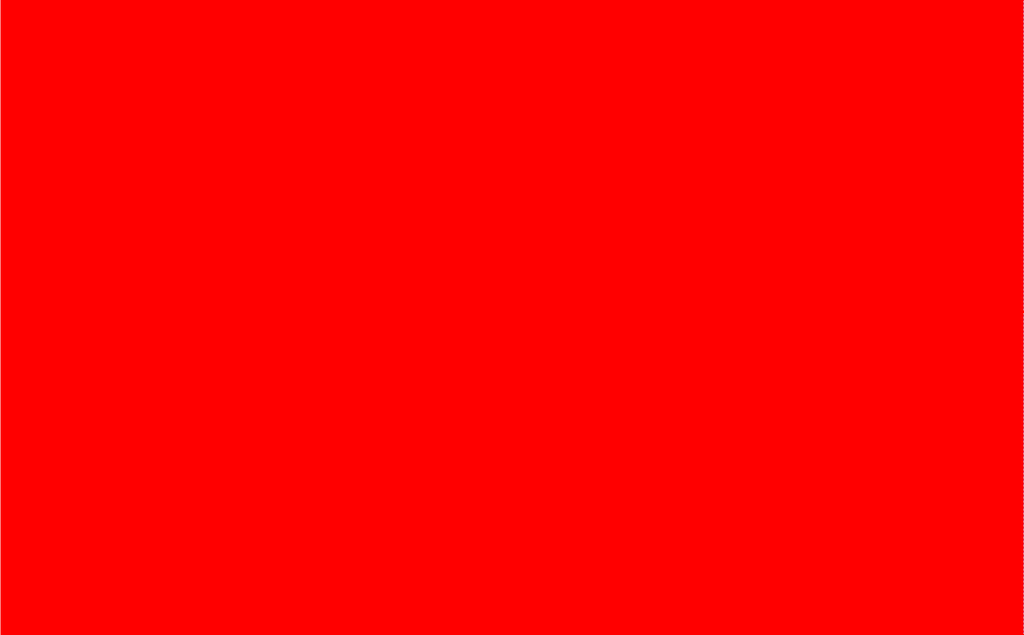
<source format=lef>
VERSION 5.7 ;
BUSBITCHARS "[]" ;
MACRO sram_512x4096_1rw
  FOREIGN sram_512x4096_1rw 0 0 ;
  SYMMETRY X Y R90 ;
  SIZE 2064.540 BY 1281.000 ;
  CLASS BLOCK ;
  PIN w_mask_in[0]
    DIRECTION INPUT ;
    USE SIGNAL ;
    SHAPE ABUTMENT ;
    PORT
      LAYER metal3 ;
      RECT 0.000 1.365 0.070 1.435 ;
    END
  END w_mask_in[0]
  PIN w_mask_in[1]
    DIRECTION INPUT ;
    USE SIGNAL ;
    SHAPE ABUTMENT ;
    PORT
      LAYER metal3 ;
      RECT 0.000 2.065 0.070 2.135 ;
    END
  END w_mask_in[1]
  PIN w_mask_in[2]
    DIRECTION INPUT ;
    USE SIGNAL ;
    SHAPE ABUTMENT ;
    PORT
      LAYER metal3 ;
      RECT 0.000 2.765 0.070 2.835 ;
    END
  END w_mask_in[2]
  PIN w_mask_in[3]
    DIRECTION INPUT ;
    USE SIGNAL ;
    SHAPE ABUTMENT ;
    PORT
      LAYER metal3 ;
      RECT 0.000 3.465 0.070 3.535 ;
    END
  END w_mask_in[3]
  PIN w_mask_in[4]
    DIRECTION INPUT ;
    USE SIGNAL ;
    SHAPE ABUTMENT ;
    PORT
      LAYER metal3 ;
      RECT 0.000 4.165 0.070 4.235 ;
    END
  END w_mask_in[4]
  PIN w_mask_in[5]
    DIRECTION INPUT ;
    USE SIGNAL ;
    SHAPE ABUTMENT ;
    PORT
      LAYER metal3 ;
      RECT 0.000 4.865 0.070 4.935 ;
    END
  END w_mask_in[5]
  PIN w_mask_in[6]
    DIRECTION INPUT ;
    USE SIGNAL ;
    SHAPE ABUTMENT ;
    PORT
      LAYER metal3 ;
      RECT 0.000 5.565 0.070 5.635 ;
    END
  END w_mask_in[6]
  PIN w_mask_in[7]
    DIRECTION INPUT ;
    USE SIGNAL ;
    SHAPE ABUTMENT ;
    PORT
      LAYER metal3 ;
      RECT 0.000 6.265 0.070 6.335 ;
    END
  END w_mask_in[7]
  PIN w_mask_in[8]
    DIRECTION INPUT ;
    USE SIGNAL ;
    SHAPE ABUTMENT ;
    PORT
      LAYER metal3 ;
      RECT 0.000 6.965 0.070 7.035 ;
    END
  END w_mask_in[8]
  PIN w_mask_in[9]
    DIRECTION INPUT ;
    USE SIGNAL ;
    SHAPE ABUTMENT ;
    PORT
      LAYER metal3 ;
      RECT 0.000 7.665 0.070 7.735 ;
    END
  END w_mask_in[9]
  PIN w_mask_in[10]
    DIRECTION INPUT ;
    USE SIGNAL ;
    SHAPE ABUTMENT ;
    PORT
      LAYER metal3 ;
      RECT 0.000 8.365 0.070 8.435 ;
    END
  END w_mask_in[10]
  PIN w_mask_in[11]
    DIRECTION INPUT ;
    USE SIGNAL ;
    SHAPE ABUTMENT ;
    PORT
      LAYER metal3 ;
      RECT 0.000 9.065 0.070 9.135 ;
    END
  END w_mask_in[11]
  PIN w_mask_in[12]
    DIRECTION INPUT ;
    USE SIGNAL ;
    SHAPE ABUTMENT ;
    PORT
      LAYER metal3 ;
      RECT 0.000 9.765 0.070 9.835 ;
    END
  END w_mask_in[12]
  PIN w_mask_in[13]
    DIRECTION INPUT ;
    USE SIGNAL ;
    SHAPE ABUTMENT ;
    PORT
      LAYER metal3 ;
      RECT 0.000 10.465 0.070 10.535 ;
    END
  END w_mask_in[13]
  PIN w_mask_in[14]
    DIRECTION INPUT ;
    USE SIGNAL ;
    SHAPE ABUTMENT ;
    PORT
      LAYER metal3 ;
      RECT 0.000 11.165 0.070 11.235 ;
    END
  END w_mask_in[14]
  PIN w_mask_in[15]
    DIRECTION INPUT ;
    USE SIGNAL ;
    SHAPE ABUTMENT ;
    PORT
      LAYER metal3 ;
      RECT 0.000 11.865 0.070 11.935 ;
    END
  END w_mask_in[15]
  PIN w_mask_in[16]
    DIRECTION INPUT ;
    USE SIGNAL ;
    SHAPE ABUTMENT ;
    PORT
      LAYER metal3 ;
      RECT 0.000 12.565 0.070 12.635 ;
    END
  END w_mask_in[16]
  PIN w_mask_in[17]
    DIRECTION INPUT ;
    USE SIGNAL ;
    SHAPE ABUTMENT ;
    PORT
      LAYER metal3 ;
      RECT 0.000 13.265 0.070 13.335 ;
    END
  END w_mask_in[17]
  PIN w_mask_in[18]
    DIRECTION INPUT ;
    USE SIGNAL ;
    SHAPE ABUTMENT ;
    PORT
      LAYER metal3 ;
      RECT 0.000 13.965 0.070 14.035 ;
    END
  END w_mask_in[18]
  PIN w_mask_in[19]
    DIRECTION INPUT ;
    USE SIGNAL ;
    SHAPE ABUTMENT ;
    PORT
      LAYER metal3 ;
      RECT 0.000 14.665 0.070 14.735 ;
    END
  END w_mask_in[19]
  PIN w_mask_in[20]
    DIRECTION INPUT ;
    USE SIGNAL ;
    SHAPE ABUTMENT ;
    PORT
      LAYER metal3 ;
      RECT 0.000 15.365 0.070 15.435 ;
    END
  END w_mask_in[20]
  PIN w_mask_in[21]
    DIRECTION INPUT ;
    USE SIGNAL ;
    SHAPE ABUTMENT ;
    PORT
      LAYER metal3 ;
      RECT 0.000 16.065 0.070 16.135 ;
    END
  END w_mask_in[21]
  PIN w_mask_in[22]
    DIRECTION INPUT ;
    USE SIGNAL ;
    SHAPE ABUTMENT ;
    PORT
      LAYER metal3 ;
      RECT 0.000 16.765 0.070 16.835 ;
    END
  END w_mask_in[22]
  PIN w_mask_in[23]
    DIRECTION INPUT ;
    USE SIGNAL ;
    SHAPE ABUTMENT ;
    PORT
      LAYER metal3 ;
      RECT 0.000 17.465 0.070 17.535 ;
    END
  END w_mask_in[23]
  PIN w_mask_in[24]
    DIRECTION INPUT ;
    USE SIGNAL ;
    SHAPE ABUTMENT ;
    PORT
      LAYER metal3 ;
      RECT 0.000 18.165 0.070 18.235 ;
    END
  END w_mask_in[24]
  PIN w_mask_in[25]
    DIRECTION INPUT ;
    USE SIGNAL ;
    SHAPE ABUTMENT ;
    PORT
      LAYER metal3 ;
      RECT 0.000 18.865 0.070 18.935 ;
    END
  END w_mask_in[25]
  PIN w_mask_in[26]
    DIRECTION INPUT ;
    USE SIGNAL ;
    SHAPE ABUTMENT ;
    PORT
      LAYER metal3 ;
      RECT 0.000 19.565 0.070 19.635 ;
    END
  END w_mask_in[26]
  PIN w_mask_in[27]
    DIRECTION INPUT ;
    USE SIGNAL ;
    SHAPE ABUTMENT ;
    PORT
      LAYER metal3 ;
      RECT 0.000 20.265 0.070 20.335 ;
    END
  END w_mask_in[27]
  PIN w_mask_in[28]
    DIRECTION INPUT ;
    USE SIGNAL ;
    SHAPE ABUTMENT ;
    PORT
      LAYER metal3 ;
      RECT 0.000 20.965 0.070 21.035 ;
    END
  END w_mask_in[28]
  PIN w_mask_in[29]
    DIRECTION INPUT ;
    USE SIGNAL ;
    SHAPE ABUTMENT ;
    PORT
      LAYER metal3 ;
      RECT 0.000 21.665 0.070 21.735 ;
    END
  END w_mask_in[29]
  PIN w_mask_in[30]
    DIRECTION INPUT ;
    USE SIGNAL ;
    SHAPE ABUTMENT ;
    PORT
      LAYER metal3 ;
      RECT 0.000 22.365 0.070 22.435 ;
    END
  END w_mask_in[30]
  PIN w_mask_in[31]
    DIRECTION INPUT ;
    USE SIGNAL ;
    SHAPE ABUTMENT ;
    PORT
      LAYER metal3 ;
      RECT 0.000 23.065 0.070 23.135 ;
    END
  END w_mask_in[31]
  PIN w_mask_in[32]
    DIRECTION INPUT ;
    USE SIGNAL ;
    SHAPE ABUTMENT ;
    PORT
      LAYER metal3 ;
      RECT 0.000 23.765 0.070 23.835 ;
    END
  END w_mask_in[32]
  PIN w_mask_in[33]
    DIRECTION INPUT ;
    USE SIGNAL ;
    SHAPE ABUTMENT ;
    PORT
      LAYER metal3 ;
      RECT 0.000 24.465 0.070 24.535 ;
    END
  END w_mask_in[33]
  PIN w_mask_in[34]
    DIRECTION INPUT ;
    USE SIGNAL ;
    SHAPE ABUTMENT ;
    PORT
      LAYER metal3 ;
      RECT 0.000 25.165 0.070 25.235 ;
    END
  END w_mask_in[34]
  PIN w_mask_in[35]
    DIRECTION INPUT ;
    USE SIGNAL ;
    SHAPE ABUTMENT ;
    PORT
      LAYER metal3 ;
      RECT 0.000 25.865 0.070 25.935 ;
    END
  END w_mask_in[35]
  PIN w_mask_in[36]
    DIRECTION INPUT ;
    USE SIGNAL ;
    SHAPE ABUTMENT ;
    PORT
      LAYER metal3 ;
      RECT 0.000 26.565 0.070 26.635 ;
    END
  END w_mask_in[36]
  PIN w_mask_in[37]
    DIRECTION INPUT ;
    USE SIGNAL ;
    SHAPE ABUTMENT ;
    PORT
      LAYER metal3 ;
      RECT 0.000 27.265 0.070 27.335 ;
    END
  END w_mask_in[37]
  PIN w_mask_in[38]
    DIRECTION INPUT ;
    USE SIGNAL ;
    SHAPE ABUTMENT ;
    PORT
      LAYER metal3 ;
      RECT 0.000 27.965 0.070 28.035 ;
    END
  END w_mask_in[38]
  PIN w_mask_in[39]
    DIRECTION INPUT ;
    USE SIGNAL ;
    SHAPE ABUTMENT ;
    PORT
      LAYER metal3 ;
      RECT 0.000 28.665 0.070 28.735 ;
    END
  END w_mask_in[39]
  PIN w_mask_in[40]
    DIRECTION INPUT ;
    USE SIGNAL ;
    SHAPE ABUTMENT ;
    PORT
      LAYER metal3 ;
      RECT 0.000 29.365 0.070 29.435 ;
    END
  END w_mask_in[40]
  PIN w_mask_in[41]
    DIRECTION INPUT ;
    USE SIGNAL ;
    SHAPE ABUTMENT ;
    PORT
      LAYER metal3 ;
      RECT 0.000 30.065 0.070 30.135 ;
    END
  END w_mask_in[41]
  PIN w_mask_in[42]
    DIRECTION INPUT ;
    USE SIGNAL ;
    SHAPE ABUTMENT ;
    PORT
      LAYER metal3 ;
      RECT 0.000 30.765 0.070 30.835 ;
    END
  END w_mask_in[42]
  PIN w_mask_in[43]
    DIRECTION INPUT ;
    USE SIGNAL ;
    SHAPE ABUTMENT ;
    PORT
      LAYER metal3 ;
      RECT 0.000 31.465 0.070 31.535 ;
    END
  END w_mask_in[43]
  PIN w_mask_in[44]
    DIRECTION INPUT ;
    USE SIGNAL ;
    SHAPE ABUTMENT ;
    PORT
      LAYER metal3 ;
      RECT 0.000 32.165 0.070 32.235 ;
    END
  END w_mask_in[44]
  PIN w_mask_in[45]
    DIRECTION INPUT ;
    USE SIGNAL ;
    SHAPE ABUTMENT ;
    PORT
      LAYER metal3 ;
      RECT 0.000 32.865 0.070 32.935 ;
    END
  END w_mask_in[45]
  PIN w_mask_in[46]
    DIRECTION INPUT ;
    USE SIGNAL ;
    SHAPE ABUTMENT ;
    PORT
      LAYER metal3 ;
      RECT 0.000 33.565 0.070 33.635 ;
    END
  END w_mask_in[46]
  PIN w_mask_in[47]
    DIRECTION INPUT ;
    USE SIGNAL ;
    SHAPE ABUTMENT ;
    PORT
      LAYER metal3 ;
      RECT 0.000 34.265 0.070 34.335 ;
    END
  END w_mask_in[47]
  PIN w_mask_in[48]
    DIRECTION INPUT ;
    USE SIGNAL ;
    SHAPE ABUTMENT ;
    PORT
      LAYER metal3 ;
      RECT 0.000 34.965 0.070 35.035 ;
    END
  END w_mask_in[48]
  PIN w_mask_in[49]
    DIRECTION INPUT ;
    USE SIGNAL ;
    SHAPE ABUTMENT ;
    PORT
      LAYER metal3 ;
      RECT 0.000 35.665 0.070 35.735 ;
    END
  END w_mask_in[49]
  PIN w_mask_in[50]
    DIRECTION INPUT ;
    USE SIGNAL ;
    SHAPE ABUTMENT ;
    PORT
      LAYER metal3 ;
      RECT 0.000 36.365 0.070 36.435 ;
    END
  END w_mask_in[50]
  PIN w_mask_in[51]
    DIRECTION INPUT ;
    USE SIGNAL ;
    SHAPE ABUTMENT ;
    PORT
      LAYER metal3 ;
      RECT 0.000 37.065 0.070 37.135 ;
    END
  END w_mask_in[51]
  PIN w_mask_in[52]
    DIRECTION INPUT ;
    USE SIGNAL ;
    SHAPE ABUTMENT ;
    PORT
      LAYER metal3 ;
      RECT 0.000 37.765 0.070 37.835 ;
    END
  END w_mask_in[52]
  PIN w_mask_in[53]
    DIRECTION INPUT ;
    USE SIGNAL ;
    SHAPE ABUTMENT ;
    PORT
      LAYER metal3 ;
      RECT 0.000 38.465 0.070 38.535 ;
    END
  END w_mask_in[53]
  PIN w_mask_in[54]
    DIRECTION INPUT ;
    USE SIGNAL ;
    SHAPE ABUTMENT ;
    PORT
      LAYER metal3 ;
      RECT 0.000 39.165 0.070 39.235 ;
    END
  END w_mask_in[54]
  PIN w_mask_in[55]
    DIRECTION INPUT ;
    USE SIGNAL ;
    SHAPE ABUTMENT ;
    PORT
      LAYER metal3 ;
      RECT 0.000 39.865 0.070 39.935 ;
    END
  END w_mask_in[55]
  PIN w_mask_in[56]
    DIRECTION INPUT ;
    USE SIGNAL ;
    SHAPE ABUTMENT ;
    PORT
      LAYER metal3 ;
      RECT 0.000 40.565 0.070 40.635 ;
    END
  END w_mask_in[56]
  PIN w_mask_in[57]
    DIRECTION INPUT ;
    USE SIGNAL ;
    SHAPE ABUTMENT ;
    PORT
      LAYER metal3 ;
      RECT 0.000 41.265 0.070 41.335 ;
    END
  END w_mask_in[57]
  PIN w_mask_in[58]
    DIRECTION INPUT ;
    USE SIGNAL ;
    SHAPE ABUTMENT ;
    PORT
      LAYER metal3 ;
      RECT 0.000 41.965 0.070 42.035 ;
    END
  END w_mask_in[58]
  PIN w_mask_in[59]
    DIRECTION INPUT ;
    USE SIGNAL ;
    SHAPE ABUTMENT ;
    PORT
      LAYER metal3 ;
      RECT 0.000 42.665 0.070 42.735 ;
    END
  END w_mask_in[59]
  PIN w_mask_in[60]
    DIRECTION INPUT ;
    USE SIGNAL ;
    SHAPE ABUTMENT ;
    PORT
      LAYER metal3 ;
      RECT 0.000 43.365 0.070 43.435 ;
    END
  END w_mask_in[60]
  PIN w_mask_in[61]
    DIRECTION INPUT ;
    USE SIGNAL ;
    SHAPE ABUTMENT ;
    PORT
      LAYER metal3 ;
      RECT 0.000 44.065 0.070 44.135 ;
    END
  END w_mask_in[61]
  PIN w_mask_in[62]
    DIRECTION INPUT ;
    USE SIGNAL ;
    SHAPE ABUTMENT ;
    PORT
      LAYER metal3 ;
      RECT 0.000 44.765 0.070 44.835 ;
    END
  END w_mask_in[62]
  PIN w_mask_in[63]
    DIRECTION INPUT ;
    USE SIGNAL ;
    SHAPE ABUTMENT ;
    PORT
      LAYER metal3 ;
      RECT 0.000 45.465 0.070 45.535 ;
    END
  END w_mask_in[63]
  PIN w_mask_in[64]
    DIRECTION INPUT ;
    USE SIGNAL ;
    SHAPE ABUTMENT ;
    PORT
      LAYER metal3 ;
      RECT 0.000 46.165 0.070 46.235 ;
    END
  END w_mask_in[64]
  PIN w_mask_in[65]
    DIRECTION INPUT ;
    USE SIGNAL ;
    SHAPE ABUTMENT ;
    PORT
      LAYER metal3 ;
      RECT 0.000 46.865 0.070 46.935 ;
    END
  END w_mask_in[65]
  PIN w_mask_in[66]
    DIRECTION INPUT ;
    USE SIGNAL ;
    SHAPE ABUTMENT ;
    PORT
      LAYER metal3 ;
      RECT 0.000 47.565 0.070 47.635 ;
    END
  END w_mask_in[66]
  PIN w_mask_in[67]
    DIRECTION INPUT ;
    USE SIGNAL ;
    SHAPE ABUTMENT ;
    PORT
      LAYER metal3 ;
      RECT 0.000 48.265 0.070 48.335 ;
    END
  END w_mask_in[67]
  PIN w_mask_in[68]
    DIRECTION INPUT ;
    USE SIGNAL ;
    SHAPE ABUTMENT ;
    PORT
      LAYER metal3 ;
      RECT 0.000 48.965 0.070 49.035 ;
    END
  END w_mask_in[68]
  PIN w_mask_in[69]
    DIRECTION INPUT ;
    USE SIGNAL ;
    SHAPE ABUTMENT ;
    PORT
      LAYER metal3 ;
      RECT 0.000 49.665 0.070 49.735 ;
    END
  END w_mask_in[69]
  PIN w_mask_in[70]
    DIRECTION INPUT ;
    USE SIGNAL ;
    SHAPE ABUTMENT ;
    PORT
      LAYER metal3 ;
      RECT 0.000 50.365 0.070 50.435 ;
    END
  END w_mask_in[70]
  PIN w_mask_in[71]
    DIRECTION INPUT ;
    USE SIGNAL ;
    SHAPE ABUTMENT ;
    PORT
      LAYER metal3 ;
      RECT 0.000 51.065 0.070 51.135 ;
    END
  END w_mask_in[71]
  PIN w_mask_in[72]
    DIRECTION INPUT ;
    USE SIGNAL ;
    SHAPE ABUTMENT ;
    PORT
      LAYER metal3 ;
      RECT 0.000 51.765 0.070 51.835 ;
    END
  END w_mask_in[72]
  PIN w_mask_in[73]
    DIRECTION INPUT ;
    USE SIGNAL ;
    SHAPE ABUTMENT ;
    PORT
      LAYER metal3 ;
      RECT 0.000 52.465 0.070 52.535 ;
    END
  END w_mask_in[73]
  PIN w_mask_in[74]
    DIRECTION INPUT ;
    USE SIGNAL ;
    SHAPE ABUTMENT ;
    PORT
      LAYER metal3 ;
      RECT 0.000 53.165 0.070 53.235 ;
    END
  END w_mask_in[74]
  PIN w_mask_in[75]
    DIRECTION INPUT ;
    USE SIGNAL ;
    SHAPE ABUTMENT ;
    PORT
      LAYER metal3 ;
      RECT 0.000 53.865 0.070 53.935 ;
    END
  END w_mask_in[75]
  PIN w_mask_in[76]
    DIRECTION INPUT ;
    USE SIGNAL ;
    SHAPE ABUTMENT ;
    PORT
      LAYER metal3 ;
      RECT 0.000 54.565 0.070 54.635 ;
    END
  END w_mask_in[76]
  PIN w_mask_in[77]
    DIRECTION INPUT ;
    USE SIGNAL ;
    SHAPE ABUTMENT ;
    PORT
      LAYER metal3 ;
      RECT 0.000 55.265 0.070 55.335 ;
    END
  END w_mask_in[77]
  PIN w_mask_in[78]
    DIRECTION INPUT ;
    USE SIGNAL ;
    SHAPE ABUTMENT ;
    PORT
      LAYER metal3 ;
      RECT 0.000 55.965 0.070 56.035 ;
    END
  END w_mask_in[78]
  PIN w_mask_in[79]
    DIRECTION INPUT ;
    USE SIGNAL ;
    SHAPE ABUTMENT ;
    PORT
      LAYER metal3 ;
      RECT 0.000 56.665 0.070 56.735 ;
    END
  END w_mask_in[79]
  PIN w_mask_in[80]
    DIRECTION INPUT ;
    USE SIGNAL ;
    SHAPE ABUTMENT ;
    PORT
      LAYER metal3 ;
      RECT 0.000 57.365 0.070 57.435 ;
    END
  END w_mask_in[80]
  PIN w_mask_in[81]
    DIRECTION INPUT ;
    USE SIGNAL ;
    SHAPE ABUTMENT ;
    PORT
      LAYER metal3 ;
      RECT 0.000 58.065 0.070 58.135 ;
    END
  END w_mask_in[81]
  PIN w_mask_in[82]
    DIRECTION INPUT ;
    USE SIGNAL ;
    SHAPE ABUTMENT ;
    PORT
      LAYER metal3 ;
      RECT 0.000 58.765 0.070 58.835 ;
    END
  END w_mask_in[82]
  PIN w_mask_in[83]
    DIRECTION INPUT ;
    USE SIGNAL ;
    SHAPE ABUTMENT ;
    PORT
      LAYER metal3 ;
      RECT 0.000 59.465 0.070 59.535 ;
    END
  END w_mask_in[83]
  PIN w_mask_in[84]
    DIRECTION INPUT ;
    USE SIGNAL ;
    SHAPE ABUTMENT ;
    PORT
      LAYER metal3 ;
      RECT 0.000 60.165 0.070 60.235 ;
    END
  END w_mask_in[84]
  PIN w_mask_in[85]
    DIRECTION INPUT ;
    USE SIGNAL ;
    SHAPE ABUTMENT ;
    PORT
      LAYER metal3 ;
      RECT 0.000 60.865 0.070 60.935 ;
    END
  END w_mask_in[85]
  PIN w_mask_in[86]
    DIRECTION INPUT ;
    USE SIGNAL ;
    SHAPE ABUTMENT ;
    PORT
      LAYER metal3 ;
      RECT 0.000 61.565 0.070 61.635 ;
    END
  END w_mask_in[86]
  PIN w_mask_in[87]
    DIRECTION INPUT ;
    USE SIGNAL ;
    SHAPE ABUTMENT ;
    PORT
      LAYER metal3 ;
      RECT 0.000 62.265 0.070 62.335 ;
    END
  END w_mask_in[87]
  PIN w_mask_in[88]
    DIRECTION INPUT ;
    USE SIGNAL ;
    SHAPE ABUTMENT ;
    PORT
      LAYER metal3 ;
      RECT 0.000 62.965 0.070 63.035 ;
    END
  END w_mask_in[88]
  PIN w_mask_in[89]
    DIRECTION INPUT ;
    USE SIGNAL ;
    SHAPE ABUTMENT ;
    PORT
      LAYER metal3 ;
      RECT 0.000 63.665 0.070 63.735 ;
    END
  END w_mask_in[89]
  PIN w_mask_in[90]
    DIRECTION INPUT ;
    USE SIGNAL ;
    SHAPE ABUTMENT ;
    PORT
      LAYER metal3 ;
      RECT 0.000 64.365 0.070 64.435 ;
    END
  END w_mask_in[90]
  PIN w_mask_in[91]
    DIRECTION INPUT ;
    USE SIGNAL ;
    SHAPE ABUTMENT ;
    PORT
      LAYER metal3 ;
      RECT 0.000 65.065 0.070 65.135 ;
    END
  END w_mask_in[91]
  PIN w_mask_in[92]
    DIRECTION INPUT ;
    USE SIGNAL ;
    SHAPE ABUTMENT ;
    PORT
      LAYER metal3 ;
      RECT 0.000 65.765 0.070 65.835 ;
    END
  END w_mask_in[92]
  PIN w_mask_in[93]
    DIRECTION INPUT ;
    USE SIGNAL ;
    SHAPE ABUTMENT ;
    PORT
      LAYER metal3 ;
      RECT 0.000 66.465 0.070 66.535 ;
    END
  END w_mask_in[93]
  PIN w_mask_in[94]
    DIRECTION INPUT ;
    USE SIGNAL ;
    SHAPE ABUTMENT ;
    PORT
      LAYER metal3 ;
      RECT 0.000 67.165 0.070 67.235 ;
    END
  END w_mask_in[94]
  PIN w_mask_in[95]
    DIRECTION INPUT ;
    USE SIGNAL ;
    SHAPE ABUTMENT ;
    PORT
      LAYER metal3 ;
      RECT 0.000 67.865 0.070 67.935 ;
    END
  END w_mask_in[95]
  PIN w_mask_in[96]
    DIRECTION INPUT ;
    USE SIGNAL ;
    SHAPE ABUTMENT ;
    PORT
      LAYER metal3 ;
      RECT 0.000 68.565 0.070 68.635 ;
    END
  END w_mask_in[96]
  PIN w_mask_in[97]
    DIRECTION INPUT ;
    USE SIGNAL ;
    SHAPE ABUTMENT ;
    PORT
      LAYER metal3 ;
      RECT 0.000 69.265 0.070 69.335 ;
    END
  END w_mask_in[97]
  PIN w_mask_in[98]
    DIRECTION INPUT ;
    USE SIGNAL ;
    SHAPE ABUTMENT ;
    PORT
      LAYER metal3 ;
      RECT 0.000 69.965 0.070 70.035 ;
    END
  END w_mask_in[98]
  PIN w_mask_in[99]
    DIRECTION INPUT ;
    USE SIGNAL ;
    SHAPE ABUTMENT ;
    PORT
      LAYER metal3 ;
      RECT 0.000 70.665 0.070 70.735 ;
    END
  END w_mask_in[99]
  PIN w_mask_in[100]
    DIRECTION INPUT ;
    USE SIGNAL ;
    SHAPE ABUTMENT ;
    PORT
      LAYER metal3 ;
      RECT 0.000 71.365 0.070 71.435 ;
    END
  END w_mask_in[100]
  PIN w_mask_in[101]
    DIRECTION INPUT ;
    USE SIGNAL ;
    SHAPE ABUTMENT ;
    PORT
      LAYER metal3 ;
      RECT 0.000 72.065 0.070 72.135 ;
    END
  END w_mask_in[101]
  PIN w_mask_in[102]
    DIRECTION INPUT ;
    USE SIGNAL ;
    SHAPE ABUTMENT ;
    PORT
      LAYER metal3 ;
      RECT 0.000 72.765 0.070 72.835 ;
    END
  END w_mask_in[102]
  PIN w_mask_in[103]
    DIRECTION INPUT ;
    USE SIGNAL ;
    SHAPE ABUTMENT ;
    PORT
      LAYER metal3 ;
      RECT 0.000 73.465 0.070 73.535 ;
    END
  END w_mask_in[103]
  PIN w_mask_in[104]
    DIRECTION INPUT ;
    USE SIGNAL ;
    SHAPE ABUTMENT ;
    PORT
      LAYER metal3 ;
      RECT 0.000 74.165 0.070 74.235 ;
    END
  END w_mask_in[104]
  PIN w_mask_in[105]
    DIRECTION INPUT ;
    USE SIGNAL ;
    SHAPE ABUTMENT ;
    PORT
      LAYER metal3 ;
      RECT 0.000 74.865 0.070 74.935 ;
    END
  END w_mask_in[105]
  PIN w_mask_in[106]
    DIRECTION INPUT ;
    USE SIGNAL ;
    SHAPE ABUTMENT ;
    PORT
      LAYER metal3 ;
      RECT 0.000 75.565 0.070 75.635 ;
    END
  END w_mask_in[106]
  PIN w_mask_in[107]
    DIRECTION INPUT ;
    USE SIGNAL ;
    SHAPE ABUTMENT ;
    PORT
      LAYER metal3 ;
      RECT 0.000 76.265 0.070 76.335 ;
    END
  END w_mask_in[107]
  PIN w_mask_in[108]
    DIRECTION INPUT ;
    USE SIGNAL ;
    SHAPE ABUTMENT ;
    PORT
      LAYER metal3 ;
      RECT 0.000 76.965 0.070 77.035 ;
    END
  END w_mask_in[108]
  PIN w_mask_in[109]
    DIRECTION INPUT ;
    USE SIGNAL ;
    SHAPE ABUTMENT ;
    PORT
      LAYER metal3 ;
      RECT 0.000 77.665 0.070 77.735 ;
    END
  END w_mask_in[109]
  PIN w_mask_in[110]
    DIRECTION INPUT ;
    USE SIGNAL ;
    SHAPE ABUTMENT ;
    PORT
      LAYER metal3 ;
      RECT 0.000 78.365 0.070 78.435 ;
    END
  END w_mask_in[110]
  PIN w_mask_in[111]
    DIRECTION INPUT ;
    USE SIGNAL ;
    SHAPE ABUTMENT ;
    PORT
      LAYER metal3 ;
      RECT 0.000 79.065 0.070 79.135 ;
    END
  END w_mask_in[111]
  PIN w_mask_in[112]
    DIRECTION INPUT ;
    USE SIGNAL ;
    SHAPE ABUTMENT ;
    PORT
      LAYER metal3 ;
      RECT 0.000 79.765 0.070 79.835 ;
    END
  END w_mask_in[112]
  PIN w_mask_in[113]
    DIRECTION INPUT ;
    USE SIGNAL ;
    SHAPE ABUTMENT ;
    PORT
      LAYER metal3 ;
      RECT 0.000 80.465 0.070 80.535 ;
    END
  END w_mask_in[113]
  PIN w_mask_in[114]
    DIRECTION INPUT ;
    USE SIGNAL ;
    SHAPE ABUTMENT ;
    PORT
      LAYER metal3 ;
      RECT 0.000 81.165 0.070 81.235 ;
    END
  END w_mask_in[114]
  PIN w_mask_in[115]
    DIRECTION INPUT ;
    USE SIGNAL ;
    SHAPE ABUTMENT ;
    PORT
      LAYER metal3 ;
      RECT 0.000 81.865 0.070 81.935 ;
    END
  END w_mask_in[115]
  PIN w_mask_in[116]
    DIRECTION INPUT ;
    USE SIGNAL ;
    SHAPE ABUTMENT ;
    PORT
      LAYER metal3 ;
      RECT 0.000 82.565 0.070 82.635 ;
    END
  END w_mask_in[116]
  PIN w_mask_in[117]
    DIRECTION INPUT ;
    USE SIGNAL ;
    SHAPE ABUTMENT ;
    PORT
      LAYER metal3 ;
      RECT 0.000 83.265 0.070 83.335 ;
    END
  END w_mask_in[117]
  PIN w_mask_in[118]
    DIRECTION INPUT ;
    USE SIGNAL ;
    SHAPE ABUTMENT ;
    PORT
      LAYER metal3 ;
      RECT 0.000 83.965 0.070 84.035 ;
    END
  END w_mask_in[118]
  PIN w_mask_in[119]
    DIRECTION INPUT ;
    USE SIGNAL ;
    SHAPE ABUTMENT ;
    PORT
      LAYER metal3 ;
      RECT 0.000 84.665 0.070 84.735 ;
    END
  END w_mask_in[119]
  PIN w_mask_in[120]
    DIRECTION INPUT ;
    USE SIGNAL ;
    SHAPE ABUTMENT ;
    PORT
      LAYER metal3 ;
      RECT 0.000 85.365 0.070 85.435 ;
    END
  END w_mask_in[120]
  PIN w_mask_in[121]
    DIRECTION INPUT ;
    USE SIGNAL ;
    SHAPE ABUTMENT ;
    PORT
      LAYER metal3 ;
      RECT 0.000 86.065 0.070 86.135 ;
    END
  END w_mask_in[121]
  PIN w_mask_in[122]
    DIRECTION INPUT ;
    USE SIGNAL ;
    SHAPE ABUTMENT ;
    PORT
      LAYER metal3 ;
      RECT 0.000 86.765 0.070 86.835 ;
    END
  END w_mask_in[122]
  PIN w_mask_in[123]
    DIRECTION INPUT ;
    USE SIGNAL ;
    SHAPE ABUTMENT ;
    PORT
      LAYER metal3 ;
      RECT 0.000 87.465 0.070 87.535 ;
    END
  END w_mask_in[123]
  PIN w_mask_in[124]
    DIRECTION INPUT ;
    USE SIGNAL ;
    SHAPE ABUTMENT ;
    PORT
      LAYER metal3 ;
      RECT 0.000 88.165 0.070 88.235 ;
    END
  END w_mask_in[124]
  PIN w_mask_in[125]
    DIRECTION INPUT ;
    USE SIGNAL ;
    SHAPE ABUTMENT ;
    PORT
      LAYER metal3 ;
      RECT 0.000 88.865 0.070 88.935 ;
    END
  END w_mask_in[125]
  PIN w_mask_in[126]
    DIRECTION INPUT ;
    USE SIGNAL ;
    SHAPE ABUTMENT ;
    PORT
      LAYER metal3 ;
      RECT 0.000 89.565 0.070 89.635 ;
    END
  END w_mask_in[126]
  PIN w_mask_in[127]
    DIRECTION INPUT ;
    USE SIGNAL ;
    SHAPE ABUTMENT ;
    PORT
      LAYER metal3 ;
      RECT 0.000 90.265 0.070 90.335 ;
    END
  END w_mask_in[127]
  PIN w_mask_in[128]
    DIRECTION INPUT ;
    USE SIGNAL ;
    SHAPE ABUTMENT ;
    PORT
      LAYER metal3 ;
      RECT 0.000 90.965 0.070 91.035 ;
    END
  END w_mask_in[128]
  PIN w_mask_in[129]
    DIRECTION INPUT ;
    USE SIGNAL ;
    SHAPE ABUTMENT ;
    PORT
      LAYER metal3 ;
      RECT 0.000 91.665 0.070 91.735 ;
    END
  END w_mask_in[129]
  PIN w_mask_in[130]
    DIRECTION INPUT ;
    USE SIGNAL ;
    SHAPE ABUTMENT ;
    PORT
      LAYER metal3 ;
      RECT 0.000 92.365 0.070 92.435 ;
    END
  END w_mask_in[130]
  PIN w_mask_in[131]
    DIRECTION INPUT ;
    USE SIGNAL ;
    SHAPE ABUTMENT ;
    PORT
      LAYER metal3 ;
      RECT 0.000 93.065 0.070 93.135 ;
    END
  END w_mask_in[131]
  PIN w_mask_in[132]
    DIRECTION INPUT ;
    USE SIGNAL ;
    SHAPE ABUTMENT ;
    PORT
      LAYER metal3 ;
      RECT 0.000 93.765 0.070 93.835 ;
    END
  END w_mask_in[132]
  PIN w_mask_in[133]
    DIRECTION INPUT ;
    USE SIGNAL ;
    SHAPE ABUTMENT ;
    PORT
      LAYER metal3 ;
      RECT 0.000 94.465 0.070 94.535 ;
    END
  END w_mask_in[133]
  PIN w_mask_in[134]
    DIRECTION INPUT ;
    USE SIGNAL ;
    SHAPE ABUTMENT ;
    PORT
      LAYER metal3 ;
      RECT 0.000 95.165 0.070 95.235 ;
    END
  END w_mask_in[134]
  PIN w_mask_in[135]
    DIRECTION INPUT ;
    USE SIGNAL ;
    SHAPE ABUTMENT ;
    PORT
      LAYER metal3 ;
      RECT 0.000 95.865 0.070 95.935 ;
    END
  END w_mask_in[135]
  PIN w_mask_in[136]
    DIRECTION INPUT ;
    USE SIGNAL ;
    SHAPE ABUTMENT ;
    PORT
      LAYER metal3 ;
      RECT 0.000 96.565 0.070 96.635 ;
    END
  END w_mask_in[136]
  PIN w_mask_in[137]
    DIRECTION INPUT ;
    USE SIGNAL ;
    SHAPE ABUTMENT ;
    PORT
      LAYER metal3 ;
      RECT 0.000 97.265 0.070 97.335 ;
    END
  END w_mask_in[137]
  PIN w_mask_in[138]
    DIRECTION INPUT ;
    USE SIGNAL ;
    SHAPE ABUTMENT ;
    PORT
      LAYER metal3 ;
      RECT 0.000 97.965 0.070 98.035 ;
    END
  END w_mask_in[138]
  PIN w_mask_in[139]
    DIRECTION INPUT ;
    USE SIGNAL ;
    SHAPE ABUTMENT ;
    PORT
      LAYER metal3 ;
      RECT 0.000 98.665 0.070 98.735 ;
    END
  END w_mask_in[139]
  PIN w_mask_in[140]
    DIRECTION INPUT ;
    USE SIGNAL ;
    SHAPE ABUTMENT ;
    PORT
      LAYER metal3 ;
      RECT 0.000 99.365 0.070 99.435 ;
    END
  END w_mask_in[140]
  PIN w_mask_in[141]
    DIRECTION INPUT ;
    USE SIGNAL ;
    SHAPE ABUTMENT ;
    PORT
      LAYER metal3 ;
      RECT 0.000 100.065 0.070 100.135 ;
    END
  END w_mask_in[141]
  PIN w_mask_in[142]
    DIRECTION INPUT ;
    USE SIGNAL ;
    SHAPE ABUTMENT ;
    PORT
      LAYER metal3 ;
      RECT 0.000 100.765 0.070 100.835 ;
    END
  END w_mask_in[142]
  PIN w_mask_in[143]
    DIRECTION INPUT ;
    USE SIGNAL ;
    SHAPE ABUTMENT ;
    PORT
      LAYER metal3 ;
      RECT 0.000 101.465 0.070 101.535 ;
    END
  END w_mask_in[143]
  PIN w_mask_in[144]
    DIRECTION INPUT ;
    USE SIGNAL ;
    SHAPE ABUTMENT ;
    PORT
      LAYER metal3 ;
      RECT 0.000 102.165 0.070 102.235 ;
    END
  END w_mask_in[144]
  PIN w_mask_in[145]
    DIRECTION INPUT ;
    USE SIGNAL ;
    SHAPE ABUTMENT ;
    PORT
      LAYER metal3 ;
      RECT 0.000 102.865 0.070 102.935 ;
    END
  END w_mask_in[145]
  PIN w_mask_in[146]
    DIRECTION INPUT ;
    USE SIGNAL ;
    SHAPE ABUTMENT ;
    PORT
      LAYER metal3 ;
      RECT 0.000 103.565 0.070 103.635 ;
    END
  END w_mask_in[146]
  PIN w_mask_in[147]
    DIRECTION INPUT ;
    USE SIGNAL ;
    SHAPE ABUTMENT ;
    PORT
      LAYER metal3 ;
      RECT 0.000 104.265 0.070 104.335 ;
    END
  END w_mask_in[147]
  PIN w_mask_in[148]
    DIRECTION INPUT ;
    USE SIGNAL ;
    SHAPE ABUTMENT ;
    PORT
      LAYER metal3 ;
      RECT 0.000 104.965 0.070 105.035 ;
    END
  END w_mask_in[148]
  PIN w_mask_in[149]
    DIRECTION INPUT ;
    USE SIGNAL ;
    SHAPE ABUTMENT ;
    PORT
      LAYER metal3 ;
      RECT 0.000 105.665 0.070 105.735 ;
    END
  END w_mask_in[149]
  PIN w_mask_in[150]
    DIRECTION INPUT ;
    USE SIGNAL ;
    SHAPE ABUTMENT ;
    PORT
      LAYER metal3 ;
      RECT 0.000 106.365 0.070 106.435 ;
    END
  END w_mask_in[150]
  PIN w_mask_in[151]
    DIRECTION INPUT ;
    USE SIGNAL ;
    SHAPE ABUTMENT ;
    PORT
      LAYER metal3 ;
      RECT 0.000 107.065 0.070 107.135 ;
    END
  END w_mask_in[151]
  PIN w_mask_in[152]
    DIRECTION INPUT ;
    USE SIGNAL ;
    SHAPE ABUTMENT ;
    PORT
      LAYER metal3 ;
      RECT 0.000 107.765 0.070 107.835 ;
    END
  END w_mask_in[152]
  PIN w_mask_in[153]
    DIRECTION INPUT ;
    USE SIGNAL ;
    SHAPE ABUTMENT ;
    PORT
      LAYER metal3 ;
      RECT 0.000 108.465 0.070 108.535 ;
    END
  END w_mask_in[153]
  PIN w_mask_in[154]
    DIRECTION INPUT ;
    USE SIGNAL ;
    SHAPE ABUTMENT ;
    PORT
      LAYER metal3 ;
      RECT 0.000 109.165 0.070 109.235 ;
    END
  END w_mask_in[154]
  PIN w_mask_in[155]
    DIRECTION INPUT ;
    USE SIGNAL ;
    SHAPE ABUTMENT ;
    PORT
      LAYER metal3 ;
      RECT 0.000 109.865 0.070 109.935 ;
    END
  END w_mask_in[155]
  PIN w_mask_in[156]
    DIRECTION INPUT ;
    USE SIGNAL ;
    SHAPE ABUTMENT ;
    PORT
      LAYER metal3 ;
      RECT 0.000 110.565 0.070 110.635 ;
    END
  END w_mask_in[156]
  PIN w_mask_in[157]
    DIRECTION INPUT ;
    USE SIGNAL ;
    SHAPE ABUTMENT ;
    PORT
      LAYER metal3 ;
      RECT 0.000 111.265 0.070 111.335 ;
    END
  END w_mask_in[157]
  PIN w_mask_in[158]
    DIRECTION INPUT ;
    USE SIGNAL ;
    SHAPE ABUTMENT ;
    PORT
      LAYER metal3 ;
      RECT 0.000 111.965 0.070 112.035 ;
    END
  END w_mask_in[158]
  PIN w_mask_in[159]
    DIRECTION INPUT ;
    USE SIGNAL ;
    SHAPE ABUTMENT ;
    PORT
      LAYER metal3 ;
      RECT 0.000 112.665 0.070 112.735 ;
    END
  END w_mask_in[159]
  PIN w_mask_in[160]
    DIRECTION INPUT ;
    USE SIGNAL ;
    SHAPE ABUTMENT ;
    PORT
      LAYER metal3 ;
      RECT 0.000 113.365 0.070 113.435 ;
    END
  END w_mask_in[160]
  PIN w_mask_in[161]
    DIRECTION INPUT ;
    USE SIGNAL ;
    SHAPE ABUTMENT ;
    PORT
      LAYER metal3 ;
      RECT 0.000 114.065 0.070 114.135 ;
    END
  END w_mask_in[161]
  PIN w_mask_in[162]
    DIRECTION INPUT ;
    USE SIGNAL ;
    SHAPE ABUTMENT ;
    PORT
      LAYER metal3 ;
      RECT 0.000 114.765 0.070 114.835 ;
    END
  END w_mask_in[162]
  PIN w_mask_in[163]
    DIRECTION INPUT ;
    USE SIGNAL ;
    SHAPE ABUTMENT ;
    PORT
      LAYER metal3 ;
      RECT 0.000 115.465 0.070 115.535 ;
    END
  END w_mask_in[163]
  PIN w_mask_in[164]
    DIRECTION INPUT ;
    USE SIGNAL ;
    SHAPE ABUTMENT ;
    PORT
      LAYER metal3 ;
      RECT 0.000 116.165 0.070 116.235 ;
    END
  END w_mask_in[164]
  PIN w_mask_in[165]
    DIRECTION INPUT ;
    USE SIGNAL ;
    SHAPE ABUTMENT ;
    PORT
      LAYER metal3 ;
      RECT 0.000 116.865 0.070 116.935 ;
    END
  END w_mask_in[165]
  PIN w_mask_in[166]
    DIRECTION INPUT ;
    USE SIGNAL ;
    SHAPE ABUTMENT ;
    PORT
      LAYER metal3 ;
      RECT 0.000 117.565 0.070 117.635 ;
    END
  END w_mask_in[166]
  PIN w_mask_in[167]
    DIRECTION INPUT ;
    USE SIGNAL ;
    SHAPE ABUTMENT ;
    PORT
      LAYER metal3 ;
      RECT 0.000 118.265 0.070 118.335 ;
    END
  END w_mask_in[167]
  PIN w_mask_in[168]
    DIRECTION INPUT ;
    USE SIGNAL ;
    SHAPE ABUTMENT ;
    PORT
      LAYER metal3 ;
      RECT 0.000 118.965 0.070 119.035 ;
    END
  END w_mask_in[168]
  PIN w_mask_in[169]
    DIRECTION INPUT ;
    USE SIGNAL ;
    SHAPE ABUTMENT ;
    PORT
      LAYER metal3 ;
      RECT 0.000 119.665 0.070 119.735 ;
    END
  END w_mask_in[169]
  PIN w_mask_in[170]
    DIRECTION INPUT ;
    USE SIGNAL ;
    SHAPE ABUTMENT ;
    PORT
      LAYER metal3 ;
      RECT 0.000 120.365 0.070 120.435 ;
    END
  END w_mask_in[170]
  PIN w_mask_in[171]
    DIRECTION INPUT ;
    USE SIGNAL ;
    SHAPE ABUTMENT ;
    PORT
      LAYER metal3 ;
      RECT 0.000 121.065 0.070 121.135 ;
    END
  END w_mask_in[171]
  PIN w_mask_in[172]
    DIRECTION INPUT ;
    USE SIGNAL ;
    SHAPE ABUTMENT ;
    PORT
      LAYER metal3 ;
      RECT 0.000 121.765 0.070 121.835 ;
    END
  END w_mask_in[172]
  PIN w_mask_in[173]
    DIRECTION INPUT ;
    USE SIGNAL ;
    SHAPE ABUTMENT ;
    PORT
      LAYER metal3 ;
      RECT 0.000 122.465 0.070 122.535 ;
    END
  END w_mask_in[173]
  PIN w_mask_in[174]
    DIRECTION INPUT ;
    USE SIGNAL ;
    SHAPE ABUTMENT ;
    PORT
      LAYER metal3 ;
      RECT 0.000 123.165 0.070 123.235 ;
    END
  END w_mask_in[174]
  PIN w_mask_in[175]
    DIRECTION INPUT ;
    USE SIGNAL ;
    SHAPE ABUTMENT ;
    PORT
      LAYER metal3 ;
      RECT 0.000 123.865 0.070 123.935 ;
    END
  END w_mask_in[175]
  PIN w_mask_in[176]
    DIRECTION INPUT ;
    USE SIGNAL ;
    SHAPE ABUTMENT ;
    PORT
      LAYER metal3 ;
      RECT 0.000 124.565 0.070 124.635 ;
    END
  END w_mask_in[176]
  PIN w_mask_in[177]
    DIRECTION INPUT ;
    USE SIGNAL ;
    SHAPE ABUTMENT ;
    PORT
      LAYER metal3 ;
      RECT 0.000 125.265 0.070 125.335 ;
    END
  END w_mask_in[177]
  PIN w_mask_in[178]
    DIRECTION INPUT ;
    USE SIGNAL ;
    SHAPE ABUTMENT ;
    PORT
      LAYER metal3 ;
      RECT 0.000 125.965 0.070 126.035 ;
    END
  END w_mask_in[178]
  PIN w_mask_in[179]
    DIRECTION INPUT ;
    USE SIGNAL ;
    SHAPE ABUTMENT ;
    PORT
      LAYER metal3 ;
      RECT 0.000 126.665 0.070 126.735 ;
    END
  END w_mask_in[179]
  PIN w_mask_in[180]
    DIRECTION INPUT ;
    USE SIGNAL ;
    SHAPE ABUTMENT ;
    PORT
      LAYER metal3 ;
      RECT 0.000 127.365 0.070 127.435 ;
    END
  END w_mask_in[180]
  PIN w_mask_in[181]
    DIRECTION INPUT ;
    USE SIGNAL ;
    SHAPE ABUTMENT ;
    PORT
      LAYER metal3 ;
      RECT 0.000 128.065 0.070 128.135 ;
    END
  END w_mask_in[181]
  PIN w_mask_in[182]
    DIRECTION INPUT ;
    USE SIGNAL ;
    SHAPE ABUTMENT ;
    PORT
      LAYER metal3 ;
      RECT 0.000 128.765 0.070 128.835 ;
    END
  END w_mask_in[182]
  PIN w_mask_in[183]
    DIRECTION INPUT ;
    USE SIGNAL ;
    SHAPE ABUTMENT ;
    PORT
      LAYER metal3 ;
      RECT 0.000 129.465 0.070 129.535 ;
    END
  END w_mask_in[183]
  PIN w_mask_in[184]
    DIRECTION INPUT ;
    USE SIGNAL ;
    SHAPE ABUTMENT ;
    PORT
      LAYER metal3 ;
      RECT 0.000 130.165 0.070 130.235 ;
    END
  END w_mask_in[184]
  PIN w_mask_in[185]
    DIRECTION INPUT ;
    USE SIGNAL ;
    SHAPE ABUTMENT ;
    PORT
      LAYER metal3 ;
      RECT 0.000 130.865 0.070 130.935 ;
    END
  END w_mask_in[185]
  PIN w_mask_in[186]
    DIRECTION INPUT ;
    USE SIGNAL ;
    SHAPE ABUTMENT ;
    PORT
      LAYER metal3 ;
      RECT 0.000 131.565 0.070 131.635 ;
    END
  END w_mask_in[186]
  PIN w_mask_in[187]
    DIRECTION INPUT ;
    USE SIGNAL ;
    SHAPE ABUTMENT ;
    PORT
      LAYER metal3 ;
      RECT 0.000 132.265 0.070 132.335 ;
    END
  END w_mask_in[187]
  PIN w_mask_in[188]
    DIRECTION INPUT ;
    USE SIGNAL ;
    SHAPE ABUTMENT ;
    PORT
      LAYER metal3 ;
      RECT 0.000 132.965 0.070 133.035 ;
    END
  END w_mask_in[188]
  PIN w_mask_in[189]
    DIRECTION INPUT ;
    USE SIGNAL ;
    SHAPE ABUTMENT ;
    PORT
      LAYER metal3 ;
      RECT 0.000 133.665 0.070 133.735 ;
    END
  END w_mask_in[189]
  PIN w_mask_in[190]
    DIRECTION INPUT ;
    USE SIGNAL ;
    SHAPE ABUTMENT ;
    PORT
      LAYER metal3 ;
      RECT 0.000 134.365 0.070 134.435 ;
    END
  END w_mask_in[190]
  PIN w_mask_in[191]
    DIRECTION INPUT ;
    USE SIGNAL ;
    SHAPE ABUTMENT ;
    PORT
      LAYER metal3 ;
      RECT 0.000 135.065 0.070 135.135 ;
    END
  END w_mask_in[191]
  PIN w_mask_in[192]
    DIRECTION INPUT ;
    USE SIGNAL ;
    SHAPE ABUTMENT ;
    PORT
      LAYER metal3 ;
      RECT 0.000 135.765 0.070 135.835 ;
    END
  END w_mask_in[192]
  PIN w_mask_in[193]
    DIRECTION INPUT ;
    USE SIGNAL ;
    SHAPE ABUTMENT ;
    PORT
      LAYER metal3 ;
      RECT 0.000 136.465 0.070 136.535 ;
    END
  END w_mask_in[193]
  PIN w_mask_in[194]
    DIRECTION INPUT ;
    USE SIGNAL ;
    SHAPE ABUTMENT ;
    PORT
      LAYER metal3 ;
      RECT 0.000 137.165 0.070 137.235 ;
    END
  END w_mask_in[194]
  PIN w_mask_in[195]
    DIRECTION INPUT ;
    USE SIGNAL ;
    SHAPE ABUTMENT ;
    PORT
      LAYER metal3 ;
      RECT 0.000 137.865 0.070 137.935 ;
    END
  END w_mask_in[195]
  PIN w_mask_in[196]
    DIRECTION INPUT ;
    USE SIGNAL ;
    SHAPE ABUTMENT ;
    PORT
      LAYER metal3 ;
      RECT 0.000 138.565 0.070 138.635 ;
    END
  END w_mask_in[196]
  PIN w_mask_in[197]
    DIRECTION INPUT ;
    USE SIGNAL ;
    SHAPE ABUTMENT ;
    PORT
      LAYER metal3 ;
      RECT 0.000 139.265 0.070 139.335 ;
    END
  END w_mask_in[197]
  PIN w_mask_in[198]
    DIRECTION INPUT ;
    USE SIGNAL ;
    SHAPE ABUTMENT ;
    PORT
      LAYER metal3 ;
      RECT 0.000 139.965 0.070 140.035 ;
    END
  END w_mask_in[198]
  PIN w_mask_in[199]
    DIRECTION INPUT ;
    USE SIGNAL ;
    SHAPE ABUTMENT ;
    PORT
      LAYER metal3 ;
      RECT 0.000 140.665 0.070 140.735 ;
    END
  END w_mask_in[199]
  PIN w_mask_in[200]
    DIRECTION INPUT ;
    USE SIGNAL ;
    SHAPE ABUTMENT ;
    PORT
      LAYER metal3 ;
      RECT 0.000 141.365 0.070 141.435 ;
    END
  END w_mask_in[200]
  PIN w_mask_in[201]
    DIRECTION INPUT ;
    USE SIGNAL ;
    SHAPE ABUTMENT ;
    PORT
      LAYER metal3 ;
      RECT 0.000 142.065 0.070 142.135 ;
    END
  END w_mask_in[201]
  PIN w_mask_in[202]
    DIRECTION INPUT ;
    USE SIGNAL ;
    SHAPE ABUTMENT ;
    PORT
      LAYER metal3 ;
      RECT 0.000 142.765 0.070 142.835 ;
    END
  END w_mask_in[202]
  PIN w_mask_in[203]
    DIRECTION INPUT ;
    USE SIGNAL ;
    SHAPE ABUTMENT ;
    PORT
      LAYER metal3 ;
      RECT 0.000 143.465 0.070 143.535 ;
    END
  END w_mask_in[203]
  PIN w_mask_in[204]
    DIRECTION INPUT ;
    USE SIGNAL ;
    SHAPE ABUTMENT ;
    PORT
      LAYER metal3 ;
      RECT 0.000 144.165 0.070 144.235 ;
    END
  END w_mask_in[204]
  PIN w_mask_in[205]
    DIRECTION INPUT ;
    USE SIGNAL ;
    SHAPE ABUTMENT ;
    PORT
      LAYER metal3 ;
      RECT 0.000 144.865 0.070 144.935 ;
    END
  END w_mask_in[205]
  PIN w_mask_in[206]
    DIRECTION INPUT ;
    USE SIGNAL ;
    SHAPE ABUTMENT ;
    PORT
      LAYER metal3 ;
      RECT 0.000 145.565 0.070 145.635 ;
    END
  END w_mask_in[206]
  PIN w_mask_in[207]
    DIRECTION INPUT ;
    USE SIGNAL ;
    SHAPE ABUTMENT ;
    PORT
      LAYER metal3 ;
      RECT 0.000 146.265 0.070 146.335 ;
    END
  END w_mask_in[207]
  PIN w_mask_in[208]
    DIRECTION INPUT ;
    USE SIGNAL ;
    SHAPE ABUTMENT ;
    PORT
      LAYER metal3 ;
      RECT 0.000 146.965 0.070 147.035 ;
    END
  END w_mask_in[208]
  PIN w_mask_in[209]
    DIRECTION INPUT ;
    USE SIGNAL ;
    SHAPE ABUTMENT ;
    PORT
      LAYER metal3 ;
      RECT 0.000 147.665 0.070 147.735 ;
    END
  END w_mask_in[209]
  PIN w_mask_in[210]
    DIRECTION INPUT ;
    USE SIGNAL ;
    SHAPE ABUTMENT ;
    PORT
      LAYER metal3 ;
      RECT 0.000 148.365 0.070 148.435 ;
    END
  END w_mask_in[210]
  PIN w_mask_in[211]
    DIRECTION INPUT ;
    USE SIGNAL ;
    SHAPE ABUTMENT ;
    PORT
      LAYER metal3 ;
      RECT 0.000 149.065 0.070 149.135 ;
    END
  END w_mask_in[211]
  PIN w_mask_in[212]
    DIRECTION INPUT ;
    USE SIGNAL ;
    SHAPE ABUTMENT ;
    PORT
      LAYER metal3 ;
      RECT 0.000 149.765 0.070 149.835 ;
    END
  END w_mask_in[212]
  PIN w_mask_in[213]
    DIRECTION INPUT ;
    USE SIGNAL ;
    SHAPE ABUTMENT ;
    PORT
      LAYER metal3 ;
      RECT 0.000 150.465 0.070 150.535 ;
    END
  END w_mask_in[213]
  PIN w_mask_in[214]
    DIRECTION INPUT ;
    USE SIGNAL ;
    SHAPE ABUTMENT ;
    PORT
      LAYER metal3 ;
      RECT 0.000 151.165 0.070 151.235 ;
    END
  END w_mask_in[214]
  PIN w_mask_in[215]
    DIRECTION INPUT ;
    USE SIGNAL ;
    SHAPE ABUTMENT ;
    PORT
      LAYER metal3 ;
      RECT 0.000 151.865 0.070 151.935 ;
    END
  END w_mask_in[215]
  PIN w_mask_in[216]
    DIRECTION INPUT ;
    USE SIGNAL ;
    SHAPE ABUTMENT ;
    PORT
      LAYER metal3 ;
      RECT 0.000 152.565 0.070 152.635 ;
    END
  END w_mask_in[216]
  PIN w_mask_in[217]
    DIRECTION INPUT ;
    USE SIGNAL ;
    SHAPE ABUTMENT ;
    PORT
      LAYER metal3 ;
      RECT 0.000 153.265 0.070 153.335 ;
    END
  END w_mask_in[217]
  PIN w_mask_in[218]
    DIRECTION INPUT ;
    USE SIGNAL ;
    SHAPE ABUTMENT ;
    PORT
      LAYER metal3 ;
      RECT 0.000 153.965 0.070 154.035 ;
    END
  END w_mask_in[218]
  PIN w_mask_in[219]
    DIRECTION INPUT ;
    USE SIGNAL ;
    SHAPE ABUTMENT ;
    PORT
      LAYER metal3 ;
      RECT 0.000 154.665 0.070 154.735 ;
    END
  END w_mask_in[219]
  PIN w_mask_in[220]
    DIRECTION INPUT ;
    USE SIGNAL ;
    SHAPE ABUTMENT ;
    PORT
      LAYER metal3 ;
      RECT 0.000 155.365 0.070 155.435 ;
    END
  END w_mask_in[220]
  PIN w_mask_in[221]
    DIRECTION INPUT ;
    USE SIGNAL ;
    SHAPE ABUTMENT ;
    PORT
      LAYER metal3 ;
      RECT 0.000 156.065 0.070 156.135 ;
    END
  END w_mask_in[221]
  PIN w_mask_in[222]
    DIRECTION INPUT ;
    USE SIGNAL ;
    SHAPE ABUTMENT ;
    PORT
      LAYER metal3 ;
      RECT 0.000 156.765 0.070 156.835 ;
    END
  END w_mask_in[222]
  PIN w_mask_in[223]
    DIRECTION INPUT ;
    USE SIGNAL ;
    SHAPE ABUTMENT ;
    PORT
      LAYER metal3 ;
      RECT 0.000 157.465 0.070 157.535 ;
    END
  END w_mask_in[223]
  PIN w_mask_in[224]
    DIRECTION INPUT ;
    USE SIGNAL ;
    SHAPE ABUTMENT ;
    PORT
      LAYER metal3 ;
      RECT 0.000 158.165 0.070 158.235 ;
    END
  END w_mask_in[224]
  PIN w_mask_in[225]
    DIRECTION INPUT ;
    USE SIGNAL ;
    SHAPE ABUTMENT ;
    PORT
      LAYER metal3 ;
      RECT 0.000 158.865 0.070 158.935 ;
    END
  END w_mask_in[225]
  PIN w_mask_in[226]
    DIRECTION INPUT ;
    USE SIGNAL ;
    SHAPE ABUTMENT ;
    PORT
      LAYER metal3 ;
      RECT 0.000 159.565 0.070 159.635 ;
    END
  END w_mask_in[226]
  PIN w_mask_in[227]
    DIRECTION INPUT ;
    USE SIGNAL ;
    SHAPE ABUTMENT ;
    PORT
      LAYER metal3 ;
      RECT 0.000 160.265 0.070 160.335 ;
    END
  END w_mask_in[227]
  PIN w_mask_in[228]
    DIRECTION INPUT ;
    USE SIGNAL ;
    SHAPE ABUTMENT ;
    PORT
      LAYER metal3 ;
      RECT 0.000 160.965 0.070 161.035 ;
    END
  END w_mask_in[228]
  PIN w_mask_in[229]
    DIRECTION INPUT ;
    USE SIGNAL ;
    SHAPE ABUTMENT ;
    PORT
      LAYER metal3 ;
      RECT 0.000 161.665 0.070 161.735 ;
    END
  END w_mask_in[229]
  PIN w_mask_in[230]
    DIRECTION INPUT ;
    USE SIGNAL ;
    SHAPE ABUTMENT ;
    PORT
      LAYER metal3 ;
      RECT 0.000 162.365 0.070 162.435 ;
    END
  END w_mask_in[230]
  PIN w_mask_in[231]
    DIRECTION INPUT ;
    USE SIGNAL ;
    SHAPE ABUTMENT ;
    PORT
      LAYER metal3 ;
      RECT 0.000 163.065 0.070 163.135 ;
    END
  END w_mask_in[231]
  PIN w_mask_in[232]
    DIRECTION INPUT ;
    USE SIGNAL ;
    SHAPE ABUTMENT ;
    PORT
      LAYER metal3 ;
      RECT 0.000 163.765 0.070 163.835 ;
    END
  END w_mask_in[232]
  PIN w_mask_in[233]
    DIRECTION INPUT ;
    USE SIGNAL ;
    SHAPE ABUTMENT ;
    PORT
      LAYER metal3 ;
      RECT 0.000 164.465 0.070 164.535 ;
    END
  END w_mask_in[233]
  PIN w_mask_in[234]
    DIRECTION INPUT ;
    USE SIGNAL ;
    SHAPE ABUTMENT ;
    PORT
      LAYER metal3 ;
      RECT 0.000 165.165 0.070 165.235 ;
    END
  END w_mask_in[234]
  PIN w_mask_in[235]
    DIRECTION INPUT ;
    USE SIGNAL ;
    SHAPE ABUTMENT ;
    PORT
      LAYER metal3 ;
      RECT 0.000 165.865 0.070 165.935 ;
    END
  END w_mask_in[235]
  PIN w_mask_in[236]
    DIRECTION INPUT ;
    USE SIGNAL ;
    SHAPE ABUTMENT ;
    PORT
      LAYER metal3 ;
      RECT 0.000 166.565 0.070 166.635 ;
    END
  END w_mask_in[236]
  PIN w_mask_in[237]
    DIRECTION INPUT ;
    USE SIGNAL ;
    SHAPE ABUTMENT ;
    PORT
      LAYER metal3 ;
      RECT 0.000 167.265 0.070 167.335 ;
    END
  END w_mask_in[237]
  PIN w_mask_in[238]
    DIRECTION INPUT ;
    USE SIGNAL ;
    SHAPE ABUTMENT ;
    PORT
      LAYER metal3 ;
      RECT 0.000 167.965 0.070 168.035 ;
    END
  END w_mask_in[238]
  PIN w_mask_in[239]
    DIRECTION INPUT ;
    USE SIGNAL ;
    SHAPE ABUTMENT ;
    PORT
      LAYER metal3 ;
      RECT 0.000 168.665 0.070 168.735 ;
    END
  END w_mask_in[239]
  PIN w_mask_in[240]
    DIRECTION INPUT ;
    USE SIGNAL ;
    SHAPE ABUTMENT ;
    PORT
      LAYER metal3 ;
      RECT 0.000 169.365 0.070 169.435 ;
    END
  END w_mask_in[240]
  PIN w_mask_in[241]
    DIRECTION INPUT ;
    USE SIGNAL ;
    SHAPE ABUTMENT ;
    PORT
      LAYER metal3 ;
      RECT 0.000 170.065 0.070 170.135 ;
    END
  END w_mask_in[241]
  PIN w_mask_in[242]
    DIRECTION INPUT ;
    USE SIGNAL ;
    SHAPE ABUTMENT ;
    PORT
      LAYER metal3 ;
      RECT 0.000 170.765 0.070 170.835 ;
    END
  END w_mask_in[242]
  PIN w_mask_in[243]
    DIRECTION INPUT ;
    USE SIGNAL ;
    SHAPE ABUTMENT ;
    PORT
      LAYER metal3 ;
      RECT 0.000 171.465 0.070 171.535 ;
    END
  END w_mask_in[243]
  PIN w_mask_in[244]
    DIRECTION INPUT ;
    USE SIGNAL ;
    SHAPE ABUTMENT ;
    PORT
      LAYER metal3 ;
      RECT 0.000 172.165 0.070 172.235 ;
    END
  END w_mask_in[244]
  PIN w_mask_in[245]
    DIRECTION INPUT ;
    USE SIGNAL ;
    SHAPE ABUTMENT ;
    PORT
      LAYER metal3 ;
      RECT 0.000 172.865 0.070 172.935 ;
    END
  END w_mask_in[245]
  PIN w_mask_in[246]
    DIRECTION INPUT ;
    USE SIGNAL ;
    SHAPE ABUTMENT ;
    PORT
      LAYER metal3 ;
      RECT 0.000 173.565 0.070 173.635 ;
    END
  END w_mask_in[246]
  PIN w_mask_in[247]
    DIRECTION INPUT ;
    USE SIGNAL ;
    SHAPE ABUTMENT ;
    PORT
      LAYER metal3 ;
      RECT 0.000 174.265 0.070 174.335 ;
    END
  END w_mask_in[247]
  PIN w_mask_in[248]
    DIRECTION INPUT ;
    USE SIGNAL ;
    SHAPE ABUTMENT ;
    PORT
      LAYER metal3 ;
      RECT 0.000 174.965 0.070 175.035 ;
    END
  END w_mask_in[248]
  PIN w_mask_in[249]
    DIRECTION INPUT ;
    USE SIGNAL ;
    SHAPE ABUTMENT ;
    PORT
      LAYER metal3 ;
      RECT 0.000 175.665 0.070 175.735 ;
    END
  END w_mask_in[249]
  PIN w_mask_in[250]
    DIRECTION INPUT ;
    USE SIGNAL ;
    SHAPE ABUTMENT ;
    PORT
      LAYER metal3 ;
      RECT 0.000 176.365 0.070 176.435 ;
    END
  END w_mask_in[250]
  PIN w_mask_in[251]
    DIRECTION INPUT ;
    USE SIGNAL ;
    SHAPE ABUTMENT ;
    PORT
      LAYER metal3 ;
      RECT 0.000 177.065 0.070 177.135 ;
    END
  END w_mask_in[251]
  PIN w_mask_in[252]
    DIRECTION INPUT ;
    USE SIGNAL ;
    SHAPE ABUTMENT ;
    PORT
      LAYER metal3 ;
      RECT 0.000 177.765 0.070 177.835 ;
    END
  END w_mask_in[252]
  PIN w_mask_in[253]
    DIRECTION INPUT ;
    USE SIGNAL ;
    SHAPE ABUTMENT ;
    PORT
      LAYER metal3 ;
      RECT 0.000 178.465 0.070 178.535 ;
    END
  END w_mask_in[253]
  PIN w_mask_in[254]
    DIRECTION INPUT ;
    USE SIGNAL ;
    SHAPE ABUTMENT ;
    PORT
      LAYER metal3 ;
      RECT 0.000 179.165 0.070 179.235 ;
    END
  END w_mask_in[254]
  PIN w_mask_in[255]
    DIRECTION INPUT ;
    USE SIGNAL ;
    SHAPE ABUTMENT ;
    PORT
      LAYER metal3 ;
      RECT 0.000 179.865 0.070 179.935 ;
    END
  END w_mask_in[255]
  PIN w_mask_in[256]
    DIRECTION INPUT ;
    USE SIGNAL ;
    SHAPE ABUTMENT ;
    PORT
      LAYER metal3 ;
      RECT 0.000 180.565 0.070 180.635 ;
    END
  END w_mask_in[256]
  PIN w_mask_in[257]
    DIRECTION INPUT ;
    USE SIGNAL ;
    SHAPE ABUTMENT ;
    PORT
      LAYER metal3 ;
      RECT 0.000 181.265 0.070 181.335 ;
    END
  END w_mask_in[257]
  PIN w_mask_in[258]
    DIRECTION INPUT ;
    USE SIGNAL ;
    SHAPE ABUTMENT ;
    PORT
      LAYER metal3 ;
      RECT 0.000 181.965 0.070 182.035 ;
    END
  END w_mask_in[258]
  PIN w_mask_in[259]
    DIRECTION INPUT ;
    USE SIGNAL ;
    SHAPE ABUTMENT ;
    PORT
      LAYER metal3 ;
      RECT 0.000 182.665 0.070 182.735 ;
    END
  END w_mask_in[259]
  PIN w_mask_in[260]
    DIRECTION INPUT ;
    USE SIGNAL ;
    SHAPE ABUTMENT ;
    PORT
      LAYER metal3 ;
      RECT 0.000 183.365 0.070 183.435 ;
    END
  END w_mask_in[260]
  PIN w_mask_in[261]
    DIRECTION INPUT ;
    USE SIGNAL ;
    SHAPE ABUTMENT ;
    PORT
      LAYER metal3 ;
      RECT 0.000 184.065 0.070 184.135 ;
    END
  END w_mask_in[261]
  PIN w_mask_in[262]
    DIRECTION INPUT ;
    USE SIGNAL ;
    SHAPE ABUTMENT ;
    PORT
      LAYER metal3 ;
      RECT 0.000 184.765 0.070 184.835 ;
    END
  END w_mask_in[262]
  PIN w_mask_in[263]
    DIRECTION INPUT ;
    USE SIGNAL ;
    SHAPE ABUTMENT ;
    PORT
      LAYER metal3 ;
      RECT 0.000 185.465 0.070 185.535 ;
    END
  END w_mask_in[263]
  PIN w_mask_in[264]
    DIRECTION INPUT ;
    USE SIGNAL ;
    SHAPE ABUTMENT ;
    PORT
      LAYER metal3 ;
      RECT 0.000 186.165 0.070 186.235 ;
    END
  END w_mask_in[264]
  PIN w_mask_in[265]
    DIRECTION INPUT ;
    USE SIGNAL ;
    SHAPE ABUTMENT ;
    PORT
      LAYER metal3 ;
      RECT 0.000 186.865 0.070 186.935 ;
    END
  END w_mask_in[265]
  PIN w_mask_in[266]
    DIRECTION INPUT ;
    USE SIGNAL ;
    SHAPE ABUTMENT ;
    PORT
      LAYER metal3 ;
      RECT 0.000 187.565 0.070 187.635 ;
    END
  END w_mask_in[266]
  PIN w_mask_in[267]
    DIRECTION INPUT ;
    USE SIGNAL ;
    SHAPE ABUTMENT ;
    PORT
      LAYER metal3 ;
      RECT 0.000 188.265 0.070 188.335 ;
    END
  END w_mask_in[267]
  PIN w_mask_in[268]
    DIRECTION INPUT ;
    USE SIGNAL ;
    SHAPE ABUTMENT ;
    PORT
      LAYER metal3 ;
      RECT 0.000 188.965 0.070 189.035 ;
    END
  END w_mask_in[268]
  PIN w_mask_in[269]
    DIRECTION INPUT ;
    USE SIGNAL ;
    SHAPE ABUTMENT ;
    PORT
      LAYER metal3 ;
      RECT 0.000 189.665 0.070 189.735 ;
    END
  END w_mask_in[269]
  PIN w_mask_in[270]
    DIRECTION INPUT ;
    USE SIGNAL ;
    SHAPE ABUTMENT ;
    PORT
      LAYER metal3 ;
      RECT 0.000 190.365 0.070 190.435 ;
    END
  END w_mask_in[270]
  PIN w_mask_in[271]
    DIRECTION INPUT ;
    USE SIGNAL ;
    SHAPE ABUTMENT ;
    PORT
      LAYER metal3 ;
      RECT 0.000 191.065 0.070 191.135 ;
    END
  END w_mask_in[271]
  PIN w_mask_in[272]
    DIRECTION INPUT ;
    USE SIGNAL ;
    SHAPE ABUTMENT ;
    PORT
      LAYER metal3 ;
      RECT 0.000 191.765 0.070 191.835 ;
    END
  END w_mask_in[272]
  PIN w_mask_in[273]
    DIRECTION INPUT ;
    USE SIGNAL ;
    SHAPE ABUTMENT ;
    PORT
      LAYER metal3 ;
      RECT 0.000 192.465 0.070 192.535 ;
    END
  END w_mask_in[273]
  PIN w_mask_in[274]
    DIRECTION INPUT ;
    USE SIGNAL ;
    SHAPE ABUTMENT ;
    PORT
      LAYER metal3 ;
      RECT 0.000 193.165 0.070 193.235 ;
    END
  END w_mask_in[274]
  PIN w_mask_in[275]
    DIRECTION INPUT ;
    USE SIGNAL ;
    SHAPE ABUTMENT ;
    PORT
      LAYER metal3 ;
      RECT 0.000 193.865 0.070 193.935 ;
    END
  END w_mask_in[275]
  PIN w_mask_in[276]
    DIRECTION INPUT ;
    USE SIGNAL ;
    SHAPE ABUTMENT ;
    PORT
      LAYER metal3 ;
      RECT 0.000 194.565 0.070 194.635 ;
    END
  END w_mask_in[276]
  PIN w_mask_in[277]
    DIRECTION INPUT ;
    USE SIGNAL ;
    SHAPE ABUTMENT ;
    PORT
      LAYER metal3 ;
      RECT 0.000 195.265 0.070 195.335 ;
    END
  END w_mask_in[277]
  PIN w_mask_in[278]
    DIRECTION INPUT ;
    USE SIGNAL ;
    SHAPE ABUTMENT ;
    PORT
      LAYER metal3 ;
      RECT 0.000 195.965 0.070 196.035 ;
    END
  END w_mask_in[278]
  PIN w_mask_in[279]
    DIRECTION INPUT ;
    USE SIGNAL ;
    SHAPE ABUTMENT ;
    PORT
      LAYER metal3 ;
      RECT 0.000 196.665 0.070 196.735 ;
    END
  END w_mask_in[279]
  PIN w_mask_in[280]
    DIRECTION INPUT ;
    USE SIGNAL ;
    SHAPE ABUTMENT ;
    PORT
      LAYER metal3 ;
      RECT 0.000 197.365 0.070 197.435 ;
    END
  END w_mask_in[280]
  PIN w_mask_in[281]
    DIRECTION INPUT ;
    USE SIGNAL ;
    SHAPE ABUTMENT ;
    PORT
      LAYER metal3 ;
      RECT 0.000 198.065 0.070 198.135 ;
    END
  END w_mask_in[281]
  PIN w_mask_in[282]
    DIRECTION INPUT ;
    USE SIGNAL ;
    SHAPE ABUTMENT ;
    PORT
      LAYER metal3 ;
      RECT 0.000 198.765 0.070 198.835 ;
    END
  END w_mask_in[282]
  PIN w_mask_in[283]
    DIRECTION INPUT ;
    USE SIGNAL ;
    SHAPE ABUTMENT ;
    PORT
      LAYER metal3 ;
      RECT 0.000 199.465 0.070 199.535 ;
    END
  END w_mask_in[283]
  PIN w_mask_in[284]
    DIRECTION INPUT ;
    USE SIGNAL ;
    SHAPE ABUTMENT ;
    PORT
      LAYER metal3 ;
      RECT 0.000 200.165 0.070 200.235 ;
    END
  END w_mask_in[284]
  PIN w_mask_in[285]
    DIRECTION INPUT ;
    USE SIGNAL ;
    SHAPE ABUTMENT ;
    PORT
      LAYER metal3 ;
      RECT 0.000 200.865 0.070 200.935 ;
    END
  END w_mask_in[285]
  PIN w_mask_in[286]
    DIRECTION INPUT ;
    USE SIGNAL ;
    SHAPE ABUTMENT ;
    PORT
      LAYER metal3 ;
      RECT 0.000 201.565 0.070 201.635 ;
    END
  END w_mask_in[286]
  PIN w_mask_in[287]
    DIRECTION INPUT ;
    USE SIGNAL ;
    SHAPE ABUTMENT ;
    PORT
      LAYER metal3 ;
      RECT 0.000 202.265 0.070 202.335 ;
    END
  END w_mask_in[287]
  PIN w_mask_in[288]
    DIRECTION INPUT ;
    USE SIGNAL ;
    SHAPE ABUTMENT ;
    PORT
      LAYER metal3 ;
      RECT 0.000 202.965 0.070 203.035 ;
    END
  END w_mask_in[288]
  PIN w_mask_in[289]
    DIRECTION INPUT ;
    USE SIGNAL ;
    SHAPE ABUTMENT ;
    PORT
      LAYER metal3 ;
      RECT 0.000 203.665 0.070 203.735 ;
    END
  END w_mask_in[289]
  PIN w_mask_in[290]
    DIRECTION INPUT ;
    USE SIGNAL ;
    SHAPE ABUTMENT ;
    PORT
      LAYER metal3 ;
      RECT 0.000 204.365 0.070 204.435 ;
    END
  END w_mask_in[290]
  PIN w_mask_in[291]
    DIRECTION INPUT ;
    USE SIGNAL ;
    SHAPE ABUTMENT ;
    PORT
      LAYER metal3 ;
      RECT 0.000 205.065 0.070 205.135 ;
    END
  END w_mask_in[291]
  PIN w_mask_in[292]
    DIRECTION INPUT ;
    USE SIGNAL ;
    SHAPE ABUTMENT ;
    PORT
      LAYER metal3 ;
      RECT 0.000 205.765 0.070 205.835 ;
    END
  END w_mask_in[292]
  PIN w_mask_in[293]
    DIRECTION INPUT ;
    USE SIGNAL ;
    SHAPE ABUTMENT ;
    PORT
      LAYER metal3 ;
      RECT 0.000 206.465 0.070 206.535 ;
    END
  END w_mask_in[293]
  PIN w_mask_in[294]
    DIRECTION INPUT ;
    USE SIGNAL ;
    SHAPE ABUTMENT ;
    PORT
      LAYER metal3 ;
      RECT 0.000 207.165 0.070 207.235 ;
    END
  END w_mask_in[294]
  PIN w_mask_in[295]
    DIRECTION INPUT ;
    USE SIGNAL ;
    SHAPE ABUTMENT ;
    PORT
      LAYER metal3 ;
      RECT 0.000 207.865 0.070 207.935 ;
    END
  END w_mask_in[295]
  PIN w_mask_in[296]
    DIRECTION INPUT ;
    USE SIGNAL ;
    SHAPE ABUTMENT ;
    PORT
      LAYER metal3 ;
      RECT 0.000 208.565 0.070 208.635 ;
    END
  END w_mask_in[296]
  PIN w_mask_in[297]
    DIRECTION INPUT ;
    USE SIGNAL ;
    SHAPE ABUTMENT ;
    PORT
      LAYER metal3 ;
      RECT 0.000 209.265 0.070 209.335 ;
    END
  END w_mask_in[297]
  PIN w_mask_in[298]
    DIRECTION INPUT ;
    USE SIGNAL ;
    SHAPE ABUTMENT ;
    PORT
      LAYER metal3 ;
      RECT 0.000 209.965 0.070 210.035 ;
    END
  END w_mask_in[298]
  PIN w_mask_in[299]
    DIRECTION INPUT ;
    USE SIGNAL ;
    SHAPE ABUTMENT ;
    PORT
      LAYER metal3 ;
      RECT 0.000 210.665 0.070 210.735 ;
    END
  END w_mask_in[299]
  PIN w_mask_in[300]
    DIRECTION INPUT ;
    USE SIGNAL ;
    SHAPE ABUTMENT ;
    PORT
      LAYER metal3 ;
      RECT 0.000 211.365 0.070 211.435 ;
    END
  END w_mask_in[300]
  PIN w_mask_in[301]
    DIRECTION INPUT ;
    USE SIGNAL ;
    SHAPE ABUTMENT ;
    PORT
      LAYER metal3 ;
      RECT 0.000 212.065 0.070 212.135 ;
    END
  END w_mask_in[301]
  PIN w_mask_in[302]
    DIRECTION INPUT ;
    USE SIGNAL ;
    SHAPE ABUTMENT ;
    PORT
      LAYER metal3 ;
      RECT 0.000 212.765 0.070 212.835 ;
    END
  END w_mask_in[302]
  PIN w_mask_in[303]
    DIRECTION INPUT ;
    USE SIGNAL ;
    SHAPE ABUTMENT ;
    PORT
      LAYER metal3 ;
      RECT 0.000 213.465 0.070 213.535 ;
    END
  END w_mask_in[303]
  PIN w_mask_in[304]
    DIRECTION INPUT ;
    USE SIGNAL ;
    SHAPE ABUTMENT ;
    PORT
      LAYER metal3 ;
      RECT 0.000 214.165 0.070 214.235 ;
    END
  END w_mask_in[304]
  PIN w_mask_in[305]
    DIRECTION INPUT ;
    USE SIGNAL ;
    SHAPE ABUTMENT ;
    PORT
      LAYER metal3 ;
      RECT 0.000 214.865 0.070 214.935 ;
    END
  END w_mask_in[305]
  PIN w_mask_in[306]
    DIRECTION INPUT ;
    USE SIGNAL ;
    SHAPE ABUTMENT ;
    PORT
      LAYER metal3 ;
      RECT 0.000 215.565 0.070 215.635 ;
    END
  END w_mask_in[306]
  PIN w_mask_in[307]
    DIRECTION INPUT ;
    USE SIGNAL ;
    SHAPE ABUTMENT ;
    PORT
      LAYER metal3 ;
      RECT 0.000 216.265 0.070 216.335 ;
    END
  END w_mask_in[307]
  PIN w_mask_in[308]
    DIRECTION INPUT ;
    USE SIGNAL ;
    SHAPE ABUTMENT ;
    PORT
      LAYER metal3 ;
      RECT 0.000 216.965 0.070 217.035 ;
    END
  END w_mask_in[308]
  PIN w_mask_in[309]
    DIRECTION INPUT ;
    USE SIGNAL ;
    SHAPE ABUTMENT ;
    PORT
      LAYER metal3 ;
      RECT 0.000 217.665 0.070 217.735 ;
    END
  END w_mask_in[309]
  PIN w_mask_in[310]
    DIRECTION INPUT ;
    USE SIGNAL ;
    SHAPE ABUTMENT ;
    PORT
      LAYER metal3 ;
      RECT 0.000 218.365 0.070 218.435 ;
    END
  END w_mask_in[310]
  PIN w_mask_in[311]
    DIRECTION INPUT ;
    USE SIGNAL ;
    SHAPE ABUTMENT ;
    PORT
      LAYER metal3 ;
      RECT 0.000 219.065 0.070 219.135 ;
    END
  END w_mask_in[311]
  PIN w_mask_in[312]
    DIRECTION INPUT ;
    USE SIGNAL ;
    SHAPE ABUTMENT ;
    PORT
      LAYER metal3 ;
      RECT 0.000 219.765 0.070 219.835 ;
    END
  END w_mask_in[312]
  PIN w_mask_in[313]
    DIRECTION INPUT ;
    USE SIGNAL ;
    SHAPE ABUTMENT ;
    PORT
      LAYER metal3 ;
      RECT 0.000 220.465 0.070 220.535 ;
    END
  END w_mask_in[313]
  PIN w_mask_in[314]
    DIRECTION INPUT ;
    USE SIGNAL ;
    SHAPE ABUTMENT ;
    PORT
      LAYER metal3 ;
      RECT 0.000 221.165 0.070 221.235 ;
    END
  END w_mask_in[314]
  PIN w_mask_in[315]
    DIRECTION INPUT ;
    USE SIGNAL ;
    SHAPE ABUTMENT ;
    PORT
      LAYER metal3 ;
      RECT 0.000 221.865 0.070 221.935 ;
    END
  END w_mask_in[315]
  PIN w_mask_in[316]
    DIRECTION INPUT ;
    USE SIGNAL ;
    SHAPE ABUTMENT ;
    PORT
      LAYER metal3 ;
      RECT 0.000 222.565 0.070 222.635 ;
    END
  END w_mask_in[316]
  PIN w_mask_in[317]
    DIRECTION INPUT ;
    USE SIGNAL ;
    SHAPE ABUTMENT ;
    PORT
      LAYER metal3 ;
      RECT 0.000 223.265 0.070 223.335 ;
    END
  END w_mask_in[317]
  PIN w_mask_in[318]
    DIRECTION INPUT ;
    USE SIGNAL ;
    SHAPE ABUTMENT ;
    PORT
      LAYER metal3 ;
      RECT 0.000 223.965 0.070 224.035 ;
    END
  END w_mask_in[318]
  PIN w_mask_in[319]
    DIRECTION INPUT ;
    USE SIGNAL ;
    SHAPE ABUTMENT ;
    PORT
      LAYER metal3 ;
      RECT 0.000 224.665 0.070 224.735 ;
    END
  END w_mask_in[319]
  PIN w_mask_in[320]
    DIRECTION INPUT ;
    USE SIGNAL ;
    SHAPE ABUTMENT ;
    PORT
      LAYER metal3 ;
      RECT 0.000 225.365 0.070 225.435 ;
    END
  END w_mask_in[320]
  PIN w_mask_in[321]
    DIRECTION INPUT ;
    USE SIGNAL ;
    SHAPE ABUTMENT ;
    PORT
      LAYER metal3 ;
      RECT 0.000 226.065 0.070 226.135 ;
    END
  END w_mask_in[321]
  PIN w_mask_in[322]
    DIRECTION INPUT ;
    USE SIGNAL ;
    SHAPE ABUTMENT ;
    PORT
      LAYER metal3 ;
      RECT 0.000 226.765 0.070 226.835 ;
    END
  END w_mask_in[322]
  PIN w_mask_in[323]
    DIRECTION INPUT ;
    USE SIGNAL ;
    SHAPE ABUTMENT ;
    PORT
      LAYER metal3 ;
      RECT 0.000 227.465 0.070 227.535 ;
    END
  END w_mask_in[323]
  PIN w_mask_in[324]
    DIRECTION INPUT ;
    USE SIGNAL ;
    SHAPE ABUTMENT ;
    PORT
      LAYER metal3 ;
      RECT 0.000 228.165 0.070 228.235 ;
    END
  END w_mask_in[324]
  PIN w_mask_in[325]
    DIRECTION INPUT ;
    USE SIGNAL ;
    SHAPE ABUTMENT ;
    PORT
      LAYER metal3 ;
      RECT 0.000 228.865 0.070 228.935 ;
    END
  END w_mask_in[325]
  PIN w_mask_in[326]
    DIRECTION INPUT ;
    USE SIGNAL ;
    SHAPE ABUTMENT ;
    PORT
      LAYER metal3 ;
      RECT 0.000 229.565 0.070 229.635 ;
    END
  END w_mask_in[326]
  PIN w_mask_in[327]
    DIRECTION INPUT ;
    USE SIGNAL ;
    SHAPE ABUTMENT ;
    PORT
      LAYER metal3 ;
      RECT 0.000 230.265 0.070 230.335 ;
    END
  END w_mask_in[327]
  PIN w_mask_in[328]
    DIRECTION INPUT ;
    USE SIGNAL ;
    SHAPE ABUTMENT ;
    PORT
      LAYER metal3 ;
      RECT 0.000 230.965 0.070 231.035 ;
    END
  END w_mask_in[328]
  PIN w_mask_in[329]
    DIRECTION INPUT ;
    USE SIGNAL ;
    SHAPE ABUTMENT ;
    PORT
      LAYER metal3 ;
      RECT 0.000 231.665 0.070 231.735 ;
    END
  END w_mask_in[329]
  PIN w_mask_in[330]
    DIRECTION INPUT ;
    USE SIGNAL ;
    SHAPE ABUTMENT ;
    PORT
      LAYER metal3 ;
      RECT 0.000 232.365 0.070 232.435 ;
    END
  END w_mask_in[330]
  PIN w_mask_in[331]
    DIRECTION INPUT ;
    USE SIGNAL ;
    SHAPE ABUTMENT ;
    PORT
      LAYER metal3 ;
      RECT 0.000 233.065 0.070 233.135 ;
    END
  END w_mask_in[331]
  PIN w_mask_in[332]
    DIRECTION INPUT ;
    USE SIGNAL ;
    SHAPE ABUTMENT ;
    PORT
      LAYER metal3 ;
      RECT 0.000 233.765 0.070 233.835 ;
    END
  END w_mask_in[332]
  PIN w_mask_in[333]
    DIRECTION INPUT ;
    USE SIGNAL ;
    SHAPE ABUTMENT ;
    PORT
      LAYER metal3 ;
      RECT 0.000 234.465 0.070 234.535 ;
    END
  END w_mask_in[333]
  PIN w_mask_in[334]
    DIRECTION INPUT ;
    USE SIGNAL ;
    SHAPE ABUTMENT ;
    PORT
      LAYER metal3 ;
      RECT 0.000 235.165 0.070 235.235 ;
    END
  END w_mask_in[334]
  PIN w_mask_in[335]
    DIRECTION INPUT ;
    USE SIGNAL ;
    SHAPE ABUTMENT ;
    PORT
      LAYER metal3 ;
      RECT 0.000 235.865 0.070 235.935 ;
    END
  END w_mask_in[335]
  PIN w_mask_in[336]
    DIRECTION INPUT ;
    USE SIGNAL ;
    SHAPE ABUTMENT ;
    PORT
      LAYER metal3 ;
      RECT 0.000 236.565 0.070 236.635 ;
    END
  END w_mask_in[336]
  PIN w_mask_in[337]
    DIRECTION INPUT ;
    USE SIGNAL ;
    SHAPE ABUTMENT ;
    PORT
      LAYER metal3 ;
      RECT 0.000 237.265 0.070 237.335 ;
    END
  END w_mask_in[337]
  PIN w_mask_in[338]
    DIRECTION INPUT ;
    USE SIGNAL ;
    SHAPE ABUTMENT ;
    PORT
      LAYER metal3 ;
      RECT 0.000 237.965 0.070 238.035 ;
    END
  END w_mask_in[338]
  PIN w_mask_in[339]
    DIRECTION INPUT ;
    USE SIGNAL ;
    SHAPE ABUTMENT ;
    PORT
      LAYER metal3 ;
      RECT 0.000 238.665 0.070 238.735 ;
    END
  END w_mask_in[339]
  PIN w_mask_in[340]
    DIRECTION INPUT ;
    USE SIGNAL ;
    SHAPE ABUTMENT ;
    PORT
      LAYER metal3 ;
      RECT 0.000 239.365 0.070 239.435 ;
    END
  END w_mask_in[340]
  PIN w_mask_in[341]
    DIRECTION INPUT ;
    USE SIGNAL ;
    SHAPE ABUTMENT ;
    PORT
      LAYER metal3 ;
      RECT 0.000 240.065 0.070 240.135 ;
    END
  END w_mask_in[341]
  PIN w_mask_in[342]
    DIRECTION INPUT ;
    USE SIGNAL ;
    SHAPE ABUTMENT ;
    PORT
      LAYER metal3 ;
      RECT 0.000 240.765 0.070 240.835 ;
    END
  END w_mask_in[342]
  PIN w_mask_in[343]
    DIRECTION INPUT ;
    USE SIGNAL ;
    SHAPE ABUTMENT ;
    PORT
      LAYER metal3 ;
      RECT 0.000 241.465 0.070 241.535 ;
    END
  END w_mask_in[343]
  PIN w_mask_in[344]
    DIRECTION INPUT ;
    USE SIGNAL ;
    SHAPE ABUTMENT ;
    PORT
      LAYER metal3 ;
      RECT 0.000 242.165 0.070 242.235 ;
    END
  END w_mask_in[344]
  PIN w_mask_in[345]
    DIRECTION INPUT ;
    USE SIGNAL ;
    SHAPE ABUTMENT ;
    PORT
      LAYER metal3 ;
      RECT 0.000 242.865 0.070 242.935 ;
    END
  END w_mask_in[345]
  PIN w_mask_in[346]
    DIRECTION INPUT ;
    USE SIGNAL ;
    SHAPE ABUTMENT ;
    PORT
      LAYER metal3 ;
      RECT 0.000 243.565 0.070 243.635 ;
    END
  END w_mask_in[346]
  PIN w_mask_in[347]
    DIRECTION INPUT ;
    USE SIGNAL ;
    SHAPE ABUTMENT ;
    PORT
      LAYER metal3 ;
      RECT 0.000 244.265 0.070 244.335 ;
    END
  END w_mask_in[347]
  PIN w_mask_in[348]
    DIRECTION INPUT ;
    USE SIGNAL ;
    SHAPE ABUTMENT ;
    PORT
      LAYER metal3 ;
      RECT 0.000 244.965 0.070 245.035 ;
    END
  END w_mask_in[348]
  PIN w_mask_in[349]
    DIRECTION INPUT ;
    USE SIGNAL ;
    SHAPE ABUTMENT ;
    PORT
      LAYER metal3 ;
      RECT 0.000 245.665 0.070 245.735 ;
    END
  END w_mask_in[349]
  PIN w_mask_in[350]
    DIRECTION INPUT ;
    USE SIGNAL ;
    SHAPE ABUTMENT ;
    PORT
      LAYER metal3 ;
      RECT 0.000 246.365 0.070 246.435 ;
    END
  END w_mask_in[350]
  PIN w_mask_in[351]
    DIRECTION INPUT ;
    USE SIGNAL ;
    SHAPE ABUTMENT ;
    PORT
      LAYER metal3 ;
      RECT 0.000 247.065 0.070 247.135 ;
    END
  END w_mask_in[351]
  PIN w_mask_in[352]
    DIRECTION INPUT ;
    USE SIGNAL ;
    SHAPE ABUTMENT ;
    PORT
      LAYER metal3 ;
      RECT 0.000 247.765 0.070 247.835 ;
    END
  END w_mask_in[352]
  PIN w_mask_in[353]
    DIRECTION INPUT ;
    USE SIGNAL ;
    SHAPE ABUTMENT ;
    PORT
      LAYER metal3 ;
      RECT 0.000 248.465 0.070 248.535 ;
    END
  END w_mask_in[353]
  PIN w_mask_in[354]
    DIRECTION INPUT ;
    USE SIGNAL ;
    SHAPE ABUTMENT ;
    PORT
      LAYER metal3 ;
      RECT 0.000 249.165 0.070 249.235 ;
    END
  END w_mask_in[354]
  PIN w_mask_in[355]
    DIRECTION INPUT ;
    USE SIGNAL ;
    SHAPE ABUTMENT ;
    PORT
      LAYER metal3 ;
      RECT 0.000 249.865 0.070 249.935 ;
    END
  END w_mask_in[355]
  PIN w_mask_in[356]
    DIRECTION INPUT ;
    USE SIGNAL ;
    SHAPE ABUTMENT ;
    PORT
      LAYER metal3 ;
      RECT 0.000 250.565 0.070 250.635 ;
    END
  END w_mask_in[356]
  PIN w_mask_in[357]
    DIRECTION INPUT ;
    USE SIGNAL ;
    SHAPE ABUTMENT ;
    PORT
      LAYER metal3 ;
      RECT 0.000 251.265 0.070 251.335 ;
    END
  END w_mask_in[357]
  PIN w_mask_in[358]
    DIRECTION INPUT ;
    USE SIGNAL ;
    SHAPE ABUTMENT ;
    PORT
      LAYER metal3 ;
      RECT 0.000 251.965 0.070 252.035 ;
    END
  END w_mask_in[358]
  PIN w_mask_in[359]
    DIRECTION INPUT ;
    USE SIGNAL ;
    SHAPE ABUTMENT ;
    PORT
      LAYER metal3 ;
      RECT 0.000 252.665 0.070 252.735 ;
    END
  END w_mask_in[359]
  PIN w_mask_in[360]
    DIRECTION INPUT ;
    USE SIGNAL ;
    SHAPE ABUTMENT ;
    PORT
      LAYER metal3 ;
      RECT 0.000 253.365 0.070 253.435 ;
    END
  END w_mask_in[360]
  PIN w_mask_in[361]
    DIRECTION INPUT ;
    USE SIGNAL ;
    SHAPE ABUTMENT ;
    PORT
      LAYER metal3 ;
      RECT 0.000 254.065 0.070 254.135 ;
    END
  END w_mask_in[361]
  PIN w_mask_in[362]
    DIRECTION INPUT ;
    USE SIGNAL ;
    SHAPE ABUTMENT ;
    PORT
      LAYER metal3 ;
      RECT 0.000 254.765 0.070 254.835 ;
    END
  END w_mask_in[362]
  PIN w_mask_in[363]
    DIRECTION INPUT ;
    USE SIGNAL ;
    SHAPE ABUTMENT ;
    PORT
      LAYER metal3 ;
      RECT 0.000 255.465 0.070 255.535 ;
    END
  END w_mask_in[363]
  PIN w_mask_in[364]
    DIRECTION INPUT ;
    USE SIGNAL ;
    SHAPE ABUTMENT ;
    PORT
      LAYER metal3 ;
      RECT 0.000 256.165 0.070 256.235 ;
    END
  END w_mask_in[364]
  PIN w_mask_in[365]
    DIRECTION INPUT ;
    USE SIGNAL ;
    SHAPE ABUTMENT ;
    PORT
      LAYER metal3 ;
      RECT 0.000 256.865 0.070 256.935 ;
    END
  END w_mask_in[365]
  PIN w_mask_in[366]
    DIRECTION INPUT ;
    USE SIGNAL ;
    SHAPE ABUTMENT ;
    PORT
      LAYER metal3 ;
      RECT 0.000 257.565 0.070 257.635 ;
    END
  END w_mask_in[366]
  PIN w_mask_in[367]
    DIRECTION INPUT ;
    USE SIGNAL ;
    SHAPE ABUTMENT ;
    PORT
      LAYER metal3 ;
      RECT 0.000 258.265 0.070 258.335 ;
    END
  END w_mask_in[367]
  PIN w_mask_in[368]
    DIRECTION INPUT ;
    USE SIGNAL ;
    SHAPE ABUTMENT ;
    PORT
      LAYER metal3 ;
      RECT 0.000 258.965 0.070 259.035 ;
    END
  END w_mask_in[368]
  PIN w_mask_in[369]
    DIRECTION INPUT ;
    USE SIGNAL ;
    SHAPE ABUTMENT ;
    PORT
      LAYER metal3 ;
      RECT 0.000 259.665 0.070 259.735 ;
    END
  END w_mask_in[369]
  PIN w_mask_in[370]
    DIRECTION INPUT ;
    USE SIGNAL ;
    SHAPE ABUTMENT ;
    PORT
      LAYER metal3 ;
      RECT 0.000 260.365 0.070 260.435 ;
    END
  END w_mask_in[370]
  PIN w_mask_in[371]
    DIRECTION INPUT ;
    USE SIGNAL ;
    SHAPE ABUTMENT ;
    PORT
      LAYER metal3 ;
      RECT 0.000 261.065 0.070 261.135 ;
    END
  END w_mask_in[371]
  PIN w_mask_in[372]
    DIRECTION INPUT ;
    USE SIGNAL ;
    SHAPE ABUTMENT ;
    PORT
      LAYER metal3 ;
      RECT 0.000 261.765 0.070 261.835 ;
    END
  END w_mask_in[372]
  PIN w_mask_in[373]
    DIRECTION INPUT ;
    USE SIGNAL ;
    SHAPE ABUTMENT ;
    PORT
      LAYER metal3 ;
      RECT 0.000 262.465 0.070 262.535 ;
    END
  END w_mask_in[373]
  PIN w_mask_in[374]
    DIRECTION INPUT ;
    USE SIGNAL ;
    SHAPE ABUTMENT ;
    PORT
      LAYER metal3 ;
      RECT 0.000 263.165 0.070 263.235 ;
    END
  END w_mask_in[374]
  PIN w_mask_in[375]
    DIRECTION INPUT ;
    USE SIGNAL ;
    SHAPE ABUTMENT ;
    PORT
      LAYER metal3 ;
      RECT 0.000 263.865 0.070 263.935 ;
    END
  END w_mask_in[375]
  PIN w_mask_in[376]
    DIRECTION INPUT ;
    USE SIGNAL ;
    SHAPE ABUTMENT ;
    PORT
      LAYER metal3 ;
      RECT 0.000 264.565 0.070 264.635 ;
    END
  END w_mask_in[376]
  PIN w_mask_in[377]
    DIRECTION INPUT ;
    USE SIGNAL ;
    SHAPE ABUTMENT ;
    PORT
      LAYER metal3 ;
      RECT 0.000 265.265 0.070 265.335 ;
    END
  END w_mask_in[377]
  PIN w_mask_in[378]
    DIRECTION INPUT ;
    USE SIGNAL ;
    SHAPE ABUTMENT ;
    PORT
      LAYER metal3 ;
      RECT 0.000 265.965 0.070 266.035 ;
    END
  END w_mask_in[378]
  PIN w_mask_in[379]
    DIRECTION INPUT ;
    USE SIGNAL ;
    SHAPE ABUTMENT ;
    PORT
      LAYER metal3 ;
      RECT 0.000 266.665 0.070 266.735 ;
    END
  END w_mask_in[379]
  PIN w_mask_in[380]
    DIRECTION INPUT ;
    USE SIGNAL ;
    SHAPE ABUTMENT ;
    PORT
      LAYER metal3 ;
      RECT 0.000 267.365 0.070 267.435 ;
    END
  END w_mask_in[380]
  PIN w_mask_in[381]
    DIRECTION INPUT ;
    USE SIGNAL ;
    SHAPE ABUTMENT ;
    PORT
      LAYER metal3 ;
      RECT 0.000 268.065 0.070 268.135 ;
    END
  END w_mask_in[381]
  PIN w_mask_in[382]
    DIRECTION INPUT ;
    USE SIGNAL ;
    SHAPE ABUTMENT ;
    PORT
      LAYER metal3 ;
      RECT 0.000 268.765 0.070 268.835 ;
    END
  END w_mask_in[382]
  PIN w_mask_in[383]
    DIRECTION INPUT ;
    USE SIGNAL ;
    SHAPE ABUTMENT ;
    PORT
      LAYER metal3 ;
      RECT 0.000 269.465 0.070 269.535 ;
    END
  END w_mask_in[383]
  PIN w_mask_in[384]
    DIRECTION INPUT ;
    USE SIGNAL ;
    SHAPE ABUTMENT ;
    PORT
      LAYER metal3 ;
      RECT 0.000 270.165 0.070 270.235 ;
    END
  END w_mask_in[384]
  PIN w_mask_in[385]
    DIRECTION INPUT ;
    USE SIGNAL ;
    SHAPE ABUTMENT ;
    PORT
      LAYER metal3 ;
      RECT 0.000 270.865 0.070 270.935 ;
    END
  END w_mask_in[385]
  PIN w_mask_in[386]
    DIRECTION INPUT ;
    USE SIGNAL ;
    SHAPE ABUTMENT ;
    PORT
      LAYER metal3 ;
      RECT 0.000 271.565 0.070 271.635 ;
    END
  END w_mask_in[386]
  PIN w_mask_in[387]
    DIRECTION INPUT ;
    USE SIGNAL ;
    SHAPE ABUTMENT ;
    PORT
      LAYER metal3 ;
      RECT 0.000 272.265 0.070 272.335 ;
    END
  END w_mask_in[387]
  PIN w_mask_in[388]
    DIRECTION INPUT ;
    USE SIGNAL ;
    SHAPE ABUTMENT ;
    PORT
      LAYER metal3 ;
      RECT 0.000 272.965 0.070 273.035 ;
    END
  END w_mask_in[388]
  PIN w_mask_in[389]
    DIRECTION INPUT ;
    USE SIGNAL ;
    SHAPE ABUTMENT ;
    PORT
      LAYER metal3 ;
      RECT 0.000 273.665 0.070 273.735 ;
    END
  END w_mask_in[389]
  PIN w_mask_in[390]
    DIRECTION INPUT ;
    USE SIGNAL ;
    SHAPE ABUTMENT ;
    PORT
      LAYER metal3 ;
      RECT 0.000 274.365 0.070 274.435 ;
    END
  END w_mask_in[390]
  PIN w_mask_in[391]
    DIRECTION INPUT ;
    USE SIGNAL ;
    SHAPE ABUTMENT ;
    PORT
      LAYER metal3 ;
      RECT 0.000 275.065 0.070 275.135 ;
    END
  END w_mask_in[391]
  PIN w_mask_in[392]
    DIRECTION INPUT ;
    USE SIGNAL ;
    SHAPE ABUTMENT ;
    PORT
      LAYER metal3 ;
      RECT 0.000 275.765 0.070 275.835 ;
    END
  END w_mask_in[392]
  PIN w_mask_in[393]
    DIRECTION INPUT ;
    USE SIGNAL ;
    SHAPE ABUTMENT ;
    PORT
      LAYER metal3 ;
      RECT 0.000 276.465 0.070 276.535 ;
    END
  END w_mask_in[393]
  PIN w_mask_in[394]
    DIRECTION INPUT ;
    USE SIGNAL ;
    SHAPE ABUTMENT ;
    PORT
      LAYER metal3 ;
      RECT 0.000 277.165 0.070 277.235 ;
    END
  END w_mask_in[394]
  PIN w_mask_in[395]
    DIRECTION INPUT ;
    USE SIGNAL ;
    SHAPE ABUTMENT ;
    PORT
      LAYER metal3 ;
      RECT 0.000 277.865 0.070 277.935 ;
    END
  END w_mask_in[395]
  PIN w_mask_in[396]
    DIRECTION INPUT ;
    USE SIGNAL ;
    SHAPE ABUTMENT ;
    PORT
      LAYER metal3 ;
      RECT 0.000 278.565 0.070 278.635 ;
    END
  END w_mask_in[396]
  PIN w_mask_in[397]
    DIRECTION INPUT ;
    USE SIGNAL ;
    SHAPE ABUTMENT ;
    PORT
      LAYER metal3 ;
      RECT 0.000 279.265 0.070 279.335 ;
    END
  END w_mask_in[397]
  PIN w_mask_in[398]
    DIRECTION INPUT ;
    USE SIGNAL ;
    SHAPE ABUTMENT ;
    PORT
      LAYER metal3 ;
      RECT 0.000 279.965 0.070 280.035 ;
    END
  END w_mask_in[398]
  PIN w_mask_in[399]
    DIRECTION INPUT ;
    USE SIGNAL ;
    SHAPE ABUTMENT ;
    PORT
      LAYER metal3 ;
      RECT 0.000 280.665 0.070 280.735 ;
    END
  END w_mask_in[399]
  PIN w_mask_in[400]
    DIRECTION INPUT ;
    USE SIGNAL ;
    SHAPE ABUTMENT ;
    PORT
      LAYER metal3 ;
      RECT 0.000 281.365 0.070 281.435 ;
    END
  END w_mask_in[400]
  PIN w_mask_in[401]
    DIRECTION INPUT ;
    USE SIGNAL ;
    SHAPE ABUTMENT ;
    PORT
      LAYER metal3 ;
      RECT 0.000 282.065 0.070 282.135 ;
    END
  END w_mask_in[401]
  PIN w_mask_in[402]
    DIRECTION INPUT ;
    USE SIGNAL ;
    SHAPE ABUTMENT ;
    PORT
      LAYER metal3 ;
      RECT 0.000 282.765 0.070 282.835 ;
    END
  END w_mask_in[402]
  PIN w_mask_in[403]
    DIRECTION INPUT ;
    USE SIGNAL ;
    SHAPE ABUTMENT ;
    PORT
      LAYER metal3 ;
      RECT 0.000 283.465 0.070 283.535 ;
    END
  END w_mask_in[403]
  PIN w_mask_in[404]
    DIRECTION INPUT ;
    USE SIGNAL ;
    SHAPE ABUTMENT ;
    PORT
      LAYER metal3 ;
      RECT 0.000 284.165 0.070 284.235 ;
    END
  END w_mask_in[404]
  PIN w_mask_in[405]
    DIRECTION INPUT ;
    USE SIGNAL ;
    SHAPE ABUTMENT ;
    PORT
      LAYER metal3 ;
      RECT 0.000 284.865 0.070 284.935 ;
    END
  END w_mask_in[405]
  PIN w_mask_in[406]
    DIRECTION INPUT ;
    USE SIGNAL ;
    SHAPE ABUTMENT ;
    PORT
      LAYER metal3 ;
      RECT 0.000 285.565 0.070 285.635 ;
    END
  END w_mask_in[406]
  PIN w_mask_in[407]
    DIRECTION INPUT ;
    USE SIGNAL ;
    SHAPE ABUTMENT ;
    PORT
      LAYER metal3 ;
      RECT 0.000 286.265 0.070 286.335 ;
    END
  END w_mask_in[407]
  PIN w_mask_in[408]
    DIRECTION INPUT ;
    USE SIGNAL ;
    SHAPE ABUTMENT ;
    PORT
      LAYER metal3 ;
      RECT 0.000 286.965 0.070 287.035 ;
    END
  END w_mask_in[408]
  PIN w_mask_in[409]
    DIRECTION INPUT ;
    USE SIGNAL ;
    SHAPE ABUTMENT ;
    PORT
      LAYER metal3 ;
      RECT 0.000 287.665 0.070 287.735 ;
    END
  END w_mask_in[409]
  PIN w_mask_in[410]
    DIRECTION INPUT ;
    USE SIGNAL ;
    SHAPE ABUTMENT ;
    PORT
      LAYER metal3 ;
      RECT 0.000 288.365 0.070 288.435 ;
    END
  END w_mask_in[410]
  PIN w_mask_in[411]
    DIRECTION INPUT ;
    USE SIGNAL ;
    SHAPE ABUTMENT ;
    PORT
      LAYER metal3 ;
      RECT 0.000 289.065 0.070 289.135 ;
    END
  END w_mask_in[411]
  PIN w_mask_in[412]
    DIRECTION INPUT ;
    USE SIGNAL ;
    SHAPE ABUTMENT ;
    PORT
      LAYER metal3 ;
      RECT 0.000 289.765 0.070 289.835 ;
    END
  END w_mask_in[412]
  PIN w_mask_in[413]
    DIRECTION INPUT ;
    USE SIGNAL ;
    SHAPE ABUTMENT ;
    PORT
      LAYER metal3 ;
      RECT 0.000 290.465 0.070 290.535 ;
    END
  END w_mask_in[413]
  PIN w_mask_in[414]
    DIRECTION INPUT ;
    USE SIGNAL ;
    SHAPE ABUTMENT ;
    PORT
      LAYER metal3 ;
      RECT 0.000 291.165 0.070 291.235 ;
    END
  END w_mask_in[414]
  PIN w_mask_in[415]
    DIRECTION INPUT ;
    USE SIGNAL ;
    SHAPE ABUTMENT ;
    PORT
      LAYER metal3 ;
      RECT 0.000 291.865 0.070 291.935 ;
    END
  END w_mask_in[415]
  PIN w_mask_in[416]
    DIRECTION INPUT ;
    USE SIGNAL ;
    SHAPE ABUTMENT ;
    PORT
      LAYER metal3 ;
      RECT 0.000 292.565 0.070 292.635 ;
    END
  END w_mask_in[416]
  PIN w_mask_in[417]
    DIRECTION INPUT ;
    USE SIGNAL ;
    SHAPE ABUTMENT ;
    PORT
      LAYER metal3 ;
      RECT 0.000 293.265 0.070 293.335 ;
    END
  END w_mask_in[417]
  PIN w_mask_in[418]
    DIRECTION INPUT ;
    USE SIGNAL ;
    SHAPE ABUTMENT ;
    PORT
      LAYER metal3 ;
      RECT 0.000 293.965 0.070 294.035 ;
    END
  END w_mask_in[418]
  PIN w_mask_in[419]
    DIRECTION INPUT ;
    USE SIGNAL ;
    SHAPE ABUTMENT ;
    PORT
      LAYER metal3 ;
      RECT 0.000 294.665 0.070 294.735 ;
    END
  END w_mask_in[419]
  PIN w_mask_in[420]
    DIRECTION INPUT ;
    USE SIGNAL ;
    SHAPE ABUTMENT ;
    PORT
      LAYER metal3 ;
      RECT 0.000 295.365 0.070 295.435 ;
    END
  END w_mask_in[420]
  PIN w_mask_in[421]
    DIRECTION INPUT ;
    USE SIGNAL ;
    SHAPE ABUTMENT ;
    PORT
      LAYER metal3 ;
      RECT 0.000 296.065 0.070 296.135 ;
    END
  END w_mask_in[421]
  PIN w_mask_in[422]
    DIRECTION INPUT ;
    USE SIGNAL ;
    SHAPE ABUTMENT ;
    PORT
      LAYER metal3 ;
      RECT 0.000 296.765 0.070 296.835 ;
    END
  END w_mask_in[422]
  PIN w_mask_in[423]
    DIRECTION INPUT ;
    USE SIGNAL ;
    SHAPE ABUTMENT ;
    PORT
      LAYER metal3 ;
      RECT 0.000 297.465 0.070 297.535 ;
    END
  END w_mask_in[423]
  PIN w_mask_in[424]
    DIRECTION INPUT ;
    USE SIGNAL ;
    SHAPE ABUTMENT ;
    PORT
      LAYER metal3 ;
      RECT 0.000 298.165 0.070 298.235 ;
    END
  END w_mask_in[424]
  PIN w_mask_in[425]
    DIRECTION INPUT ;
    USE SIGNAL ;
    SHAPE ABUTMENT ;
    PORT
      LAYER metal3 ;
      RECT 0.000 298.865 0.070 298.935 ;
    END
  END w_mask_in[425]
  PIN w_mask_in[426]
    DIRECTION INPUT ;
    USE SIGNAL ;
    SHAPE ABUTMENT ;
    PORT
      LAYER metal3 ;
      RECT 0.000 299.565 0.070 299.635 ;
    END
  END w_mask_in[426]
  PIN w_mask_in[427]
    DIRECTION INPUT ;
    USE SIGNAL ;
    SHAPE ABUTMENT ;
    PORT
      LAYER metal3 ;
      RECT 0.000 300.265 0.070 300.335 ;
    END
  END w_mask_in[427]
  PIN w_mask_in[428]
    DIRECTION INPUT ;
    USE SIGNAL ;
    SHAPE ABUTMENT ;
    PORT
      LAYER metal3 ;
      RECT 0.000 300.965 0.070 301.035 ;
    END
  END w_mask_in[428]
  PIN w_mask_in[429]
    DIRECTION INPUT ;
    USE SIGNAL ;
    SHAPE ABUTMENT ;
    PORT
      LAYER metal3 ;
      RECT 0.000 301.665 0.070 301.735 ;
    END
  END w_mask_in[429]
  PIN w_mask_in[430]
    DIRECTION INPUT ;
    USE SIGNAL ;
    SHAPE ABUTMENT ;
    PORT
      LAYER metal3 ;
      RECT 0.000 302.365 0.070 302.435 ;
    END
  END w_mask_in[430]
  PIN w_mask_in[431]
    DIRECTION INPUT ;
    USE SIGNAL ;
    SHAPE ABUTMENT ;
    PORT
      LAYER metal3 ;
      RECT 0.000 303.065 0.070 303.135 ;
    END
  END w_mask_in[431]
  PIN w_mask_in[432]
    DIRECTION INPUT ;
    USE SIGNAL ;
    SHAPE ABUTMENT ;
    PORT
      LAYER metal3 ;
      RECT 0.000 303.765 0.070 303.835 ;
    END
  END w_mask_in[432]
  PIN w_mask_in[433]
    DIRECTION INPUT ;
    USE SIGNAL ;
    SHAPE ABUTMENT ;
    PORT
      LAYER metal3 ;
      RECT 0.000 304.465 0.070 304.535 ;
    END
  END w_mask_in[433]
  PIN w_mask_in[434]
    DIRECTION INPUT ;
    USE SIGNAL ;
    SHAPE ABUTMENT ;
    PORT
      LAYER metal3 ;
      RECT 0.000 305.165 0.070 305.235 ;
    END
  END w_mask_in[434]
  PIN w_mask_in[435]
    DIRECTION INPUT ;
    USE SIGNAL ;
    SHAPE ABUTMENT ;
    PORT
      LAYER metal3 ;
      RECT 0.000 305.865 0.070 305.935 ;
    END
  END w_mask_in[435]
  PIN w_mask_in[436]
    DIRECTION INPUT ;
    USE SIGNAL ;
    SHAPE ABUTMENT ;
    PORT
      LAYER metal3 ;
      RECT 0.000 306.565 0.070 306.635 ;
    END
  END w_mask_in[436]
  PIN w_mask_in[437]
    DIRECTION INPUT ;
    USE SIGNAL ;
    SHAPE ABUTMENT ;
    PORT
      LAYER metal3 ;
      RECT 0.000 307.265 0.070 307.335 ;
    END
  END w_mask_in[437]
  PIN w_mask_in[438]
    DIRECTION INPUT ;
    USE SIGNAL ;
    SHAPE ABUTMENT ;
    PORT
      LAYER metal3 ;
      RECT 0.000 307.965 0.070 308.035 ;
    END
  END w_mask_in[438]
  PIN w_mask_in[439]
    DIRECTION INPUT ;
    USE SIGNAL ;
    SHAPE ABUTMENT ;
    PORT
      LAYER metal3 ;
      RECT 0.000 308.665 0.070 308.735 ;
    END
  END w_mask_in[439]
  PIN w_mask_in[440]
    DIRECTION INPUT ;
    USE SIGNAL ;
    SHAPE ABUTMENT ;
    PORT
      LAYER metal3 ;
      RECT 0.000 309.365 0.070 309.435 ;
    END
  END w_mask_in[440]
  PIN w_mask_in[441]
    DIRECTION INPUT ;
    USE SIGNAL ;
    SHAPE ABUTMENT ;
    PORT
      LAYER metal3 ;
      RECT 0.000 310.065 0.070 310.135 ;
    END
  END w_mask_in[441]
  PIN w_mask_in[442]
    DIRECTION INPUT ;
    USE SIGNAL ;
    SHAPE ABUTMENT ;
    PORT
      LAYER metal3 ;
      RECT 0.000 310.765 0.070 310.835 ;
    END
  END w_mask_in[442]
  PIN w_mask_in[443]
    DIRECTION INPUT ;
    USE SIGNAL ;
    SHAPE ABUTMENT ;
    PORT
      LAYER metal3 ;
      RECT 0.000 311.465 0.070 311.535 ;
    END
  END w_mask_in[443]
  PIN w_mask_in[444]
    DIRECTION INPUT ;
    USE SIGNAL ;
    SHAPE ABUTMENT ;
    PORT
      LAYER metal3 ;
      RECT 0.000 312.165 0.070 312.235 ;
    END
  END w_mask_in[444]
  PIN w_mask_in[445]
    DIRECTION INPUT ;
    USE SIGNAL ;
    SHAPE ABUTMENT ;
    PORT
      LAYER metal3 ;
      RECT 0.000 312.865 0.070 312.935 ;
    END
  END w_mask_in[445]
  PIN w_mask_in[446]
    DIRECTION INPUT ;
    USE SIGNAL ;
    SHAPE ABUTMENT ;
    PORT
      LAYER metal3 ;
      RECT 0.000 313.565 0.070 313.635 ;
    END
  END w_mask_in[446]
  PIN w_mask_in[447]
    DIRECTION INPUT ;
    USE SIGNAL ;
    SHAPE ABUTMENT ;
    PORT
      LAYER metal3 ;
      RECT 0.000 314.265 0.070 314.335 ;
    END
  END w_mask_in[447]
  PIN w_mask_in[448]
    DIRECTION INPUT ;
    USE SIGNAL ;
    SHAPE ABUTMENT ;
    PORT
      LAYER metal3 ;
      RECT 0.000 314.965 0.070 315.035 ;
    END
  END w_mask_in[448]
  PIN w_mask_in[449]
    DIRECTION INPUT ;
    USE SIGNAL ;
    SHAPE ABUTMENT ;
    PORT
      LAYER metal3 ;
      RECT 0.000 315.665 0.070 315.735 ;
    END
  END w_mask_in[449]
  PIN w_mask_in[450]
    DIRECTION INPUT ;
    USE SIGNAL ;
    SHAPE ABUTMENT ;
    PORT
      LAYER metal3 ;
      RECT 0.000 316.365 0.070 316.435 ;
    END
  END w_mask_in[450]
  PIN w_mask_in[451]
    DIRECTION INPUT ;
    USE SIGNAL ;
    SHAPE ABUTMENT ;
    PORT
      LAYER metal3 ;
      RECT 0.000 317.065 0.070 317.135 ;
    END
  END w_mask_in[451]
  PIN w_mask_in[452]
    DIRECTION INPUT ;
    USE SIGNAL ;
    SHAPE ABUTMENT ;
    PORT
      LAYER metal3 ;
      RECT 0.000 317.765 0.070 317.835 ;
    END
  END w_mask_in[452]
  PIN w_mask_in[453]
    DIRECTION INPUT ;
    USE SIGNAL ;
    SHAPE ABUTMENT ;
    PORT
      LAYER metal3 ;
      RECT 0.000 318.465 0.070 318.535 ;
    END
  END w_mask_in[453]
  PIN w_mask_in[454]
    DIRECTION INPUT ;
    USE SIGNAL ;
    SHAPE ABUTMENT ;
    PORT
      LAYER metal3 ;
      RECT 0.000 319.165 0.070 319.235 ;
    END
  END w_mask_in[454]
  PIN w_mask_in[455]
    DIRECTION INPUT ;
    USE SIGNAL ;
    SHAPE ABUTMENT ;
    PORT
      LAYER metal3 ;
      RECT 0.000 319.865 0.070 319.935 ;
    END
  END w_mask_in[455]
  PIN w_mask_in[456]
    DIRECTION INPUT ;
    USE SIGNAL ;
    SHAPE ABUTMENT ;
    PORT
      LAYER metal3 ;
      RECT 0.000 320.565 0.070 320.635 ;
    END
  END w_mask_in[456]
  PIN w_mask_in[457]
    DIRECTION INPUT ;
    USE SIGNAL ;
    SHAPE ABUTMENT ;
    PORT
      LAYER metal3 ;
      RECT 0.000 321.265 0.070 321.335 ;
    END
  END w_mask_in[457]
  PIN w_mask_in[458]
    DIRECTION INPUT ;
    USE SIGNAL ;
    SHAPE ABUTMENT ;
    PORT
      LAYER metal3 ;
      RECT 0.000 321.965 0.070 322.035 ;
    END
  END w_mask_in[458]
  PIN w_mask_in[459]
    DIRECTION INPUT ;
    USE SIGNAL ;
    SHAPE ABUTMENT ;
    PORT
      LAYER metal3 ;
      RECT 0.000 322.665 0.070 322.735 ;
    END
  END w_mask_in[459]
  PIN w_mask_in[460]
    DIRECTION INPUT ;
    USE SIGNAL ;
    SHAPE ABUTMENT ;
    PORT
      LAYER metal3 ;
      RECT 0.000 323.365 0.070 323.435 ;
    END
  END w_mask_in[460]
  PIN w_mask_in[461]
    DIRECTION INPUT ;
    USE SIGNAL ;
    SHAPE ABUTMENT ;
    PORT
      LAYER metal3 ;
      RECT 0.000 324.065 0.070 324.135 ;
    END
  END w_mask_in[461]
  PIN w_mask_in[462]
    DIRECTION INPUT ;
    USE SIGNAL ;
    SHAPE ABUTMENT ;
    PORT
      LAYER metal3 ;
      RECT 0.000 324.765 0.070 324.835 ;
    END
  END w_mask_in[462]
  PIN w_mask_in[463]
    DIRECTION INPUT ;
    USE SIGNAL ;
    SHAPE ABUTMENT ;
    PORT
      LAYER metal3 ;
      RECT 0.000 325.465 0.070 325.535 ;
    END
  END w_mask_in[463]
  PIN w_mask_in[464]
    DIRECTION INPUT ;
    USE SIGNAL ;
    SHAPE ABUTMENT ;
    PORT
      LAYER metal3 ;
      RECT 0.000 326.165 0.070 326.235 ;
    END
  END w_mask_in[464]
  PIN w_mask_in[465]
    DIRECTION INPUT ;
    USE SIGNAL ;
    SHAPE ABUTMENT ;
    PORT
      LAYER metal3 ;
      RECT 0.000 326.865 0.070 326.935 ;
    END
  END w_mask_in[465]
  PIN w_mask_in[466]
    DIRECTION INPUT ;
    USE SIGNAL ;
    SHAPE ABUTMENT ;
    PORT
      LAYER metal3 ;
      RECT 0.000 327.565 0.070 327.635 ;
    END
  END w_mask_in[466]
  PIN w_mask_in[467]
    DIRECTION INPUT ;
    USE SIGNAL ;
    SHAPE ABUTMENT ;
    PORT
      LAYER metal3 ;
      RECT 0.000 328.265 0.070 328.335 ;
    END
  END w_mask_in[467]
  PIN w_mask_in[468]
    DIRECTION INPUT ;
    USE SIGNAL ;
    SHAPE ABUTMENT ;
    PORT
      LAYER metal3 ;
      RECT 0.000 328.965 0.070 329.035 ;
    END
  END w_mask_in[468]
  PIN w_mask_in[469]
    DIRECTION INPUT ;
    USE SIGNAL ;
    SHAPE ABUTMENT ;
    PORT
      LAYER metal3 ;
      RECT 0.000 329.665 0.070 329.735 ;
    END
  END w_mask_in[469]
  PIN w_mask_in[470]
    DIRECTION INPUT ;
    USE SIGNAL ;
    SHAPE ABUTMENT ;
    PORT
      LAYER metal3 ;
      RECT 0.000 330.365 0.070 330.435 ;
    END
  END w_mask_in[470]
  PIN w_mask_in[471]
    DIRECTION INPUT ;
    USE SIGNAL ;
    SHAPE ABUTMENT ;
    PORT
      LAYER metal3 ;
      RECT 0.000 331.065 0.070 331.135 ;
    END
  END w_mask_in[471]
  PIN w_mask_in[472]
    DIRECTION INPUT ;
    USE SIGNAL ;
    SHAPE ABUTMENT ;
    PORT
      LAYER metal3 ;
      RECT 0.000 331.765 0.070 331.835 ;
    END
  END w_mask_in[472]
  PIN w_mask_in[473]
    DIRECTION INPUT ;
    USE SIGNAL ;
    SHAPE ABUTMENT ;
    PORT
      LAYER metal3 ;
      RECT 0.000 332.465 0.070 332.535 ;
    END
  END w_mask_in[473]
  PIN w_mask_in[474]
    DIRECTION INPUT ;
    USE SIGNAL ;
    SHAPE ABUTMENT ;
    PORT
      LAYER metal3 ;
      RECT 0.000 333.165 0.070 333.235 ;
    END
  END w_mask_in[474]
  PIN w_mask_in[475]
    DIRECTION INPUT ;
    USE SIGNAL ;
    SHAPE ABUTMENT ;
    PORT
      LAYER metal3 ;
      RECT 0.000 333.865 0.070 333.935 ;
    END
  END w_mask_in[475]
  PIN w_mask_in[476]
    DIRECTION INPUT ;
    USE SIGNAL ;
    SHAPE ABUTMENT ;
    PORT
      LAYER metal3 ;
      RECT 0.000 334.565 0.070 334.635 ;
    END
  END w_mask_in[476]
  PIN w_mask_in[477]
    DIRECTION INPUT ;
    USE SIGNAL ;
    SHAPE ABUTMENT ;
    PORT
      LAYER metal3 ;
      RECT 0.000 335.265 0.070 335.335 ;
    END
  END w_mask_in[477]
  PIN w_mask_in[478]
    DIRECTION INPUT ;
    USE SIGNAL ;
    SHAPE ABUTMENT ;
    PORT
      LAYER metal3 ;
      RECT 0.000 335.965 0.070 336.035 ;
    END
  END w_mask_in[478]
  PIN w_mask_in[479]
    DIRECTION INPUT ;
    USE SIGNAL ;
    SHAPE ABUTMENT ;
    PORT
      LAYER metal3 ;
      RECT 0.000 336.665 0.070 336.735 ;
    END
  END w_mask_in[479]
  PIN w_mask_in[480]
    DIRECTION INPUT ;
    USE SIGNAL ;
    SHAPE ABUTMENT ;
    PORT
      LAYER metal3 ;
      RECT 0.000 337.365 0.070 337.435 ;
    END
  END w_mask_in[480]
  PIN w_mask_in[481]
    DIRECTION INPUT ;
    USE SIGNAL ;
    SHAPE ABUTMENT ;
    PORT
      LAYER metal3 ;
      RECT 0.000 338.065 0.070 338.135 ;
    END
  END w_mask_in[481]
  PIN w_mask_in[482]
    DIRECTION INPUT ;
    USE SIGNAL ;
    SHAPE ABUTMENT ;
    PORT
      LAYER metal3 ;
      RECT 0.000 338.765 0.070 338.835 ;
    END
  END w_mask_in[482]
  PIN w_mask_in[483]
    DIRECTION INPUT ;
    USE SIGNAL ;
    SHAPE ABUTMENT ;
    PORT
      LAYER metal3 ;
      RECT 0.000 339.465 0.070 339.535 ;
    END
  END w_mask_in[483]
  PIN w_mask_in[484]
    DIRECTION INPUT ;
    USE SIGNAL ;
    SHAPE ABUTMENT ;
    PORT
      LAYER metal3 ;
      RECT 0.000 340.165 0.070 340.235 ;
    END
  END w_mask_in[484]
  PIN w_mask_in[485]
    DIRECTION INPUT ;
    USE SIGNAL ;
    SHAPE ABUTMENT ;
    PORT
      LAYER metal3 ;
      RECT 0.000 340.865 0.070 340.935 ;
    END
  END w_mask_in[485]
  PIN w_mask_in[486]
    DIRECTION INPUT ;
    USE SIGNAL ;
    SHAPE ABUTMENT ;
    PORT
      LAYER metal3 ;
      RECT 0.000 341.565 0.070 341.635 ;
    END
  END w_mask_in[486]
  PIN w_mask_in[487]
    DIRECTION INPUT ;
    USE SIGNAL ;
    SHAPE ABUTMENT ;
    PORT
      LAYER metal3 ;
      RECT 0.000 342.265 0.070 342.335 ;
    END
  END w_mask_in[487]
  PIN w_mask_in[488]
    DIRECTION INPUT ;
    USE SIGNAL ;
    SHAPE ABUTMENT ;
    PORT
      LAYER metal3 ;
      RECT 0.000 342.965 0.070 343.035 ;
    END
  END w_mask_in[488]
  PIN w_mask_in[489]
    DIRECTION INPUT ;
    USE SIGNAL ;
    SHAPE ABUTMENT ;
    PORT
      LAYER metal3 ;
      RECT 0.000 343.665 0.070 343.735 ;
    END
  END w_mask_in[489]
  PIN w_mask_in[490]
    DIRECTION INPUT ;
    USE SIGNAL ;
    SHAPE ABUTMENT ;
    PORT
      LAYER metal3 ;
      RECT 0.000 344.365 0.070 344.435 ;
    END
  END w_mask_in[490]
  PIN w_mask_in[491]
    DIRECTION INPUT ;
    USE SIGNAL ;
    SHAPE ABUTMENT ;
    PORT
      LAYER metal3 ;
      RECT 0.000 345.065 0.070 345.135 ;
    END
  END w_mask_in[491]
  PIN w_mask_in[492]
    DIRECTION INPUT ;
    USE SIGNAL ;
    SHAPE ABUTMENT ;
    PORT
      LAYER metal3 ;
      RECT 0.000 345.765 0.070 345.835 ;
    END
  END w_mask_in[492]
  PIN w_mask_in[493]
    DIRECTION INPUT ;
    USE SIGNAL ;
    SHAPE ABUTMENT ;
    PORT
      LAYER metal3 ;
      RECT 0.000 346.465 0.070 346.535 ;
    END
  END w_mask_in[493]
  PIN w_mask_in[494]
    DIRECTION INPUT ;
    USE SIGNAL ;
    SHAPE ABUTMENT ;
    PORT
      LAYER metal3 ;
      RECT 0.000 347.165 0.070 347.235 ;
    END
  END w_mask_in[494]
  PIN w_mask_in[495]
    DIRECTION INPUT ;
    USE SIGNAL ;
    SHAPE ABUTMENT ;
    PORT
      LAYER metal3 ;
      RECT 0.000 347.865 0.070 347.935 ;
    END
  END w_mask_in[495]
  PIN w_mask_in[496]
    DIRECTION INPUT ;
    USE SIGNAL ;
    SHAPE ABUTMENT ;
    PORT
      LAYER metal3 ;
      RECT 0.000 348.565 0.070 348.635 ;
    END
  END w_mask_in[496]
  PIN w_mask_in[497]
    DIRECTION INPUT ;
    USE SIGNAL ;
    SHAPE ABUTMENT ;
    PORT
      LAYER metal3 ;
      RECT 0.000 349.265 0.070 349.335 ;
    END
  END w_mask_in[497]
  PIN w_mask_in[498]
    DIRECTION INPUT ;
    USE SIGNAL ;
    SHAPE ABUTMENT ;
    PORT
      LAYER metal3 ;
      RECT 0.000 349.965 0.070 350.035 ;
    END
  END w_mask_in[498]
  PIN w_mask_in[499]
    DIRECTION INPUT ;
    USE SIGNAL ;
    SHAPE ABUTMENT ;
    PORT
      LAYER metal3 ;
      RECT 0.000 350.665 0.070 350.735 ;
    END
  END w_mask_in[499]
  PIN w_mask_in[500]
    DIRECTION INPUT ;
    USE SIGNAL ;
    SHAPE ABUTMENT ;
    PORT
      LAYER metal3 ;
      RECT 0.000 351.365 0.070 351.435 ;
    END
  END w_mask_in[500]
  PIN w_mask_in[501]
    DIRECTION INPUT ;
    USE SIGNAL ;
    SHAPE ABUTMENT ;
    PORT
      LAYER metal3 ;
      RECT 0.000 352.065 0.070 352.135 ;
    END
  END w_mask_in[501]
  PIN w_mask_in[502]
    DIRECTION INPUT ;
    USE SIGNAL ;
    SHAPE ABUTMENT ;
    PORT
      LAYER metal3 ;
      RECT 0.000 352.765 0.070 352.835 ;
    END
  END w_mask_in[502]
  PIN w_mask_in[503]
    DIRECTION INPUT ;
    USE SIGNAL ;
    SHAPE ABUTMENT ;
    PORT
      LAYER metal3 ;
      RECT 0.000 353.465 0.070 353.535 ;
    END
  END w_mask_in[503]
  PIN w_mask_in[504]
    DIRECTION INPUT ;
    USE SIGNAL ;
    SHAPE ABUTMENT ;
    PORT
      LAYER metal3 ;
      RECT 0.000 354.165 0.070 354.235 ;
    END
  END w_mask_in[504]
  PIN w_mask_in[505]
    DIRECTION INPUT ;
    USE SIGNAL ;
    SHAPE ABUTMENT ;
    PORT
      LAYER metal3 ;
      RECT 0.000 354.865 0.070 354.935 ;
    END
  END w_mask_in[505]
  PIN w_mask_in[506]
    DIRECTION INPUT ;
    USE SIGNAL ;
    SHAPE ABUTMENT ;
    PORT
      LAYER metal3 ;
      RECT 0.000 355.565 0.070 355.635 ;
    END
  END w_mask_in[506]
  PIN w_mask_in[507]
    DIRECTION INPUT ;
    USE SIGNAL ;
    SHAPE ABUTMENT ;
    PORT
      LAYER metal3 ;
      RECT 0.000 356.265 0.070 356.335 ;
    END
  END w_mask_in[507]
  PIN w_mask_in[508]
    DIRECTION INPUT ;
    USE SIGNAL ;
    SHAPE ABUTMENT ;
    PORT
      LAYER metal3 ;
      RECT 0.000 356.965 0.070 357.035 ;
    END
  END w_mask_in[508]
  PIN w_mask_in[509]
    DIRECTION INPUT ;
    USE SIGNAL ;
    SHAPE ABUTMENT ;
    PORT
      LAYER metal3 ;
      RECT 0.000 357.665 0.070 357.735 ;
    END
  END w_mask_in[509]
  PIN w_mask_in[510]
    DIRECTION INPUT ;
    USE SIGNAL ;
    SHAPE ABUTMENT ;
    PORT
      LAYER metal3 ;
      RECT 0.000 358.365 0.070 358.435 ;
    END
  END w_mask_in[510]
  PIN w_mask_in[511]
    DIRECTION INPUT ;
    USE SIGNAL ;
    SHAPE ABUTMENT ;
    PORT
      LAYER metal3 ;
      RECT 0.000 359.065 0.070 359.135 ;
    END
  END w_mask_in[511]
  PIN rd_out[0]
    DIRECTION OUTPUT ;
    USE SIGNAL ;
    SHAPE ABUTMENT ;
    PORT
      LAYER metal3 ;
      RECT 0.000 407.085 0.070 407.155 ;
    END
  END rd_out[0]
  PIN rd_out[1]
    DIRECTION OUTPUT ;
    USE SIGNAL ;
    SHAPE ABUTMENT ;
    PORT
      LAYER metal3 ;
      RECT 0.000 407.785 0.070 407.855 ;
    END
  END rd_out[1]
  PIN rd_out[2]
    DIRECTION OUTPUT ;
    USE SIGNAL ;
    SHAPE ABUTMENT ;
    PORT
      LAYER metal3 ;
      RECT 0.000 408.485 0.070 408.555 ;
    END
  END rd_out[2]
  PIN rd_out[3]
    DIRECTION OUTPUT ;
    USE SIGNAL ;
    SHAPE ABUTMENT ;
    PORT
      LAYER metal3 ;
      RECT 0.000 409.185 0.070 409.255 ;
    END
  END rd_out[3]
  PIN rd_out[4]
    DIRECTION OUTPUT ;
    USE SIGNAL ;
    SHAPE ABUTMENT ;
    PORT
      LAYER metal3 ;
      RECT 0.000 409.885 0.070 409.955 ;
    END
  END rd_out[4]
  PIN rd_out[5]
    DIRECTION OUTPUT ;
    USE SIGNAL ;
    SHAPE ABUTMENT ;
    PORT
      LAYER metal3 ;
      RECT 0.000 410.585 0.070 410.655 ;
    END
  END rd_out[5]
  PIN rd_out[6]
    DIRECTION OUTPUT ;
    USE SIGNAL ;
    SHAPE ABUTMENT ;
    PORT
      LAYER metal3 ;
      RECT 0.000 411.285 0.070 411.355 ;
    END
  END rd_out[6]
  PIN rd_out[7]
    DIRECTION OUTPUT ;
    USE SIGNAL ;
    SHAPE ABUTMENT ;
    PORT
      LAYER metal3 ;
      RECT 0.000 411.985 0.070 412.055 ;
    END
  END rd_out[7]
  PIN rd_out[8]
    DIRECTION OUTPUT ;
    USE SIGNAL ;
    SHAPE ABUTMENT ;
    PORT
      LAYER metal3 ;
      RECT 0.000 412.685 0.070 412.755 ;
    END
  END rd_out[8]
  PIN rd_out[9]
    DIRECTION OUTPUT ;
    USE SIGNAL ;
    SHAPE ABUTMENT ;
    PORT
      LAYER metal3 ;
      RECT 0.000 413.385 0.070 413.455 ;
    END
  END rd_out[9]
  PIN rd_out[10]
    DIRECTION OUTPUT ;
    USE SIGNAL ;
    SHAPE ABUTMENT ;
    PORT
      LAYER metal3 ;
      RECT 0.000 414.085 0.070 414.155 ;
    END
  END rd_out[10]
  PIN rd_out[11]
    DIRECTION OUTPUT ;
    USE SIGNAL ;
    SHAPE ABUTMENT ;
    PORT
      LAYER metal3 ;
      RECT 0.000 414.785 0.070 414.855 ;
    END
  END rd_out[11]
  PIN rd_out[12]
    DIRECTION OUTPUT ;
    USE SIGNAL ;
    SHAPE ABUTMENT ;
    PORT
      LAYER metal3 ;
      RECT 0.000 415.485 0.070 415.555 ;
    END
  END rd_out[12]
  PIN rd_out[13]
    DIRECTION OUTPUT ;
    USE SIGNAL ;
    SHAPE ABUTMENT ;
    PORT
      LAYER metal3 ;
      RECT 0.000 416.185 0.070 416.255 ;
    END
  END rd_out[13]
  PIN rd_out[14]
    DIRECTION OUTPUT ;
    USE SIGNAL ;
    SHAPE ABUTMENT ;
    PORT
      LAYER metal3 ;
      RECT 0.000 416.885 0.070 416.955 ;
    END
  END rd_out[14]
  PIN rd_out[15]
    DIRECTION OUTPUT ;
    USE SIGNAL ;
    SHAPE ABUTMENT ;
    PORT
      LAYER metal3 ;
      RECT 0.000 417.585 0.070 417.655 ;
    END
  END rd_out[15]
  PIN rd_out[16]
    DIRECTION OUTPUT ;
    USE SIGNAL ;
    SHAPE ABUTMENT ;
    PORT
      LAYER metal3 ;
      RECT 0.000 418.285 0.070 418.355 ;
    END
  END rd_out[16]
  PIN rd_out[17]
    DIRECTION OUTPUT ;
    USE SIGNAL ;
    SHAPE ABUTMENT ;
    PORT
      LAYER metal3 ;
      RECT 0.000 418.985 0.070 419.055 ;
    END
  END rd_out[17]
  PIN rd_out[18]
    DIRECTION OUTPUT ;
    USE SIGNAL ;
    SHAPE ABUTMENT ;
    PORT
      LAYER metal3 ;
      RECT 0.000 419.685 0.070 419.755 ;
    END
  END rd_out[18]
  PIN rd_out[19]
    DIRECTION OUTPUT ;
    USE SIGNAL ;
    SHAPE ABUTMENT ;
    PORT
      LAYER metal3 ;
      RECT 0.000 420.385 0.070 420.455 ;
    END
  END rd_out[19]
  PIN rd_out[20]
    DIRECTION OUTPUT ;
    USE SIGNAL ;
    SHAPE ABUTMENT ;
    PORT
      LAYER metal3 ;
      RECT 0.000 421.085 0.070 421.155 ;
    END
  END rd_out[20]
  PIN rd_out[21]
    DIRECTION OUTPUT ;
    USE SIGNAL ;
    SHAPE ABUTMENT ;
    PORT
      LAYER metal3 ;
      RECT 0.000 421.785 0.070 421.855 ;
    END
  END rd_out[21]
  PIN rd_out[22]
    DIRECTION OUTPUT ;
    USE SIGNAL ;
    SHAPE ABUTMENT ;
    PORT
      LAYER metal3 ;
      RECT 0.000 422.485 0.070 422.555 ;
    END
  END rd_out[22]
  PIN rd_out[23]
    DIRECTION OUTPUT ;
    USE SIGNAL ;
    SHAPE ABUTMENT ;
    PORT
      LAYER metal3 ;
      RECT 0.000 423.185 0.070 423.255 ;
    END
  END rd_out[23]
  PIN rd_out[24]
    DIRECTION OUTPUT ;
    USE SIGNAL ;
    SHAPE ABUTMENT ;
    PORT
      LAYER metal3 ;
      RECT 0.000 423.885 0.070 423.955 ;
    END
  END rd_out[24]
  PIN rd_out[25]
    DIRECTION OUTPUT ;
    USE SIGNAL ;
    SHAPE ABUTMENT ;
    PORT
      LAYER metal3 ;
      RECT 0.000 424.585 0.070 424.655 ;
    END
  END rd_out[25]
  PIN rd_out[26]
    DIRECTION OUTPUT ;
    USE SIGNAL ;
    SHAPE ABUTMENT ;
    PORT
      LAYER metal3 ;
      RECT 0.000 425.285 0.070 425.355 ;
    END
  END rd_out[26]
  PIN rd_out[27]
    DIRECTION OUTPUT ;
    USE SIGNAL ;
    SHAPE ABUTMENT ;
    PORT
      LAYER metal3 ;
      RECT 0.000 425.985 0.070 426.055 ;
    END
  END rd_out[27]
  PIN rd_out[28]
    DIRECTION OUTPUT ;
    USE SIGNAL ;
    SHAPE ABUTMENT ;
    PORT
      LAYER metal3 ;
      RECT 0.000 426.685 0.070 426.755 ;
    END
  END rd_out[28]
  PIN rd_out[29]
    DIRECTION OUTPUT ;
    USE SIGNAL ;
    SHAPE ABUTMENT ;
    PORT
      LAYER metal3 ;
      RECT 0.000 427.385 0.070 427.455 ;
    END
  END rd_out[29]
  PIN rd_out[30]
    DIRECTION OUTPUT ;
    USE SIGNAL ;
    SHAPE ABUTMENT ;
    PORT
      LAYER metal3 ;
      RECT 0.000 428.085 0.070 428.155 ;
    END
  END rd_out[30]
  PIN rd_out[31]
    DIRECTION OUTPUT ;
    USE SIGNAL ;
    SHAPE ABUTMENT ;
    PORT
      LAYER metal3 ;
      RECT 0.000 428.785 0.070 428.855 ;
    END
  END rd_out[31]
  PIN rd_out[32]
    DIRECTION OUTPUT ;
    USE SIGNAL ;
    SHAPE ABUTMENT ;
    PORT
      LAYER metal3 ;
      RECT 0.000 429.485 0.070 429.555 ;
    END
  END rd_out[32]
  PIN rd_out[33]
    DIRECTION OUTPUT ;
    USE SIGNAL ;
    SHAPE ABUTMENT ;
    PORT
      LAYER metal3 ;
      RECT 0.000 430.185 0.070 430.255 ;
    END
  END rd_out[33]
  PIN rd_out[34]
    DIRECTION OUTPUT ;
    USE SIGNAL ;
    SHAPE ABUTMENT ;
    PORT
      LAYER metal3 ;
      RECT 0.000 430.885 0.070 430.955 ;
    END
  END rd_out[34]
  PIN rd_out[35]
    DIRECTION OUTPUT ;
    USE SIGNAL ;
    SHAPE ABUTMENT ;
    PORT
      LAYER metal3 ;
      RECT 0.000 431.585 0.070 431.655 ;
    END
  END rd_out[35]
  PIN rd_out[36]
    DIRECTION OUTPUT ;
    USE SIGNAL ;
    SHAPE ABUTMENT ;
    PORT
      LAYER metal3 ;
      RECT 0.000 432.285 0.070 432.355 ;
    END
  END rd_out[36]
  PIN rd_out[37]
    DIRECTION OUTPUT ;
    USE SIGNAL ;
    SHAPE ABUTMENT ;
    PORT
      LAYER metal3 ;
      RECT 0.000 432.985 0.070 433.055 ;
    END
  END rd_out[37]
  PIN rd_out[38]
    DIRECTION OUTPUT ;
    USE SIGNAL ;
    SHAPE ABUTMENT ;
    PORT
      LAYER metal3 ;
      RECT 0.000 433.685 0.070 433.755 ;
    END
  END rd_out[38]
  PIN rd_out[39]
    DIRECTION OUTPUT ;
    USE SIGNAL ;
    SHAPE ABUTMENT ;
    PORT
      LAYER metal3 ;
      RECT 0.000 434.385 0.070 434.455 ;
    END
  END rd_out[39]
  PIN rd_out[40]
    DIRECTION OUTPUT ;
    USE SIGNAL ;
    SHAPE ABUTMENT ;
    PORT
      LAYER metal3 ;
      RECT 0.000 435.085 0.070 435.155 ;
    END
  END rd_out[40]
  PIN rd_out[41]
    DIRECTION OUTPUT ;
    USE SIGNAL ;
    SHAPE ABUTMENT ;
    PORT
      LAYER metal3 ;
      RECT 0.000 435.785 0.070 435.855 ;
    END
  END rd_out[41]
  PIN rd_out[42]
    DIRECTION OUTPUT ;
    USE SIGNAL ;
    SHAPE ABUTMENT ;
    PORT
      LAYER metal3 ;
      RECT 0.000 436.485 0.070 436.555 ;
    END
  END rd_out[42]
  PIN rd_out[43]
    DIRECTION OUTPUT ;
    USE SIGNAL ;
    SHAPE ABUTMENT ;
    PORT
      LAYER metal3 ;
      RECT 0.000 437.185 0.070 437.255 ;
    END
  END rd_out[43]
  PIN rd_out[44]
    DIRECTION OUTPUT ;
    USE SIGNAL ;
    SHAPE ABUTMENT ;
    PORT
      LAYER metal3 ;
      RECT 0.000 437.885 0.070 437.955 ;
    END
  END rd_out[44]
  PIN rd_out[45]
    DIRECTION OUTPUT ;
    USE SIGNAL ;
    SHAPE ABUTMENT ;
    PORT
      LAYER metal3 ;
      RECT 0.000 438.585 0.070 438.655 ;
    END
  END rd_out[45]
  PIN rd_out[46]
    DIRECTION OUTPUT ;
    USE SIGNAL ;
    SHAPE ABUTMENT ;
    PORT
      LAYER metal3 ;
      RECT 0.000 439.285 0.070 439.355 ;
    END
  END rd_out[46]
  PIN rd_out[47]
    DIRECTION OUTPUT ;
    USE SIGNAL ;
    SHAPE ABUTMENT ;
    PORT
      LAYER metal3 ;
      RECT 0.000 439.985 0.070 440.055 ;
    END
  END rd_out[47]
  PIN rd_out[48]
    DIRECTION OUTPUT ;
    USE SIGNAL ;
    SHAPE ABUTMENT ;
    PORT
      LAYER metal3 ;
      RECT 0.000 440.685 0.070 440.755 ;
    END
  END rd_out[48]
  PIN rd_out[49]
    DIRECTION OUTPUT ;
    USE SIGNAL ;
    SHAPE ABUTMENT ;
    PORT
      LAYER metal3 ;
      RECT 0.000 441.385 0.070 441.455 ;
    END
  END rd_out[49]
  PIN rd_out[50]
    DIRECTION OUTPUT ;
    USE SIGNAL ;
    SHAPE ABUTMENT ;
    PORT
      LAYER metal3 ;
      RECT 0.000 442.085 0.070 442.155 ;
    END
  END rd_out[50]
  PIN rd_out[51]
    DIRECTION OUTPUT ;
    USE SIGNAL ;
    SHAPE ABUTMENT ;
    PORT
      LAYER metal3 ;
      RECT 0.000 442.785 0.070 442.855 ;
    END
  END rd_out[51]
  PIN rd_out[52]
    DIRECTION OUTPUT ;
    USE SIGNAL ;
    SHAPE ABUTMENT ;
    PORT
      LAYER metal3 ;
      RECT 0.000 443.485 0.070 443.555 ;
    END
  END rd_out[52]
  PIN rd_out[53]
    DIRECTION OUTPUT ;
    USE SIGNAL ;
    SHAPE ABUTMENT ;
    PORT
      LAYER metal3 ;
      RECT 0.000 444.185 0.070 444.255 ;
    END
  END rd_out[53]
  PIN rd_out[54]
    DIRECTION OUTPUT ;
    USE SIGNAL ;
    SHAPE ABUTMENT ;
    PORT
      LAYER metal3 ;
      RECT 0.000 444.885 0.070 444.955 ;
    END
  END rd_out[54]
  PIN rd_out[55]
    DIRECTION OUTPUT ;
    USE SIGNAL ;
    SHAPE ABUTMENT ;
    PORT
      LAYER metal3 ;
      RECT 0.000 445.585 0.070 445.655 ;
    END
  END rd_out[55]
  PIN rd_out[56]
    DIRECTION OUTPUT ;
    USE SIGNAL ;
    SHAPE ABUTMENT ;
    PORT
      LAYER metal3 ;
      RECT 0.000 446.285 0.070 446.355 ;
    END
  END rd_out[56]
  PIN rd_out[57]
    DIRECTION OUTPUT ;
    USE SIGNAL ;
    SHAPE ABUTMENT ;
    PORT
      LAYER metal3 ;
      RECT 0.000 446.985 0.070 447.055 ;
    END
  END rd_out[57]
  PIN rd_out[58]
    DIRECTION OUTPUT ;
    USE SIGNAL ;
    SHAPE ABUTMENT ;
    PORT
      LAYER metal3 ;
      RECT 0.000 447.685 0.070 447.755 ;
    END
  END rd_out[58]
  PIN rd_out[59]
    DIRECTION OUTPUT ;
    USE SIGNAL ;
    SHAPE ABUTMENT ;
    PORT
      LAYER metal3 ;
      RECT 0.000 448.385 0.070 448.455 ;
    END
  END rd_out[59]
  PIN rd_out[60]
    DIRECTION OUTPUT ;
    USE SIGNAL ;
    SHAPE ABUTMENT ;
    PORT
      LAYER metal3 ;
      RECT 0.000 449.085 0.070 449.155 ;
    END
  END rd_out[60]
  PIN rd_out[61]
    DIRECTION OUTPUT ;
    USE SIGNAL ;
    SHAPE ABUTMENT ;
    PORT
      LAYER metal3 ;
      RECT 0.000 449.785 0.070 449.855 ;
    END
  END rd_out[61]
  PIN rd_out[62]
    DIRECTION OUTPUT ;
    USE SIGNAL ;
    SHAPE ABUTMENT ;
    PORT
      LAYER metal3 ;
      RECT 0.000 450.485 0.070 450.555 ;
    END
  END rd_out[62]
  PIN rd_out[63]
    DIRECTION OUTPUT ;
    USE SIGNAL ;
    SHAPE ABUTMENT ;
    PORT
      LAYER metal3 ;
      RECT 0.000 451.185 0.070 451.255 ;
    END
  END rd_out[63]
  PIN rd_out[64]
    DIRECTION OUTPUT ;
    USE SIGNAL ;
    SHAPE ABUTMENT ;
    PORT
      LAYER metal3 ;
      RECT 0.000 451.885 0.070 451.955 ;
    END
  END rd_out[64]
  PIN rd_out[65]
    DIRECTION OUTPUT ;
    USE SIGNAL ;
    SHAPE ABUTMENT ;
    PORT
      LAYER metal3 ;
      RECT 0.000 452.585 0.070 452.655 ;
    END
  END rd_out[65]
  PIN rd_out[66]
    DIRECTION OUTPUT ;
    USE SIGNAL ;
    SHAPE ABUTMENT ;
    PORT
      LAYER metal3 ;
      RECT 0.000 453.285 0.070 453.355 ;
    END
  END rd_out[66]
  PIN rd_out[67]
    DIRECTION OUTPUT ;
    USE SIGNAL ;
    SHAPE ABUTMENT ;
    PORT
      LAYER metal3 ;
      RECT 0.000 453.985 0.070 454.055 ;
    END
  END rd_out[67]
  PIN rd_out[68]
    DIRECTION OUTPUT ;
    USE SIGNAL ;
    SHAPE ABUTMENT ;
    PORT
      LAYER metal3 ;
      RECT 0.000 454.685 0.070 454.755 ;
    END
  END rd_out[68]
  PIN rd_out[69]
    DIRECTION OUTPUT ;
    USE SIGNAL ;
    SHAPE ABUTMENT ;
    PORT
      LAYER metal3 ;
      RECT 0.000 455.385 0.070 455.455 ;
    END
  END rd_out[69]
  PIN rd_out[70]
    DIRECTION OUTPUT ;
    USE SIGNAL ;
    SHAPE ABUTMENT ;
    PORT
      LAYER metal3 ;
      RECT 0.000 456.085 0.070 456.155 ;
    END
  END rd_out[70]
  PIN rd_out[71]
    DIRECTION OUTPUT ;
    USE SIGNAL ;
    SHAPE ABUTMENT ;
    PORT
      LAYER metal3 ;
      RECT 0.000 456.785 0.070 456.855 ;
    END
  END rd_out[71]
  PIN rd_out[72]
    DIRECTION OUTPUT ;
    USE SIGNAL ;
    SHAPE ABUTMENT ;
    PORT
      LAYER metal3 ;
      RECT 0.000 457.485 0.070 457.555 ;
    END
  END rd_out[72]
  PIN rd_out[73]
    DIRECTION OUTPUT ;
    USE SIGNAL ;
    SHAPE ABUTMENT ;
    PORT
      LAYER metal3 ;
      RECT 0.000 458.185 0.070 458.255 ;
    END
  END rd_out[73]
  PIN rd_out[74]
    DIRECTION OUTPUT ;
    USE SIGNAL ;
    SHAPE ABUTMENT ;
    PORT
      LAYER metal3 ;
      RECT 0.000 458.885 0.070 458.955 ;
    END
  END rd_out[74]
  PIN rd_out[75]
    DIRECTION OUTPUT ;
    USE SIGNAL ;
    SHAPE ABUTMENT ;
    PORT
      LAYER metal3 ;
      RECT 0.000 459.585 0.070 459.655 ;
    END
  END rd_out[75]
  PIN rd_out[76]
    DIRECTION OUTPUT ;
    USE SIGNAL ;
    SHAPE ABUTMENT ;
    PORT
      LAYER metal3 ;
      RECT 0.000 460.285 0.070 460.355 ;
    END
  END rd_out[76]
  PIN rd_out[77]
    DIRECTION OUTPUT ;
    USE SIGNAL ;
    SHAPE ABUTMENT ;
    PORT
      LAYER metal3 ;
      RECT 0.000 460.985 0.070 461.055 ;
    END
  END rd_out[77]
  PIN rd_out[78]
    DIRECTION OUTPUT ;
    USE SIGNAL ;
    SHAPE ABUTMENT ;
    PORT
      LAYER metal3 ;
      RECT 0.000 461.685 0.070 461.755 ;
    END
  END rd_out[78]
  PIN rd_out[79]
    DIRECTION OUTPUT ;
    USE SIGNAL ;
    SHAPE ABUTMENT ;
    PORT
      LAYER metal3 ;
      RECT 0.000 462.385 0.070 462.455 ;
    END
  END rd_out[79]
  PIN rd_out[80]
    DIRECTION OUTPUT ;
    USE SIGNAL ;
    SHAPE ABUTMENT ;
    PORT
      LAYER metal3 ;
      RECT 0.000 463.085 0.070 463.155 ;
    END
  END rd_out[80]
  PIN rd_out[81]
    DIRECTION OUTPUT ;
    USE SIGNAL ;
    SHAPE ABUTMENT ;
    PORT
      LAYER metal3 ;
      RECT 0.000 463.785 0.070 463.855 ;
    END
  END rd_out[81]
  PIN rd_out[82]
    DIRECTION OUTPUT ;
    USE SIGNAL ;
    SHAPE ABUTMENT ;
    PORT
      LAYER metal3 ;
      RECT 0.000 464.485 0.070 464.555 ;
    END
  END rd_out[82]
  PIN rd_out[83]
    DIRECTION OUTPUT ;
    USE SIGNAL ;
    SHAPE ABUTMENT ;
    PORT
      LAYER metal3 ;
      RECT 0.000 465.185 0.070 465.255 ;
    END
  END rd_out[83]
  PIN rd_out[84]
    DIRECTION OUTPUT ;
    USE SIGNAL ;
    SHAPE ABUTMENT ;
    PORT
      LAYER metal3 ;
      RECT 0.000 465.885 0.070 465.955 ;
    END
  END rd_out[84]
  PIN rd_out[85]
    DIRECTION OUTPUT ;
    USE SIGNAL ;
    SHAPE ABUTMENT ;
    PORT
      LAYER metal3 ;
      RECT 0.000 466.585 0.070 466.655 ;
    END
  END rd_out[85]
  PIN rd_out[86]
    DIRECTION OUTPUT ;
    USE SIGNAL ;
    SHAPE ABUTMENT ;
    PORT
      LAYER metal3 ;
      RECT 0.000 467.285 0.070 467.355 ;
    END
  END rd_out[86]
  PIN rd_out[87]
    DIRECTION OUTPUT ;
    USE SIGNAL ;
    SHAPE ABUTMENT ;
    PORT
      LAYER metal3 ;
      RECT 0.000 467.985 0.070 468.055 ;
    END
  END rd_out[87]
  PIN rd_out[88]
    DIRECTION OUTPUT ;
    USE SIGNAL ;
    SHAPE ABUTMENT ;
    PORT
      LAYER metal3 ;
      RECT 0.000 468.685 0.070 468.755 ;
    END
  END rd_out[88]
  PIN rd_out[89]
    DIRECTION OUTPUT ;
    USE SIGNAL ;
    SHAPE ABUTMENT ;
    PORT
      LAYER metal3 ;
      RECT 0.000 469.385 0.070 469.455 ;
    END
  END rd_out[89]
  PIN rd_out[90]
    DIRECTION OUTPUT ;
    USE SIGNAL ;
    SHAPE ABUTMENT ;
    PORT
      LAYER metal3 ;
      RECT 0.000 470.085 0.070 470.155 ;
    END
  END rd_out[90]
  PIN rd_out[91]
    DIRECTION OUTPUT ;
    USE SIGNAL ;
    SHAPE ABUTMENT ;
    PORT
      LAYER metal3 ;
      RECT 0.000 470.785 0.070 470.855 ;
    END
  END rd_out[91]
  PIN rd_out[92]
    DIRECTION OUTPUT ;
    USE SIGNAL ;
    SHAPE ABUTMENT ;
    PORT
      LAYER metal3 ;
      RECT 0.000 471.485 0.070 471.555 ;
    END
  END rd_out[92]
  PIN rd_out[93]
    DIRECTION OUTPUT ;
    USE SIGNAL ;
    SHAPE ABUTMENT ;
    PORT
      LAYER metal3 ;
      RECT 0.000 472.185 0.070 472.255 ;
    END
  END rd_out[93]
  PIN rd_out[94]
    DIRECTION OUTPUT ;
    USE SIGNAL ;
    SHAPE ABUTMENT ;
    PORT
      LAYER metal3 ;
      RECT 0.000 472.885 0.070 472.955 ;
    END
  END rd_out[94]
  PIN rd_out[95]
    DIRECTION OUTPUT ;
    USE SIGNAL ;
    SHAPE ABUTMENT ;
    PORT
      LAYER metal3 ;
      RECT 0.000 473.585 0.070 473.655 ;
    END
  END rd_out[95]
  PIN rd_out[96]
    DIRECTION OUTPUT ;
    USE SIGNAL ;
    SHAPE ABUTMENT ;
    PORT
      LAYER metal3 ;
      RECT 0.000 474.285 0.070 474.355 ;
    END
  END rd_out[96]
  PIN rd_out[97]
    DIRECTION OUTPUT ;
    USE SIGNAL ;
    SHAPE ABUTMENT ;
    PORT
      LAYER metal3 ;
      RECT 0.000 474.985 0.070 475.055 ;
    END
  END rd_out[97]
  PIN rd_out[98]
    DIRECTION OUTPUT ;
    USE SIGNAL ;
    SHAPE ABUTMENT ;
    PORT
      LAYER metal3 ;
      RECT 0.000 475.685 0.070 475.755 ;
    END
  END rd_out[98]
  PIN rd_out[99]
    DIRECTION OUTPUT ;
    USE SIGNAL ;
    SHAPE ABUTMENT ;
    PORT
      LAYER metal3 ;
      RECT 0.000 476.385 0.070 476.455 ;
    END
  END rd_out[99]
  PIN rd_out[100]
    DIRECTION OUTPUT ;
    USE SIGNAL ;
    SHAPE ABUTMENT ;
    PORT
      LAYER metal3 ;
      RECT 0.000 477.085 0.070 477.155 ;
    END
  END rd_out[100]
  PIN rd_out[101]
    DIRECTION OUTPUT ;
    USE SIGNAL ;
    SHAPE ABUTMENT ;
    PORT
      LAYER metal3 ;
      RECT 0.000 477.785 0.070 477.855 ;
    END
  END rd_out[101]
  PIN rd_out[102]
    DIRECTION OUTPUT ;
    USE SIGNAL ;
    SHAPE ABUTMENT ;
    PORT
      LAYER metal3 ;
      RECT 0.000 478.485 0.070 478.555 ;
    END
  END rd_out[102]
  PIN rd_out[103]
    DIRECTION OUTPUT ;
    USE SIGNAL ;
    SHAPE ABUTMENT ;
    PORT
      LAYER metal3 ;
      RECT 0.000 479.185 0.070 479.255 ;
    END
  END rd_out[103]
  PIN rd_out[104]
    DIRECTION OUTPUT ;
    USE SIGNAL ;
    SHAPE ABUTMENT ;
    PORT
      LAYER metal3 ;
      RECT 0.000 479.885 0.070 479.955 ;
    END
  END rd_out[104]
  PIN rd_out[105]
    DIRECTION OUTPUT ;
    USE SIGNAL ;
    SHAPE ABUTMENT ;
    PORT
      LAYER metal3 ;
      RECT 0.000 480.585 0.070 480.655 ;
    END
  END rd_out[105]
  PIN rd_out[106]
    DIRECTION OUTPUT ;
    USE SIGNAL ;
    SHAPE ABUTMENT ;
    PORT
      LAYER metal3 ;
      RECT 0.000 481.285 0.070 481.355 ;
    END
  END rd_out[106]
  PIN rd_out[107]
    DIRECTION OUTPUT ;
    USE SIGNAL ;
    SHAPE ABUTMENT ;
    PORT
      LAYER metal3 ;
      RECT 0.000 481.985 0.070 482.055 ;
    END
  END rd_out[107]
  PIN rd_out[108]
    DIRECTION OUTPUT ;
    USE SIGNAL ;
    SHAPE ABUTMENT ;
    PORT
      LAYER metal3 ;
      RECT 0.000 482.685 0.070 482.755 ;
    END
  END rd_out[108]
  PIN rd_out[109]
    DIRECTION OUTPUT ;
    USE SIGNAL ;
    SHAPE ABUTMENT ;
    PORT
      LAYER metal3 ;
      RECT 0.000 483.385 0.070 483.455 ;
    END
  END rd_out[109]
  PIN rd_out[110]
    DIRECTION OUTPUT ;
    USE SIGNAL ;
    SHAPE ABUTMENT ;
    PORT
      LAYER metal3 ;
      RECT 0.000 484.085 0.070 484.155 ;
    END
  END rd_out[110]
  PIN rd_out[111]
    DIRECTION OUTPUT ;
    USE SIGNAL ;
    SHAPE ABUTMENT ;
    PORT
      LAYER metal3 ;
      RECT 0.000 484.785 0.070 484.855 ;
    END
  END rd_out[111]
  PIN rd_out[112]
    DIRECTION OUTPUT ;
    USE SIGNAL ;
    SHAPE ABUTMENT ;
    PORT
      LAYER metal3 ;
      RECT 0.000 485.485 0.070 485.555 ;
    END
  END rd_out[112]
  PIN rd_out[113]
    DIRECTION OUTPUT ;
    USE SIGNAL ;
    SHAPE ABUTMENT ;
    PORT
      LAYER metal3 ;
      RECT 0.000 486.185 0.070 486.255 ;
    END
  END rd_out[113]
  PIN rd_out[114]
    DIRECTION OUTPUT ;
    USE SIGNAL ;
    SHAPE ABUTMENT ;
    PORT
      LAYER metal3 ;
      RECT 0.000 486.885 0.070 486.955 ;
    END
  END rd_out[114]
  PIN rd_out[115]
    DIRECTION OUTPUT ;
    USE SIGNAL ;
    SHAPE ABUTMENT ;
    PORT
      LAYER metal3 ;
      RECT 0.000 487.585 0.070 487.655 ;
    END
  END rd_out[115]
  PIN rd_out[116]
    DIRECTION OUTPUT ;
    USE SIGNAL ;
    SHAPE ABUTMENT ;
    PORT
      LAYER metal3 ;
      RECT 0.000 488.285 0.070 488.355 ;
    END
  END rd_out[116]
  PIN rd_out[117]
    DIRECTION OUTPUT ;
    USE SIGNAL ;
    SHAPE ABUTMENT ;
    PORT
      LAYER metal3 ;
      RECT 0.000 488.985 0.070 489.055 ;
    END
  END rd_out[117]
  PIN rd_out[118]
    DIRECTION OUTPUT ;
    USE SIGNAL ;
    SHAPE ABUTMENT ;
    PORT
      LAYER metal3 ;
      RECT 0.000 489.685 0.070 489.755 ;
    END
  END rd_out[118]
  PIN rd_out[119]
    DIRECTION OUTPUT ;
    USE SIGNAL ;
    SHAPE ABUTMENT ;
    PORT
      LAYER metal3 ;
      RECT 0.000 490.385 0.070 490.455 ;
    END
  END rd_out[119]
  PIN rd_out[120]
    DIRECTION OUTPUT ;
    USE SIGNAL ;
    SHAPE ABUTMENT ;
    PORT
      LAYER metal3 ;
      RECT 0.000 491.085 0.070 491.155 ;
    END
  END rd_out[120]
  PIN rd_out[121]
    DIRECTION OUTPUT ;
    USE SIGNAL ;
    SHAPE ABUTMENT ;
    PORT
      LAYER metal3 ;
      RECT 0.000 491.785 0.070 491.855 ;
    END
  END rd_out[121]
  PIN rd_out[122]
    DIRECTION OUTPUT ;
    USE SIGNAL ;
    SHAPE ABUTMENT ;
    PORT
      LAYER metal3 ;
      RECT 0.000 492.485 0.070 492.555 ;
    END
  END rd_out[122]
  PIN rd_out[123]
    DIRECTION OUTPUT ;
    USE SIGNAL ;
    SHAPE ABUTMENT ;
    PORT
      LAYER metal3 ;
      RECT 0.000 493.185 0.070 493.255 ;
    END
  END rd_out[123]
  PIN rd_out[124]
    DIRECTION OUTPUT ;
    USE SIGNAL ;
    SHAPE ABUTMENT ;
    PORT
      LAYER metal3 ;
      RECT 0.000 493.885 0.070 493.955 ;
    END
  END rd_out[124]
  PIN rd_out[125]
    DIRECTION OUTPUT ;
    USE SIGNAL ;
    SHAPE ABUTMENT ;
    PORT
      LAYER metal3 ;
      RECT 0.000 494.585 0.070 494.655 ;
    END
  END rd_out[125]
  PIN rd_out[126]
    DIRECTION OUTPUT ;
    USE SIGNAL ;
    SHAPE ABUTMENT ;
    PORT
      LAYER metal3 ;
      RECT 0.000 495.285 0.070 495.355 ;
    END
  END rd_out[126]
  PIN rd_out[127]
    DIRECTION OUTPUT ;
    USE SIGNAL ;
    SHAPE ABUTMENT ;
    PORT
      LAYER metal3 ;
      RECT 0.000 495.985 0.070 496.055 ;
    END
  END rd_out[127]
  PIN rd_out[128]
    DIRECTION OUTPUT ;
    USE SIGNAL ;
    SHAPE ABUTMENT ;
    PORT
      LAYER metal3 ;
      RECT 0.000 496.685 0.070 496.755 ;
    END
  END rd_out[128]
  PIN rd_out[129]
    DIRECTION OUTPUT ;
    USE SIGNAL ;
    SHAPE ABUTMENT ;
    PORT
      LAYER metal3 ;
      RECT 0.000 497.385 0.070 497.455 ;
    END
  END rd_out[129]
  PIN rd_out[130]
    DIRECTION OUTPUT ;
    USE SIGNAL ;
    SHAPE ABUTMENT ;
    PORT
      LAYER metal3 ;
      RECT 0.000 498.085 0.070 498.155 ;
    END
  END rd_out[130]
  PIN rd_out[131]
    DIRECTION OUTPUT ;
    USE SIGNAL ;
    SHAPE ABUTMENT ;
    PORT
      LAYER metal3 ;
      RECT 0.000 498.785 0.070 498.855 ;
    END
  END rd_out[131]
  PIN rd_out[132]
    DIRECTION OUTPUT ;
    USE SIGNAL ;
    SHAPE ABUTMENT ;
    PORT
      LAYER metal3 ;
      RECT 0.000 499.485 0.070 499.555 ;
    END
  END rd_out[132]
  PIN rd_out[133]
    DIRECTION OUTPUT ;
    USE SIGNAL ;
    SHAPE ABUTMENT ;
    PORT
      LAYER metal3 ;
      RECT 0.000 500.185 0.070 500.255 ;
    END
  END rd_out[133]
  PIN rd_out[134]
    DIRECTION OUTPUT ;
    USE SIGNAL ;
    SHAPE ABUTMENT ;
    PORT
      LAYER metal3 ;
      RECT 0.000 500.885 0.070 500.955 ;
    END
  END rd_out[134]
  PIN rd_out[135]
    DIRECTION OUTPUT ;
    USE SIGNAL ;
    SHAPE ABUTMENT ;
    PORT
      LAYER metal3 ;
      RECT 0.000 501.585 0.070 501.655 ;
    END
  END rd_out[135]
  PIN rd_out[136]
    DIRECTION OUTPUT ;
    USE SIGNAL ;
    SHAPE ABUTMENT ;
    PORT
      LAYER metal3 ;
      RECT 0.000 502.285 0.070 502.355 ;
    END
  END rd_out[136]
  PIN rd_out[137]
    DIRECTION OUTPUT ;
    USE SIGNAL ;
    SHAPE ABUTMENT ;
    PORT
      LAYER metal3 ;
      RECT 0.000 502.985 0.070 503.055 ;
    END
  END rd_out[137]
  PIN rd_out[138]
    DIRECTION OUTPUT ;
    USE SIGNAL ;
    SHAPE ABUTMENT ;
    PORT
      LAYER metal3 ;
      RECT 0.000 503.685 0.070 503.755 ;
    END
  END rd_out[138]
  PIN rd_out[139]
    DIRECTION OUTPUT ;
    USE SIGNAL ;
    SHAPE ABUTMENT ;
    PORT
      LAYER metal3 ;
      RECT 0.000 504.385 0.070 504.455 ;
    END
  END rd_out[139]
  PIN rd_out[140]
    DIRECTION OUTPUT ;
    USE SIGNAL ;
    SHAPE ABUTMENT ;
    PORT
      LAYER metal3 ;
      RECT 0.000 505.085 0.070 505.155 ;
    END
  END rd_out[140]
  PIN rd_out[141]
    DIRECTION OUTPUT ;
    USE SIGNAL ;
    SHAPE ABUTMENT ;
    PORT
      LAYER metal3 ;
      RECT 0.000 505.785 0.070 505.855 ;
    END
  END rd_out[141]
  PIN rd_out[142]
    DIRECTION OUTPUT ;
    USE SIGNAL ;
    SHAPE ABUTMENT ;
    PORT
      LAYER metal3 ;
      RECT 0.000 506.485 0.070 506.555 ;
    END
  END rd_out[142]
  PIN rd_out[143]
    DIRECTION OUTPUT ;
    USE SIGNAL ;
    SHAPE ABUTMENT ;
    PORT
      LAYER metal3 ;
      RECT 0.000 507.185 0.070 507.255 ;
    END
  END rd_out[143]
  PIN rd_out[144]
    DIRECTION OUTPUT ;
    USE SIGNAL ;
    SHAPE ABUTMENT ;
    PORT
      LAYER metal3 ;
      RECT 0.000 507.885 0.070 507.955 ;
    END
  END rd_out[144]
  PIN rd_out[145]
    DIRECTION OUTPUT ;
    USE SIGNAL ;
    SHAPE ABUTMENT ;
    PORT
      LAYER metal3 ;
      RECT 0.000 508.585 0.070 508.655 ;
    END
  END rd_out[145]
  PIN rd_out[146]
    DIRECTION OUTPUT ;
    USE SIGNAL ;
    SHAPE ABUTMENT ;
    PORT
      LAYER metal3 ;
      RECT 0.000 509.285 0.070 509.355 ;
    END
  END rd_out[146]
  PIN rd_out[147]
    DIRECTION OUTPUT ;
    USE SIGNAL ;
    SHAPE ABUTMENT ;
    PORT
      LAYER metal3 ;
      RECT 0.000 509.985 0.070 510.055 ;
    END
  END rd_out[147]
  PIN rd_out[148]
    DIRECTION OUTPUT ;
    USE SIGNAL ;
    SHAPE ABUTMENT ;
    PORT
      LAYER metal3 ;
      RECT 0.000 510.685 0.070 510.755 ;
    END
  END rd_out[148]
  PIN rd_out[149]
    DIRECTION OUTPUT ;
    USE SIGNAL ;
    SHAPE ABUTMENT ;
    PORT
      LAYER metal3 ;
      RECT 0.000 511.385 0.070 511.455 ;
    END
  END rd_out[149]
  PIN rd_out[150]
    DIRECTION OUTPUT ;
    USE SIGNAL ;
    SHAPE ABUTMENT ;
    PORT
      LAYER metal3 ;
      RECT 0.000 512.085 0.070 512.155 ;
    END
  END rd_out[150]
  PIN rd_out[151]
    DIRECTION OUTPUT ;
    USE SIGNAL ;
    SHAPE ABUTMENT ;
    PORT
      LAYER metal3 ;
      RECT 0.000 512.785 0.070 512.855 ;
    END
  END rd_out[151]
  PIN rd_out[152]
    DIRECTION OUTPUT ;
    USE SIGNAL ;
    SHAPE ABUTMENT ;
    PORT
      LAYER metal3 ;
      RECT 0.000 513.485 0.070 513.555 ;
    END
  END rd_out[152]
  PIN rd_out[153]
    DIRECTION OUTPUT ;
    USE SIGNAL ;
    SHAPE ABUTMENT ;
    PORT
      LAYER metal3 ;
      RECT 0.000 514.185 0.070 514.255 ;
    END
  END rd_out[153]
  PIN rd_out[154]
    DIRECTION OUTPUT ;
    USE SIGNAL ;
    SHAPE ABUTMENT ;
    PORT
      LAYER metal3 ;
      RECT 0.000 514.885 0.070 514.955 ;
    END
  END rd_out[154]
  PIN rd_out[155]
    DIRECTION OUTPUT ;
    USE SIGNAL ;
    SHAPE ABUTMENT ;
    PORT
      LAYER metal3 ;
      RECT 0.000 515.585 0.070 515.655 ;
    END
  END rd_out[155]
  PIN rd_out[156]
    DIRECTION OUTPUT ;
    USE SIGNAL ;
    SHAPE ABUTMENT ;
    PORT
      LAYER metal3 ;
      RECT 0.000 516.285 0.070 516.355 ;
    END
  END rd_out[156]
  PIN rd_out[157]
    DIRECTION OUTPUT ;
    USE SIGNAL ;
    SHAPE ABUTMENT ;
    PORT
      LAYER metal3 ;
      RECT 0.000 516.985 0.070 517.055 ;
    END
  END rd_out[157]
  PIN rd_out[158]
    DIRECTION OUTPUT ;
    USE SIGNAL ;
    SHAPE ABUTMENT ;
    PORT
      LAYER metal3 ;
      RECT 0.000 517.685 0.070 517.755 ;
    END
  END rd_out[158]
  PIN rd_out[159]
    DIRECTION OUTPUT ;
    USE SIGNAL ;
    SHAPE ABUTMENT ;
    PORT
      LAYER metal3 ;
      RECT 0.000 518.385 0.070 518.455 ;
    END
  END rd_out[159]
  PIN rd_out[160]
    DIRECTION OUTPUT ;
    USE SIGNAL ;
    SHAPE ABUTMENT ;
    PORT
      LAYER metal3 ;
      RECT 0.000 519.085 0.070 519.155 ;
    END
  END rd_out[160]
  PIN rd_out[161]
    DIRECTION OUTPUT ;
    USE SIGNAL ;
    SHAPE ABUTMENT ;
    PORT
      LAYER metal3 ;
      RECT 0.000 519.785 0.070 519.855 ;
    END
  END rd_out[161]
  PIN rd_out[162]
    DIRECTION OUTPUT ;
    USE SIGNAL ;
    SHAPE ABUTMENT ;
    PORT
      LAYER metal3 ;
      RECT 0.000 520.485 0.070 520.555 ;
    END
  END rd_out[162]
  PIN rd_out[163]
    DIRECTION OUTPUT ;
    USE SIGNAL ;
    SHAPE ABUTMENT ;
    PORT
      LAYER metal3 ;
      RECT 0.000 521.185 0.070 521.255 ;
    END
  END rd_out[163]
  PIN rd_out[164]
    DIRECTION OUTPUT ;
    USE SIGNAL ;
    SHAPE ABUTMENT ;
    PORT
      LAYER metal3 ;
      RECT 0.000 521.885 0.070 521.955 ;
    END
  END rd_out[164]
  PIN rd_out[165]
    DIRECTION OUTPUT ;
    USE SIGNAL ;
    SHAPE ABUTMENT ;
    PORT
      LAYER metal3 ;
      RECT 0.000 522.585 0.070 522.655 ;
    END
  END rd_out[165]
  PIN rd_out[166]
    DIRECTION OUTPUT ;
    USE SIGNAL ;
    SHAPE ABUTMENT ;
    PORT
      LAYER metal3 ;
      RECT 0.000 523.285 0.070 523.355 ;
    END
  END rd_out[166]
  PIN rd_out[167]
    DIRECTION OUTPUT ;
    USE SIGNAL ;
    SHAPE ABUTMENT ;
    PORT
      LAYER metal3 ;
      RECT 0.000 523.985 0.070 524.055 ;
    END
  END rd_out[167]
  PIN rd_out[168]
    DIRECTION OUTPUT ;
    USE SIGNAL ;
    SHAPE ABUTMENT ;
    PORT
      LAYER metal3 ;
      RECT 0.000 524.685 0.070 524.755 ;
    END
  END rd_out[168]
  PIN rd_out[169]
    DIRECTION OUTPUT ;
    USE SIGNAL ;
    SHAPE ABUTMENT ;
    PORT
      LAYER metal3 ;
      RECT 0.000 525.385 0.070 525.455 ;
    END
  END rd_out[169]
  PIN rd_out[170]
    DIRECTION OUTPUT ;
    USE SIGNAL ;
    SHAPE ABUTMENT ;
    PORT
      LAYER metal3 ;
      RECT 0.000 526.085 0.070 526.155 ;
    END
  END rd_out[170]
  PIN rd_out[171]
    DIRECTION OUTPUT ;
    USE SIGNAL ;
    SHAPE ABUTMENT ;
    PORT
      LAYER metal3 ;
      RECT 0.000 526.785 0.070 526.855 ;
    END
  END rd_out[171]
  PIN rd_out[172]
    DIRECTION OUTPUT ;
    USE SIGNAL ;
    SHAPE ABUTMENT ;
    PORT
      LAYER metal3 ;
      RECT 0.000 527.485 0.070 527.555 ;
    END
  END rd_out[172]
  PIN rd_out[173]
    DIRECTION OUTPUT ;
    USE SIGNAL ;
    SHAPE ABUTMENT ;
    PORT
      LAYER metal3 ;
      RECT 0.000 528.185 0.070 528.255 ;
    END
  END rd_out[173]
  PIN rd_out[174]
    DIRECTION OUTPUT ;
    USE SIGNAL ;
    SHAPE ABUTMENT ;
    PORT
      LAYER metal3 ;
      RECT 0.000 528.885 0.070 528.955 ;
    END
  END rd_out[174]
  PIN rd_out[175]
    DIRECTION OUTPUT ;
    USE SIGNAL ;
    SHAPE ABUTMENT ;
    PORT
      LAYER metal3 ;
      RECT 0.000 529.585 0.070 529.655 ;
    END
  END rd_out[175]
  PIN rd_out[176]
    DIRECTION OUTPUT ;
    USE SIGNAL ;
    SHAPE ABUTMENT ;
    PORT
      LAYER metal3 ;
      RECT 0.000 530.285 0.070 530.355 ;
    END
  END rd_out[176]
  PIN rd_out[177]
    DIRECTION OUTPUT ;
    USE SIGNAL ;
    SHAPE ABUTMENT ;
    PORT
      LAYER metal3 ;
      RECT 0.000 530.985 0.070 531.055 ;
    END
  END rd_out[177]
  PIN rd_out[178]
    DIRECTION OUTPUT ;
    USE SIGNAL ;
    SHAPE ABUTMENT ;
    PORT
      LAYER metal3 ;
      RECT 0.000 531.685 0.070 531.755 ;
    END
  END rd_out[178]
  PIN rd_out[179]
    DIRECTION OUTPUT ;
    USE SIGNAL ;
    SHAPE ABUTMENT ;
    PORT
      LAYER metal3 ;
      RECT 0.000 532.385 0.070 532.455 ;
    END
  END rd_out[179]
  PIN rd_out[180]
    DIRECTION OUTPUT ;
    USE SIGNAL ;
    SHAPE ABUTMENT ;
    PORT
      LAYER metal3 ;
      RECT 0.000 533.085 0.070 533.155 ;
    END
  END rd_out[180]
  PIN rd_out[181]
    DIRECTION OUTPUT ;
    USE SIGNAL ;
    SHAPE ABUTMENT ;
    PORT
      LAYER metal3 ;
      RECT 0.000 533.785 0.070 533.855 ;
    END
  END rd_out[181]
  PIN rd_out[182]
    DIRECTION OUTPUT ;
    USE SIGNAL ;
    SHAPE ABUTMENT ;
    PORT
      LAYER metal3 ;
      RECT 0.000 534.485 0.070 534.555 ;
    END
  END rd_out[182]
  PIN rd_out[183]
    DIRECTION OUTPUT ;
    USE SIGNAL ;
    SHAPE ABUTMENT ;
    PORT
      LAYER metal3 ;
      RECT 0.000 535.185 0.070 535.255 ;
    END
  END rd_out[183]
  PIN rd_out[184]
    DIRECTION OUTPUT ;
    USE SIGNAL ;
    SHAPE ABUTMENT ;
    PORT
      LAYER metal3 ;
      RECT 0.000 535.885 0.070 535.955 ;
    END
  END rd_out[184]
  PIN rd_out[185]
    DIRECTION OUTPUT ;
    USE SIGNAL ;
    SHAPE ABUTMENT ;
    PORT
      LAYER metal3 ;
      RECT 0.000 536.585 0.070 536.655 ;
    END
  END rd_out[185]
  PIN rd_out[186]
    DIRECTION OUTPUT ;
    USE SIGNAL ;
    SHAPE ABUTMENT ;
    PORT
      LAYER metal3 ;
      RECT 0.000 537.285 0.070 537.355 ;
    END
  END rd_out[186]
  PIN rd_out[187]
    DIRECTION OUTPUT ;
    USE SIGNAL ;
    SHAPE ABUTMENT ;
    PORT
      LAYER metal3 ;
      RECT 0.000 537.985 0.070 538.055 ;
    END
  END rd_out[187]
  PIN rd_out[188]
    DIRECTION OUTPUT ;
    USE SIGNAL ;
    SHAPE ABUTMENT ;
    PORT
      LAYER metal3 ;
      RECT 0.000 538.685 0.070 538.755 ;
    END
  END rd_out[188]
  PIN rd_out[189]
    DIRECTION OUTPUT ;
    USE SIGNAL ;
    SHAPE ABUTMENT ;
    PORT
      LAYER metal3 ;
      RECT 0.000 539.385 0.070 539.455 ;
    END
  END rd_out[189]
  PIN rd_out[190]
    DIRECTION OUTPUT ;
    USE SIGNAL ;
    SHAPE ABUTMENT ;
    PORT
      LAYER metal3 ;
      RECT 0.000 540.085 0.070 540.155 ;
    END
  END rd_out[190]
  PIN rd_out[191]
    DIRECTION OUTPUT ;
    USE SIGNAL ;
    SHAPE ABUTMENT ;
    PORT
      LAYER metal3 ;
      RECT 0.000 540.785 0.070 540.855 ;
    END
  END rd_out[191]
  PIN rd_out[192]
    DIRECTION OUTPUT ;
    USE SIGNAL ;
    SHAPE ABUTMENT ;
    PORT
      LAYER metal3 ;
      RECT 0.000 541.485 0.070 541.555 ;
    END
  END rd_out[192]
  PIN rd_out[193]
    DIRECTION OUTPUT ;
    USE SIGNAL ;
    SHAPE ABUTMENT ;
    PORT
      LAYER metal3 ;
      RECT 0.000 542.185 0.070 542.255 ;
    END
  END rd_out[193]
  PIN rd_out[194]
    DIRECTION OUTPUT ;
    USE SIGNAL ;
    SHAPE ABUTMENT ;
    PORT
      LAYER metal3 ;
      RECT 0.000 542.885 0.070 542.955 ;
    END
  END rd_out[194]
  PIN rd_out[195]
    DIRECTION OUTPUT ;
    USE SIGNAL ;
    SHAPE ABUTMENT ;
    PORT
      LAYER metal3 ;
      RECT 0.000 543.585 0.070 543.655 ;
    END
  END rd_out[195]
  PIN rd_out[196]
    DIRECTION OUTPUT ;
    USE SIGNAL ;
    SHAPE ABUTMENT ;
    PORT
      LAYER metal3 ;
      RECT 0.000 544.285 0.070 544.355 ;
    END
  END rd_out[196]
  PIN rd_out[197]
    DIRECTION OUTPUT ;
    USE SIGNAL ;
    SHAPE ABUTMENT ;
    PORT
      LAYER metal3 ;
      RECT 0.000 544.985 0.070 545.055 ;
    END
  END rd_out[197]
  PIN rd_out[198]
    DIRECTION OUTPUT ;
    USE SIGNAL ;
    SHAPE ABUTMENT ;
    PORT
      LAYER metal3 ;
      RECT 0.000 545.685 0.070 545.755 ;
    END
  END rd_out[198]
  PIN rd_out[199]
    DIRECTION OUTPUT ;
    USE SIGNAL ;
    SHAPE ABUTMENT ;
    PORT
      LAYER metal3 ;
      RECT 0.000 546.385 0.070 546.455 ;
    END
  END rd_out[199]
  PIN rd_out[200]
    DIRECTION OUTPUT ;
    USE SIGNAL ;
    SHAPE ABUTMENT ;
    PORT
      LAYER metal3 ;
      RECT 0.000 547.085 0.070 547.155 ;
    END
  END rd_out[200]
  PIN rd_out[201]
    DIRECTION OUTPUT ;
    USE SIGNAL ;
    SHAPE ABUTMENT ;
    PORT
      LAYER metal3 ;
      RECT 0.000 547.785 0.070 547.855 ;
    END
  END rd_out[201]
  PIN rd_out[202]
    DIRECTION OUTPUT ;
    USE SIGNAL ;
    SHAPE ABUTMENT ;
    PORT
      LAYER metal3 ;
      RECT 0.000 548.485 0.070 548.555 ;
    END
  END rd_out[202]
  PIN rd_out[203]
    DIRECTION OUTPUT ;
    USE SIGNAL ;
    SHAPE ABUTMENT ;
    PORT
      LAYER metal3 ;
      RECT 0.000 549.185 0.070 549.255 ;
    END
  END rd_out[203]
  PIN rd_out[204]
    DIRECTION OUTPUT ;
    USE SIGNAL ;
    SHAPE ABUTMENT ;
    PORT
      LAYER metal3 ;
      RECT 0.000 549.885 0.070 549.955 ;
    END
  END rd_out[204]
  PIN rd_out[205]
    DIRECTION OUTPUT ;
    USE SIGNAL ;
    SHAPE ABUTMENT ;
    PORT
      LAYER metal3 ;
      RECT 0.000 550.585 0.070 550.655 ;
    END
  END rd_out[205]
  PIN rd_out[206]
    DIRECTION OUTPUT ;
    USE SIGNAL ;
    SHAPE ABUTMENT ;
    PORT
      LAYER metal3 ;
      RECT 0.000 551.285 0.070 551.355 ;
    END
  END rd_out[206]
  PIN rd_out[207]
    DIRECTION OUTPUT ;
    USE SIGNAL ;
    SHAPE ABUTMENT ;
    PORT
      LAYER metal3 ;
      RECT 0.000 551.985 0.070 552.055 ;
    END
  END rd_out[207]
  PIN rd_out[208]
    DIRECTION OUTPUT ;
    USE SIGNAL ;
    SHAPE ABUTMENT ;
    PORT
      LAYER metal3 ;
      RECT 0.000 552.685 0.070 552.755 ;
    END
  END rd_out[208]
  PIN rd_out[209]
    DIRECTION OUTPUT ;
    USE SIGNAL ;
    SHAPE ABUTMENT ;
    PORT
      LAYER metal3 ;
      RECT 0.000 553.385 0.070 553.455 ;
    END
  END rd_out[209]
  PIN rd_out[210]
    DIRECTION OUTPUT ;
    USE SIGNAL ;
    SHAPE ABUTMENT ;
    PORT
      LAYER metal3 ;
      RECT 0.000 554.085 0.070 554.155 ;
    END
  END rd_out[210]
  PIN rd_out[211]
    DIRECTION OUTPUT ;
    USE SIGNAL ;
    SHAPE ABUTMENT ;
    PORT
      LAYER metal3 ;
      RECT 0.000 554.785 0.070 554.855 ;
    END
  END rd_out[211]
  PIN rd_out[212]
    DIRECTION OUTPUT ;
    USE SIGNAL ;
    SHAPE ABUTMENT ;
    PORT
      LAYER metal3 ;
      RECT 0.000 555.485 0.070 555.555 ;
    END
  END rd_out[212]
  PIN rd_out[213]
    DIRECTION OUTPUT ;
    USE SIGNAL ;
    SHAPE ABUTMENT ;
    PORT
      LAYER metal3 ;
      RECT 0.000 556.185 0.070 556.255 ;
    END
  END rd_out[213]
  PIN rd_out[214]
    DIRECTION OUTPUT ;
    USE SIGNAL ;
    SHAPE ABUTMENT ;
    PORT
      LAYER metal3 ;
      RECT 0.000 556.885 0.070 556.955 ;
    END
  END rd_out[214]
  PIN rd_out[215]
    DIRECTION OUTPUT ;
    USE SIGNAL ;
    SHAPE ABUTMENT ;
    PORT
      LAYER metal3 ;
      RECT 0.000 557.585 0.070 557.655 ;
    END
  END rd_out[215]
  PIN rd_out[216]
    DIRECTION OUTPUT ;
    USE SIGNAL ;
    SHAPE ABUTMENT ;
    PORT
      LAYER metal3 ;
      RECT 0.000 558.285 0.070 558.355 ;
    END
  END rd_out[216]
  PIN rd_out[217]
    DIRECTION OUTPUT ;
    USE SIGNAL ;
    SHAPE ABUTMENT ;
    PORT
      LAYER metal3 ;
      RECT 0.000 558.985 0.070 559.055 ;
    END
  END rd_out[217]
  PIN rd_out[218]
    DIRECTION OUTPUT ;
    USE SIGNAL ;
    SHAPE ABUTMENT ;
    PORT
      LAYER metal3 ;
      RECT 0.000 559.685 0.070 559.755 ;
    END
  END rd_out[218]
  PIN rd_out[219]
    DIRECTION OUTPUT ;
    USE SIGNAL ;
    SHAPE ABUTMENT ;
    PORT
      LAYER metal3 ;
      RECT 0.000 560.385 0.070 560.455 ;
    END
  END rd_out[219]
  PIN rd_out[220]
    DIRECTION OUTPUT ;
    USE SIGNAL ;
    SHAPE ABUTMENT ;
    PORT
      LAYER metal3 ;
      RECT 0.000 561.085 0.070 561.155 ;
    END
  END rd_out[220]
  PIN rd_out[221]
    DIRECTION OUTPUT ;
    USE SIGNAL ;
    SHAPE ABUTMENT ;
    PORT
      LAYER metal3 ;
      RECT 0.000 561.785 0.070 561.855 ;
    END
  END rd_out[221]
  PIN rd_out[222]
    DIRECTION OUTPUT ;
    USE SIGNAL ;
    SHAPE ABUTMENT ;
    PORT
      LAYER metal3 ;
      RECT 0.000 562.485 0.070 562.555 ;
    END
  END rd_out[222]
  PIN rd_out[223]
    DIRECTION OUTPUT ;
    USE SIGNAL ;
    SHAPE ABUTMENT ;
    PORT
      LAYER metal3 ;
      RECT 0.000 563.185 0.070 563.255 ;
    END
  END rd_out[223]
  PIN rd_out[224]
    DIRECTION OUTPUT ;
    USE SIGNAL ;
    SHAPE ABUTMENT ;
    PORT
      LAYER metal3 ;
      RECT 0.000 563.885 0.070 563.955 ;
    END
  END rd_out[224]
  PIN rd_out[225]
    DIRECTION OUTPUT ;
    USE SIGNAL ;
    SHAPE ABUTMENT ;
    PORT
      LAYER metal3 ;
      RECT 0.000 564.585 0.070 564.655 ;
    END
  END rd_out[225]
  PIN rd_out[226]
    DIRECTION OUTPUT ;
    USE SIGNAL ;
    SHAPE ABUTMENT ;
    PORT
      LAYER metal3 ;
      RECT 0.000 565.285 0.070 565.355 ;
    END
  END rd_out[226]
  PIN rd_out[227]
    DIRECTION OUTPUT ;
    USE SIGNAL ;
    SHAPE ABUTMENT ;
    PORT
      LAYER metal3 ;
      RECT 0.000 565.985 0.070 566.055 ;
    END
  END rd_out[227]
  PIN rd_out[228]
    DIRECTION OUTPUT ;
    USE SIGNAL ;
    SHAPE ABUTMENT ;
    PORT
      LAYER metal3 ;
      RECT 0.000 566.685 0.070 566.755 ;
    END
  END rd_out[228]
  PIN rd_out[229]
    DIRECTION OUTPUT ;
    USE SIGNAL ;
    SHAPE ABUTMENT ;
    PORT
      LAYER metal3 ;
      RECT 0.000 567.385 0.070 567.455 ;
    END
  END rd_out[229]
  PIN rd_out[230]
    DIRECTION OUTPUT ;
    USE SIGNAL ;
    SHAPE ABUTMENT ;
    PORT
      LAYER metal3 ;
      RECT 0.000 568.085 0.070 568.155 ;
    END
  END rd_out[230]
  PIN rd_out[231]
    DIRECTION OUTPUT ;
    USE SIGNAL ;
    SHAPE ABUTMENT ;
    PORT
      LAYER metal3 ;
      RECT 0.000 568.785 0.070 568.855 ;
    END
  END rd_out[231]
  PIN rd_out[232]
    DIRECTION OUTPUT ;
    USE SIGNAL ;
    SHAPE ABUTMENT ;
    PORT
      LAYER metal3 ;
      RECT 0.000 569.485 0.070 569.555 ;
    END
  END rd_out[232]
  PIN rd_out[233]
    DIRECTION OUTPUT ;
    USE SIGNAL ;
    SHAPE ABUTMENT ;
    PORT
      LAYER metal3 ;
      RECT 0.000 570.185 0.070 570.255 ;
    END
  END rd_out[233]
  PIN rd_out[234]
    DIRECTION OUTPUT ;
    USE SIGNAL ;
    SHAPE ABUTMENT ;
    PORT
      LAYER metal3 ;
      RECT 0.000 570.885 0.070 570.955 ;
    END
  END rd_out[234]
  PIN rd_out[235]
    DIRECTION OUTPUT ;
    USE SIGNAL ;
    SHAPE ABUTMENT ;
    PORT
      LAYER metal3 ;
      RECT 0.000 571.585 0.070 571.655 ;
    END
  END rd_out[235]
  PIN rd_out[236]
    DIRECTION OUTPUT ;
    USE SIGNAL ;
    SHAPE ABUTMENT ;
    PORT
      LAYER metal3 ;
      RECT 0.000 572.285 0.070 572.355 ;
    END
  END rd_out[236]
  PIN rd_out[237]
    DIRECTION OUTPUT ;
    USE SIGNAL ;
    SHAPE ABUTMENT ;
    PORT
      LAYER metal3 ;
      RECT 0.000 572.985 0.070 573.055 ;
    END
  END rd_out[237]
  PIN rd_out[238]
    DIRECTION OUTPUT ;
    USE SIGNAL ;
    SHAPE ABUTMENT ;
    PORT
      LAYER metal3 ;
      RECT 0.000 573.685 0.070 573.755 ;
    END
  END rd_out[238]
  PIN rd_out[239]
    DIRECTION OUTPUT ;
    USE SIGNAL ;
    SHAPE ABUTMENT ;
    PORT
      LAYER metal3 ;
      RECT 0.000 574.385 0.070 574.455 ;
    END
  END rd_out[239]
  PIN rd_out[240]
    DIRECTION OUTPUT ;
    USE SIGNAL ;
    SHAPE ABUTMENT ;
    PORT
      LAYER metal3 ;
      RECT 0.000 575.085 0.070 575.155 ;
    END
  END rd_out[240]
  PIN rd_out[241]
    DIRECTION OUTPUT ;
    USE SIGNAL ;
    SHAPE ABUTMENT ;
    PORT
      LAYER metal3 ;
      RECT 0.000 575.785 0.070 575.855 ;
    END
  END rd_out[241]
  PIN rd_out[242]
    DIRECTION OUTPUT ;
    USE SIGNAL ;
    SHAPE ABUTMENT ;
    PORT
      LAYER metal3 ;
      RECT 0.000 576.485 0.070 576.555 ;
    END
  END rd_out[242]
  PIN rd_out[243]
    DIRECTION OUTPUT ;
    USE SIGNAL ;
    SHAPE ABUTMENT ;
    PORT
      LAYER metal3 ;
      RECT 0.000 577.185 0.070 577.255 ;
    END
  END rd_out[243]
  PIN rd_out[244]
    DIRECTION OUTPUT ;
    USE SIGNAL ;
    SHAPE ABUTMENT ;
    PORT
      LAYER metal3 ;
      RECT 0.000 577.885 0.070 577.955 ;
    END
  END rd_out[244]
  PIN rd_out[245]
    DIRECTION OUTPUT ;
    USE SIGNAL ;
    SHAPE ABUTMENT ;
    PORT
      LAYER metal3 ;
      RECT 0.000 578.585 0.070 578.655 ;
    END
  END rd_out[245]
  PIN rd_out[246]
    DIRECTION OUTPUT ;
    USE SIGNAL ;
    SHAPE ABUTMENT ;
    PORT
      LAYER metal3 ;
      RECT 0.000 579.285 0.070 579.355 ;
    END
  END rd_out[246]
  PIN rd_out[247]
    DIRECTION OUTPUT ;
    USE SIGNAL ;
    SHAPE ABUTMENT ;
    PORT
      LAYER metal3 ;
      RECT 0.000 579.985 0.070 580.055 ;
    END
  END rd_out[247]
  PIN rd_out[248]
    DIRECTION OUTPUT ;
    USE SIGNAL ;
    SHAPE ABUTMENT ;
    PORT
      LAYER metal3 ;
      RECT 0.000 580.685 0.070 580.755 ;
    END
  END rd_out[248]
  PIN rd_out[249]
    DIRECTION OUTPUT ;
    USE SIGNAL ;
    SHAPE ABUTMENT ;
    PORT
      LAYER metal3 ;
      RECT 0.000 581.385 0.070 581.455 ;
    END
  END rd_out[249]
  PIN rd_out[250]
    DIRECTION OUTPUT ;
    USE SIGNAL ;
    SHAPE ABUTMENT ;
    PORT
      LAYER metal3 ;
      RECT 0.000 582.085 0.070 582.155 ;
    END
  END rd_out[250]
  PIN rd_out[251]
    DIRECTION OUTPUT ;
    USE SIGNAL ;
    SHAPE ABUTMENT ;
    PORT
      LAYER metal3 ;
      RECT 0.000 582.785 0.070 582.855 ;
    END
  END rd_out[251]
  PIN rd_out[252]
    DIRECTION OUTPUT ;
    USE SIGNAL ;
    SHAPE ABUTMENT ;
    PORT
      LAYER metal3 ;
      RECT 0.000 583.485 0.070 583.555 ;
    END
  END rd_out[252]
  PIN rd_out[253]
    DIRECTION OUTPUT ;
    USE SIGNAL ;
    SHAPE ABUTMENT ;
    PORT
      LAYER metal3 ;
      RECT 0.000 584.185 0.070 584.255 ;
    END
  END rd_out[253]
  PIN rd_out[254]
    DIRECTION OUTPUT ;
    USE SIGNAL ;
    SHAPE ABUTMENT ;
    PORT
      LAYER metal3 ;
      RECT 0.000 584.885 0.070 584.955 ;
    END
  END rd_out[254]
  PIN rd_out[255]
    DIRECTION OUTPUT ;
    USE SIGNAL ;
    SHAPE ABUTMENT ;
    PORT
      LAYER metal3 ;
      RECT 0.000 585.585 0.070 585.655 ;
    END
  END rd_out[255]
  PIN rd_out[256]
    DIRECTION OUTPUT ;
    USE SIGNAL ;
    SHAPE ABUTMENT ;
    PORT
      LAYER metal3 ;
      RECT 0.000 586.285 0.070 586.355 ;
    END
  END rd_out[256]
  PIN rd_out[257]
    DIRECTION OUTPUT ;
    USE SIGNAL ;
    SHAPE ABUTMENT ;
    PORT
      LAYER metal3 ;
      RECT 0.000 586.985 0.070 587.055 ;
    END
  END rd_out[257]
  PIN rd_out[258]
    DIRECTION OUTPUT ;
    USE SIGNAL ;
    SHAPE ABUTMENT ;
    PORT
      LAYER metal3 ;
      RECT 0.000 587.685 0.070 587.755 ;
    END
  END rd_out[258]
  PIN rd_out[259]
    DIRECTION OUTPUT ;
    USE SIGNAL ;
    SHAPE ABUTMENT ;
    PORT
      LAYER metal3 ;
      RECT 0.000 588.385 0.070 588.455 ;
    END
  END rd_out[259]
  PIN rd_out[260]
    DIRECTION OUTPUT ;
    USE SIGNAL ;
    SHAPE ABUTMENT ;
    PORT
      LAYER metal3 ;
      RECT 0.000 589.085 0.070 589.155 ;
    END
  END rd_out[260]
  PIN rd_out[261]
    DIRECTION OUTPUT ;
    USE SIGNAL ;
    SHAPE ABUTMENT ;
    PORT
      LAYER metal3 ;
      RECT 0.000 589.785 0.070 589.855 ;
    END
  END rd_out[261]
  PIN rd_out[262]
    DIRECTION OUTPUT ;
    USE SIGNAL ;
    SHAPE ABUTMENT ;
    PORT
      LAYER metal3 ;
      RECT 0.000 590.485 0.070 590.555 ;
    END
  END rd_out[262]
  PIN rd_out[263]
    DIRECTION OUTPUT ;
    USE SIGNAL ;
    SHAPE ABUTMENT ;
    PORT
      LAYER metal3 ;
      RECT 0.000 591.185 0.070 591.255 ;
    END
  END rd_out[263]
  PIN rd_out[264]
    DIRECTION OUTPUT ;
    USE SIGNAL ;
    SHAPE ABUTMENT ;
    PORT
      LAYER metal3 ;
      RECT 0.000 591.885 0.070 591.955 ;
    END
  END rd_out[264]
  PIN rd_out[265]
    DIRECTION OUTPUT ;
    USE SIGNAL ;
    SHAPE ABUTMENT ;
    PORT
      LAYER metal3 ;
      RECT 0.000 592.585 0.070 592.655 ;
    END
  END rd_out[265]
  PIN rd_out[266]
    DIRECTION OUTPUT ;
    USE SIGNAL ;
    SHAPE ABUTMENT ;
    PORT
      LAYER metal3 ;
      RECT 0.000 593.285 0.070 593.355 ;
    END
  END rd_out[266]
  PIN rd_out[267]
    DIRECTION OUTPUT ;
    USE SIGNAL ;
    SHAPE ABUTMENT ;
    PORT
      LAYER metal3 ;
      RECT 0.000 593.985 0.070 594.055 ;
    END
  END rd_out[267]
  PIN rd_out[268]
    DIRECTION OUTPUT ;
    USE SIGNAL ;
    SHAPE ABUTMENT ;
    PORT
      LAYER metal3 ;
      RECT 0.000 594.685 0.070 594.755 ;
    END
  END rd_out[268]
  PIN rd_out[269]
    DIRECTION OUTPUT ;
    USE SIGNAL ;
    SHAPE ABUTMENT ;
    PORT
      LAYER metal3 ;
      RECT 0.000 595.385 0.070 595.455 ;
    END
  END rd_out[269]
  PIN rd_out[270]
    DIRECTION OUTPUT ;
    USE SIGNAL ;
    SHAPE ABUTMENT ;
    PORT
      LAYER metal3 ;
      RECT 0.000 596.085 0.070 596.155 ;
    END
  END rd_out[270]
  PIN rd_out[271]
    DIRECTION OUTPUT ;
    USE SIGNAL ;
    SHAPE ABUTMENT ;
    PORT
      LAYER metal3 ;
      RECT 0.000 596.785 0.070 596.855 ;
    END
  END rd_out[271]
  PIN rd_out[272]
    DIRECTION OUTPUT ;
    USE SIGNAL ;
    SHAPE ABUTMENT ;
    PORT
      LAYER metal3 ;
      RECT 0.000 597.485 0.070 597.555 ;
    END
  END rd_out[272]
  PIN rd_out[273]
    DIRECTION OUTPUT ;
    USE SIGNAL ;
    SHAPE ABUTMENT ;
    PORT
      LAYER metal3 ;
      RECT 0.000 598.185 0.070 598.255 ;
    END
  END rd_out[273]
  PIN rd_out[274]
    DIRECTION OUTPUT ;
    USE SIGNAL ;
    SHAPE ABUTMENT ;
    PORT
      LAYER metal3 ;
      RECT 0.000 598.885 0.070 598.955 ;
    END
  END rd_out[274]
  PIN rd_out[275]
    DIRECTION OUTPUT ;
    USE SIGNAL ;
    SHAPE ABUTMENT ;
    PORT
      LAYER metal3 ;
      RECT 0.000 599.585 0.070 599.655 ;
    END
  END rd_out[275]
  PIN rd_out[276]
    DIRECTION OUTPUT ;
    USE SIGNAL ;
    SHAPE ABUTMENT ;
    PORT
      LAYER metal3 ;
      RECT 0.000 600.285 0.070 600.355 ;
    END
  END rd_out[276]
  PIN rd_out[277]
    DIRECTION OUTPUT ;
    USE SIGNAL ;
    SHAPE ABUTMENT ;
    PORT
      LAYER metal3 ;
      RECT 0.000 600.985 0.070 601.055 ;
    END
  END rd_out[277]
  PIN rd_out[278]
    DIRECTION OUTPUT ;
    USE SIGNAL ;
    SHAPE ABUTMENT ;
    PORT
      LAYER metal3 ;
      RECT 0.000 601.685 0.070 601.755 ;
    END
  END rd_out[278]
  PIN rd_out[279]
    DIRECTION OUTPUT ;
    USE SIGNAL ;
    SHAPE ABUTMENT ;
    PORT
      LAYER metal3 ;
      RECT 0.000 602.385 0.070 602.455 ;
    END
  END rd_out[279]
  PIN rd_out[280]
    DIRECTION OUTPUT ;
    USE SIGNAL ;
    SHAPE ABUTMENT ;
    PORT
      LAYER metal3 ;
      RECT 0.000 603.085 0.070 603.155 ;
    END
  END rd_out[280]
  PIN rd_out[281]
    DIRECTION OUTPUT ;
    USE SIGNAL ;
    SHAPE ABUTMENT ;
    PORT
      LAYER metal3 ;
      RECT 0.000 603.785 0.070 603.855 ;
    END
  END rd_out[281]
  PIN rd_out[282]
    DIRECTION OUTPUT ;
    USE SIGNAL ;
    SHAPE ABUTMENT ;
    PORT
      LAYER metal3 ;
      RECT 0.000 604.485 0.070 604.555 ;
    END
  END rd_out[282]
  PIN rd_out[283]
    DIRECTION OUTPUT ;
    USE SIGNAL ;
    SHAPE ABUTMENT ;
    PORT
      LAYER metal3 ;
      RECT 0.000 605.185 0.070 605.255 ;
    END
  END rd_out[283]
  PIN rd_out[284]
    DIRECTION OUTPUT ;
    USE SIGNAL ;
    SHAPE ABUTMENT ;
    PORT
      LAYER metal3 ;
      RECT 0.000 605.885 0.070 605.955 ;
    END
  END rd_out[284]
  PIN rd_out[285]
    DIRECTION OUTPUT ;
    USE SIGNAL ;
    SHAPE ABUTMENT ;
    PORT
      LAYER metal3 ;
      RECT 0.000 606.585 0.070 606.655 ;
    END
  END rd_out[285]
  PIN rd_out[286]
    DIRECTION OUTPUT ;
    USE SIGNAL ;
    SHAPE ABUTMENT ;
    PORT
      LAYER metal3 ;
      RECT 0.000 607.285 0.070 607.355 ;
    END
  END rd_out[286]
  PIN rd_out[287]
    DIRECTION OUTPUT ;
    USE SIGNAL ;
    SHAPE ABUTMENT ;
    PORT
      LAYER metal3 ;
      RECT 0.000 607.985 0.070 608.055 ;
    END
  END rd_out[287]
  PIN rd_out[288]
    DIRECTION OUTPUT ;
    USE SIGNAL ;
    SHAPE ABUTMENT ;
    PORT
      LAYER metal3 ;
      RECT 0.000 608.685 0.070 608.755 ;
    END
  END rd_out[288]
  PIN rd_out[289]
    DIRECTION OUTPUT ;
    USE SIGNAL ;
    SHAPE ABUTMENT ;
    PORT
      LAYER metal3 ;
      RECT 0.000 609.385 0.070 609.455 ;
    END
  END rd_out[289]
  PIN rd_out[290]
    DIRECTION OUTPUT ;
    USE SIGNAL ;
    SHAPE ABUTMENT ;
    PORT
      LAYER metal3 ;
      RECT 0.000 610.085 0.070 610.155 ;
    END
  END rd_out[290]
  PIN rd_out[291]
    DIRECTION OUTPUT ;
    USE SIGNAL ;
    SHAPE ABUTMENT ;
    PORT
      LAYER metal3 ;
      RECT 0.000 610.785 0.070 610.855 ;
    END
  END rd_out[291]
  PIN rd_out[292]
    DIRECTION OUTPUT ;
    USE SIGNAL ;
    SHAPE ABUTMENT ;
    PORT
      LAYER metal3 ;
      RECT 0.000 611.485 0.070 611.555 ;
    END
  END rd_out[292]
  PIN rd_out[293]
    DIRECTION OUTPUT ;
    USE SIGNAL ;
    SHAPE ABUTMENT ;
    PORT
      LAYER metal3 ;
      RECT 0.000 612.185 0.070 612.255 ;
    END
  END rd_out[293]
  PIN rd_out[294]
    DIRECTION OUTPUT ;
    USE SIGNAL ;
    SHAPE ABUTMENT ;
    PORT
      LAYER metal3 ;
      RECT 0.000 612.885 0.070 612.955 ;
    END
  END rd_out[294]
  PIN rd_out[295]
    DIRECTION OUTPUT ;
    USE SIGNAL ;
    SHAPE ABUTMENT ;
    PORT
      LAYER metal3 ;
      RECT 0.000 613.585 0.070 613.655 ;
    END
  END rd_out[295]
  PIN rd_out[296]
    DIRECTION OUTPUT ;
    USE SIGNAL ;
    SHAPE ABUTMENT ;
    PORT
      LAYER metal3 ;
      RECT 0.000 614.285 0.070 614.355 ;
    END
  END rd_out[296]
  PIN rd_out[297]
    DIRECTION OUTPUT ;
    USE SIGNAL ;
    SHAPE ABUTMENT ;
    PORT
      LAYER metal3 ;
      RECT 0.000 614.985 0.070 615.055 ;
    END
  END rd_out[297]
  PIN rd_out[298]
    DIRECTION OUTPUT ;
    USE SIGNAL ;
    SHAPE ABUTMENT ;
    PORT
      LAYER metal3 ;
      RECT 0.000 615.685 0.070 615.755 ;
    END
  END rd_out[298]
  PIN rd_out[299]
    DIRECTION OUTPUT ;
    USE SIGNAL ;
    SHAPE ABUTMENT ;
    PORT
      LAYER metal3 ;
      RECT 0.000 616.385 0.070 616.455 ;
    END
  END rd_out[299]
  PIN rd_out[300]
    DIRECTION OUTPUT ;
    USE SIGNAL ;
    SHAPE ABUTMENT ;
    PORT
      LAYER metal3 ;
      RECT 0.000 617.085 0.070 617.155 ;
    END
  END rd_out[300]
  PIN rd_out[301]
    DIRECTION OUTPUT ;
    USE SIGNAL ;
    SHAPE ABUTMENT ;
    PORT
      LAYER metal3 ;
      RECT 0.000 617.785 0.070 617.855 ;
    END
  END rd_out[301]
  PIN rd_out[302]
    DIRECTION OUTPUT ;
    USE SIGNAL ;
    SHAPE ABUTMENT ;
    PORT
      LAYER metal3 ;
      RECT 0.000 618.485 0.070 618.555 ;
    END
  END rd_out[302]
  PIN rd_out[303]
    DIRECTION OUTPUT ;
    USE SIGNAL ;
    SHAPE ABUTMENT ;
    PORT
      LAYER metal3 ;
      RECT 0.000 619.185 0.070 619.255 ;
    END
  END rd_out[303]
  PIN rd_out[304]
    DIRECTION OUTPUT ;
    USE SIGNAL ;
    SHAPE ABUTMENT ;
    PORT
      LAYER metal3 ;
      RECT 0.000 619.885 0.070 619.955 ;
    END
  END rd_out[304]
  PIN rd_out[305]
    DIRECTION OUTPUT ;
    USE SIGNAL ;
    SHAPE ABUTMENT ;
    PORT
      LAYER metal3 ;
      RECT 0.000 620.585 0.070 620.655 ;
    END
  END rd_out[305]
  PIN rd_out[306]
    DIRECTION OUTPUT ;
    USE SIGNAL ;
    SHAPE ABUTMENT ;
    PORT
      LAYER metal3 ;
      RECT 0.000 621.285 0.070 621.355 ;
    END
  END rd_out[306]
  PIN rd_out[307]
    DIRECTION OUTPUT ;
    USE SIGNAL ;
    SHAPE ABUTMENT ;
    PORT
      LAYER metal3 ;
      RECT 0.000 621.985 0.070 622.055 ;
    END
  END rd_out[307]
  PIN rd_out[308]
    DIRECTION OUTPUT ;
    USE SIGNAL ;
    SHAPE ABUTMENT ;
    PORT
      LAYER metal3 ;
      RECT 0.000 622.685 0.070 622.755 ;
    END
  END rd_out[308]
  PIN rd_out[309]
    DIRECTION OUTPUT ;
    USE SIGNAL ;
    SHAPE ABUTMENT ;
    PORT
      LAYER metal3 ;
      RECT 0.000 623.385 0.070 623.455 ;
    END
  END rd_out[309]
  PIN rd_out[310]
    DIRECTION OUTPUT ;
    USE SIGNAL ;
    SHAPE ABUTMENT ;
    PORT
      LAYER metal3 ;
      RECT 0.000 624.085 0.070 624.155 ;
    END
  END rd_out[310]
  PIN rd_out[311]
    DIRECTION OUTPUT ;
    USE SIGNAL ;
    SHAPE ABUTMENT ;
    PORT
      LAYER metal3 ;
      RECT 0.000 624.785 0.070 624.855 ;
    END
  END rd_out[311]
  PIN rd_out[312]
    DIRECTION OUTPUT ;
    USE SIGNAL ;
    SHAPE ABUTMENT ;
    PORT
      LAYER metal3 ;
      RECT 0.000 625.485 0.070 625.555 ;
    END
  END rd_out[312]
  PIN rd_out[313]
    DIRECTION OUTPUT ;
    USE SIGNAL ;
    SHAPE ABUTMENT ;
    PORT
      LAYER metal3 ;
      RECT 0.000 626.185 0.070 626.255 ;
    END
  END rd_out[313]
  PIN rd_out[314]
    DIRECTION OUTPUT ;
    USE SIGNAL ;
    SHAPE ABUTMENT ;
    PORT
      LAYER metal3 ;
      RECT 0.000 626.885 0.070 626.955 ;
    END
  END rd_out[314]
  PIN rd_out[315]
    DIRECTION OUTPUT ;
    USE SIGNAL ;
    SHAPE ABUTMENT ;
    PORT
      LAYER metal3 ;
      RECT 0.000 627.585 0.070 627.655 ;
    END
  END rd_out[315]
  PIN rd_out[316]
    DIRECTION OUTPUT ;
    USE SIGNAL ;
    SHAPE ABUTMENT ;
    PORT
      LAYER metal3 ;
      RECT 0.000 628.285 0.070 628.355 ;
    END
  END rd_out[316]
  PIN rd_out[317]
    DIRECTION OUTPUT ;
    USE SIGNAL ;
    SHAPE ABUTMENT ;
    PORT
      LAYER metal3 ;
      RECT 0.000 628.985 0.070 629.055 ;
    END
  END rd_out[317]
  PIN rd_out[318]
    DIRECTION OUTPUT ;
    USE SIGNAL ;
    SHAPE ABUTMENT ;
    PORT
      LAYER metal3 ;
      RECT 0.000 629.685 0.070 629.755 ;
    END
  END rd_out[318]
  PIN rd_out[319]
    DIRECTION OUTPUT ;
    USE SIGNAL ;
    SHAPE ABUTMENT ;
    PORT
      LAYER metal3 ;
      RECT 0.000 630.385 0.070 630.455 ;
    END
  END rd_out[319]
  PIN rd_out[320]
    DIRECTION OUTPUT ;
    USE SIGNAL ;
    SHAPE ABUTMENT ;
    PORT
      LAYER metal3 ;
      RECT 0.000 631.085 0.070 631.155 ;
    END
  END rd_out[320]
  PIN rd_out[321]
    DIRECTION OUTPUT ;
    USE SIGNAL ;
    SHAPE ABUTMENT ;
    PORT
      LAYER metal3 ;
      RECT 0.000 631.785 0.070 631.855 ;
    END
  END rd_out[321]
  PIN rd_out[322]
    DIRECTION OUTPUT ;
    USE SIGNAL ;
    SHAPE ABUTMENT ;
    PORT
      LAYER metal3 ;
      RECT 0.000 632.485 0.070 632.555 ;
    END
  END rd_out[322]
  PIN rd_out[323]
    DIRECTION OUTPUT ;
    USE SIGNAL ;
    SHAPE ABUTMENT ;
    PORT
      LAYER metal3 ;
      RECT 0.000 633.185 0.070 633.255 ;
    END
  END rd_out[323]
  PIN rd_out[324]
    DIRECTION OUTPUT ;
    USE SIGNAL ;
    SHAPE ABUTMENT ;
    PORT
      LAYER metal3 ;
      RECT 0.000 633.885 0.070 633.955 ;
    END
  END rd_out[324]
  PIN rd_out[325]
    DIRECTION OUTPUT ;
    USE SIGNAL ;
    SHAPE ABUTMENT ;
    PORT
      LAYER metal3 ;
      RECT 0.000 634.585 0.070 634.655 ;
    END
  END rd_out[325]
  PIN rd_out[326]
    DIRECTION OUTPUT ;
    USE SIGNAL ;
    SHAPE ABUTMENT ;
    PORT
      LAYER metal3 ;
      RECT 0.000 635.285 0.070 635.355 ;
    END
  END rd_out[326]
  PIN rd_out[327]
    DIRECTION OUTPUT ;
    USE SIGNAL ;
    SHAPE ABUTMENT ;
    PORT
      LAYER metal3 ;
      RECT 0.000 635.985 0.070 636.055 ;
    END
  END rd_out[327]
  PIN rd_out[328]
    DIRECTION OUTPUT ;
    USE SIGNAL ;
    SHAPE ABUTMENT ;
    PORT
      LAYER metal3 ;
      RECT 0.000 636.685 0.070 636.755 ;
    END
  END rd_out[328]
  PIN rd_out[329]
    DIRECTION OUTPUT ;
    USE SIGNAL ;
    SHAPE ABUTMENT ;
    PORT
      LAYER metal3 ;
      RECT 0.000 637.385 0.070 637.455 ;
    END
  END rd_out[329]
  PIN rd_out[330]
    DIRECTION OUTPUT ;
    USE SIGNAL ;
    SHAPE ABUTMENT ;
    PORT
      LAYER metal3 ;
      RECT 0.000 638.085 0.070 638.155 ;
    END
  END rd_out[330]
  PIN rd_out[331]
    DIRECTION OUTPUT ;
    USE SIGNAL ;
    SHAPE ABUTMENT ;
    PORT
      LAYER metal3 ;
      RECT 0.000 638.785 0.070 638.855 ;
    END
  END rd_out[331]
  PIN rd_out[332]
    DIRECTION OUTPUT ;
    USE SIGNAL ;
    SHAPE ABUTMENT ;
    PORT
      LAYER metal3 ;
      RECT 0.000 639.485 0.070 639.555 ;
    END
  END rd_out[332]
  PIN rd_out[333]
    DIRECTION OUTPUT ;
    USE SIGNAL ;
    SHAPE ABUTMENT ;
    PORT
      LAYER metal3 ;
      RECT 0.000 640.185 0.070 640.255 ;
    END
  END rd_out[333]
  PIN rd_out[334]
    DIRECTION OUTPUT ;
    USE SIGNAL ;
    SHAPE ABUTMENT ;
    PORT
      LAYER metal3 ;
      RECT 0.000 640.885 0.070 640.955 ;
    END
  END rd_out[334]
  PIN rd_out[335]
    DIRECTION OUTPUT ;
    USE SIGNAL ;
    SHAPE ABUTMENT ;
    PORT
      LAYER metal3 ;
      RECT 0.000 641.585 0.070 641.655 ;
    END
  END rd_out[335]
  PIN rd_out[336]
    DIRECTION OUTPUT ;
    USE SIGNAL ;
    SHAPE ABUTMENT ;
    PORT
      LAYER metal3 ;
      RECT 0.000 642.285 0.070 642.355 ;
    END
  END rd_out[336]
  PIN rd_out[337]
    DIRECTION OUTPUT ;
    USE SIGNAL ;
    SHAPE ABUTMENT ;
    PORT
      LAYER metal3 ;
      RECT 0.000 642.985 0.070 643.055 ;
    END
  END rd_out[337]
  PIN rd_out[338]
    DIRECTION OUTPUT ;
    USE SIGNAL ;
    SHAPE ABUTMENT ;
    PORT
      LAYER metal3 ;
      RECT 0.000 643.685 0.070 643.755 ;
    END
  END rd_out[338]
  PIN rd_out[339]
    DIRECTION OUTPUT ;
    USE SIGNAL ;
    SHAPE ABUTMENT ;
    PORT
      LAYER metal3 ;
      RECT 0.000 644.385 0.070 644.455 ;
    END
  END rd_out[339]
  PIN rd_out[340]
    DIRECTION OUTPUT ;
    USE SIGNAL ;
    SHAPE ABUTMENT ;
    PORT
      LAYER metal3 ;
      RECT 0.000 645.085 0.070 645.155 ;
    END
  END rd_out[340]
  PIN rd_out[341]
    DIRECTION OUTPUT ;
    USE SIGNAL ;
    SHAPE ABUTMENT ;
    PORT
      LAYER metal3 ;
      RECT 0.000 645.785 0.070 645.855 ;
    END
  END rd_out[341]
  PIN rd_out[342]
    DIRECTION OUTPUT ;
    USE SIGNAL ;
    SHAPE ABUTMENT ;
    PORT
      LAYER metal3 ;
      RECT 0.000 646.485 0.070 646.555 ;
    END
  END rd_out[342]
  PIN rd_out[343]
    DIRECTION OUTPUT ;
    USE SIGNAL ;
    SHAPE ABUTMENT ;
    PORT
      LAYER metal3 ;
      RECT 0.000 647.185 0.070 647.255 ;
    END
  END rd_out[343]
  PIN rd_out[344]
    DIRECTION OUTPUT ;
    USE SIGNAL ;
    SHAPE ABUTMENT ;
    PORT
      LAYER metal3 ;
      RECT 0.000 647.885 0.070 647.955 ;
    END
  END rd_out[344]
  PIN rd_out[345]
    DIRECTION OUTPUT ;
    USE SIGNAL ;
    SHAPE ABUTMENT ;
    PORT
      LAYER metal3 ;
      RECT 0.000 648.585 0.070 648.655 ;
    END
  END rd_out[345]
  PIN rd_out[346]
    DIRECTION OUTPUT ;
    USE SIGNAL ;
    SHAPE ABUTMENT ;
    PORT
      LAYER metal3 ;
      RECT 0.000 649.285 0.070 649.355 ;
    END
  END rd_out[346]
  PIN rd_out[347]
    DIRECTION OUTPUT ;
    USE SIGNAL ;
    SHAPE ABUTMENT ;
    PORT
      LAYER metal3 ;
      RECT 0.000 649.985 0.070 650.055 ;
    END
  END rd_out[347]
  PIN rd_out[348]
    DIRECTION OUTPUT ;
    USE SIGNAL ;
    SHAPE ABUTMENT ;
    PORT
      LAYER metal3 ;
      RECT 0.000 650.685 0.070 650.755 ;
    END
  END rd_out[348]
  PIN rd_out[349]
    DIRECTION OUTPUT ;
    USE SIGNAL ;
    SHAPE ABUTMENT ;
    PORT
      LAYER metal3 ;
      RECT 0.000 651.385 0.070 651.455 ;
    END
  END rd_out[349]
  PIN rd_out[350]
    DIRECTION OUTPUT ;
    USE SIGNAL ;
    SHAPE ABUTMENT ;
    PORT
      LAYER metal3 ;
      RECT 0.000 652.085 0.070 652.155 ;
    END
  END rd_out[350]
  PIN rd_out[351]
    DIRECTION OUTPUT ;
    USE SIGNAL ;
    SHAPE ABUTMENT ;
    PORT
      LAYER metal3 ;
      RECT 0.000 652.785 0.070 652.855 ;
    END
  END rd_out[351]
  PIN rd_out[352]
    DIRECTION OUTPUT ;
    USE SIGNAL ;
    SHAPE ABUTMENT ;
    PORT
      LAYER metal3 ;
      RECT 0.000 653.485 0.070 653.555 ;
    END
  END rd_out[352]
  PIN rd_out[353]
    DIRECTION OUTPUT ;
    USE SIGNAL ;
    SHAPE ABUTMENT ;
    PORT
      LAYER metal3 ;
      RECT 0.000 654.185 0.070 654.255 ;
    END
  END rd_out[353]
  PIN rd_out[354]
    DIRECTION OUTPUT ;
    USE SIGNAL ;
    SHAPE ABUTMENT ;
    PORT
      LAYER metal3 ;
      RECT 0.000 654.885 0.070 654.955 ;
    END
  END rd_out[354]
  PIN rd_out[355]
    DIRECTION OUTPUT ;
    USE SIGNAL ;
    SHAPE ABUTMENT ;
    PORT
      LAYER metal3 ;
      RECT 0.000 655.585 0.070 655.655 ;
    END
  END rd_out[355]
  PIN rd_out[356]
    DIRECTION OUTPUT ;
    USE SIGNAL ;
    SHAPE ABUTMENT ;
    PORT
      LAYER metal3 ;
      RECT 0.000 656.285 0.070 656.355 ;
    END
  END rd_out[356]
  PIN rd_out[357]
    DIRECTION OUTPUT ;
    USE SIGNAL ;
    SHAPE ABUTMENT ;
    PORT
      LAYER metal3 ;
      RECT 0.000 656.985 0.070 657.055 ;
    END
  END rd_out[357]
  PIN rd_out[358]
    DIRECTION OUTPUT ;
    USE SIGNAL ;
    SHAPE ABUTMENT ;
    PORT
      LAYER metal3 ;
      RECT 0.000 657.685 0.070 657.755 ;
    END
  END rd_out[358]
  PIN rd_out[359]
    DIRECTION OUTPUT ;
    USE SIGNAL ;
    SHAPE ABUTMENT ;
    PORT
      LAYER metal3 ;
      RECT 0.000 658.385 0.070 658.455 ;
    END
  END rd_out[359]
  PIN rd_out[360]
    DIRECTION OUTPUT ;
    USE SIGNAL ;
    SHAPE ABUTMENT ;
    PORT
      LAYER metal3 ;
      RECT 0.000 659.085 0.070 659.155 ;
    END
  END rd_out[360]
  PIN rd_out[361]
    DIRECTION OUTPUT ;
    USE SIGNAL ;
    SHAPE ABUTMENT ;
    PORT
      LAYER metal3 ;
      RECT 0.000 659.785 0.070 659.855 ;
    END
  END rd_out[361]
  PIN rd_out[362]
    DIRECTION OUTPUT ;
    USE SIGNAL ;
    SHAPE ABUTMENT ;
    PORT
      LAYER metal3 ;
      RECT 0.000 660.485 0.070 660.555 ;
    END
  END rd_out[362]
  PIN rd_out[363]
    DIRECTION OUTPUT ;
    USE SIGNAL ;
    SHAPE ABUTMENT ;
    PORT
      LAYER metal3 ;
      RECT 0.000 661.185 0.070 661.255 ;
    END
  END rd_out[363]
  PIN rd_out[364]
    DIRECTION OUTPUT ;
    USE SIGNAL ;
    SHAPE ABUTMENT ;
    PORT
      LAYER metal3 ;
      RECT 0.000 661.885 0.070 661.955 ;
    END
  END rd_out[364]
  PIN rd_out[365]
    DIRECTION OUTPUT ;
    USE SIGNAL ;
    SHAPE ABUTMENT ;
    PORT
      LAYER metal3 ;
      RECT 0.000 662.585 0.070 662.655 ;
    END
  END rd_out[365]
  PIN rd_out[366]
    DIRECTION OUTPUT ;
    USE SIGNAL ;
    SHAPE ABUTMENT ;
    PORT
      LAYER metal3 ;
      RECT 0.000 663.285 0.070 663.355 ;
    END
  END rd_out[366]
  PIN rd_out[367]
    DIRECTION OUTPUT ;
    USE SIGNAL ;
    SHAPE ABUTMENT ;
    PORT
      LAYER metal3 ;
      RECT 0.000 663.985 0.070 664.055 ;
    END
  END rd_out[367]
  PIN rd_out[368]
    DIRECTION OUTPUT ;
    USE SIGNAL ;
    SHAPE ABUTMENT ;
    PORT
      LAYER metal3 ;
      RECT 0.000 664.685 0.070 664.755 ;
    END
  END rd_out[368]
  PIN rd_out[369]
    DIRECTION OUTPUT ;
    USE SIGNAL ;
    SHAPE ABUTMENT ;
    PORT
      LAYER metal3 ;
      RECT 0.000 665.385 0.070 665.455 ;
    END
  END rd_out[369]
  PIN rd_out[370]
    DIRECTION OUTPUT ;
    USE SIGNAL ;
    SHAPE ABUTMENT ;
    PORT
      LAYER metal3 ;
      RECT 0.000 666.085 0.070 666.155 ;
    END
  END rd_out[370]
  PIN rd_out[371]
    DIRECTION OUTPUT ;
    USE SIGNAL ;
    SHAPE ABUTMENT ;
    PORT
      LAYER metal3 ;
      RECT 0.000 666.785 0.070 666.855 ;
    END
  END rd_out[371]
  PIN rd_out[372]
    DIRECTION OUTPUT ;
    USE SIGNAL ;
    SHAPE ABUTMENT ;
    PORT
      LAYER metal3 ;
      RECT 0.000 667.485 0.070 667.555 ;
    END
  END rd_out[372]
  PIN rd_out[373]
    DIRECTION OUTPUT ;
    USE SIGNAL ;
    SHAPE ABUTMENT ;
    PORT
      LAYER metal3 ;
      RECT 0.000 668.185 0.070 668.255 ;
    END
  END rd_out[373]
  PIN rd_out[374]
    DIRECTION OUTPUT ;
    USE SIGNAL ;
    SHAPE ABUTMENT ;
    PORT
      LAYER metal3 ;
      RECT 0.000 668.885 0.070 668.955 ;
    END
  END rd_out[374]
  PIN rd_out[375]
    DIRECTION OUTPUT ;
    USE SIGNAL ;
    SHAPE ABUTMENT ;
    PORT
      LAYER metal3 ;
      RECT 0.000 669.585 0.070 669.655 ;
    END
  END rd_out[375]
  PIN rd_out[376]
    DIRECTION OUTPUT ;
    USE SIGNAL ;
    SHAPE ABUTMENT ;
    PORT
      LAYER metal3 ;
      RECT 0.000 670.285 0.070 670.355 ;
    END
  END rd_out[376]
  PIN rd_out[377]
    DIRECTION OUTPUT ;
    USE SIGNAL ;
    SHAPE ABUTMENT ;
    PORT
      LAYER metal3 ;
      RECT 0.000 670.985 0.070 671.055 ;
    END
  END rd_out[377]
  PIN rd_out[378]
    DIRECTION OUTPUT ;
    USE SIGNAL ;
    SHAPE ABUTMENT ;
    PORT
      LAYER metal3 ;
      RECT 0.000 671.685 0.070 671.755 ;
    END
  END rd_out[378]
  PIN rd_out[379]
    DIRECTION OUTPUT ;
    USE SIGNAL ;
    SHAPE ABUTMENT ;
    PORT
      LAYER metal3 ;
      RECT 0.000 672.385 0.070 672.455 ;
    END
  END rd_out[379]
  PIN rd_out[380]
    DIRECTION OUTPUT ;
    USE SIGNAL ;
    SHAPE ABUTMENT ;
    PORT
      LAYER metal3 ;
      RECT 0.000 673.085 0.070 673.155 ;
    END
  END rd_out[380]
  PIN rd_out[381]
    DIRECTION OUTPUT ;
    USE SIGNAL ;
    SHAPE ABUTMENT ;
    PORT
      LAYER metal3 ;
      RECT 0.000 673.785 0.070 673.855 ;
    END
  END rd_out[381]
  PIN rd_out[382]
    DIRECTION OUTPUT ;
    USE SIGNAL ;
    SHAPE ABUTMENT ;
    PORT
      LAYER metal3 ;
      RECT 0.000 674.485 0.070 674.555 ;
    END
  END rd_out[382]
  PIN rd_out[383]
    DIRECTION OUTPUT ;
    USE SIGNAL ;
    SHAPE ABUTMENT ;
    PORT
      LAYER metal3 ;
      RECT 0.000 675.185 0.070 675.255 ;
    END
  END rd_out[383]
  PIN rd_out[384]
    DIRECTION OUTPUT ;
    USE SIGNAL ;
    SHAPE ABUTMENT ;
    PORT
      LAYER metal3 ;
      RECT 0.000 675.885 0.070 675.955 ;
    END
  END rd_out[384]
  PIN rd_out[385]
    DIRECTION OUTPUT ;
    USE SIGNAL ;
    SHAPE ABUTMENT ;
    PORT
      LAYER metal3 ;
      RECT 0.000 676.585 0.070 676.655 ;
    END
  END rd_out[385]
  PIN rd_out[386]
    DIRECTION OUTPUT ;
    USE SIGNAL ;
    SHAPE ABUTMENT ;
    PORT
      LAYER metal3 ;
      RECT 0.000 677.285 0.070 677.355 ;
    END
  END rd_out[386]
  PIN rd_out[387]
    DIRECTION OUTPUT ;
    USE SIGNAL ;
    SHAPE ABUTMENT ;
    PORT
      LAYER metal3 ;
      RECT 0.000 677.985 0.070 678.055 ;
    END
  END rd_out[387]
  PIN rd_out[388]
    DIRECTION OUTPUT ;
    USE SIGNAL ;
    SHAPE ABUTMENT ;
    PORT
      LAYER metal3 ;
      RECT 0.000 678.685 0.070 678.755 ;
    END
  END rd_out[388]
  PIN rd_out[389]
    DIRECTION OUTPUT ;
    USE SIGNAL ;
    SHAPE ABUTMENT ;
    PORT
      LAYER metal3 ;
      RECT 0.000 679.385 0.070 679.455 ;
    END
  END rd_out[389]
  PIN rd_out[390]
    DIRECTION OUTPUT ;
    USE SIGNAL ;
    SHAPE ABUTMENT ;
    PORT
      LAYER metal3 ;
      RECT 0.000 680.085 0.070 680.155 ;
    END
  END rd_out[390]
  PIN rd_out[391]
    DIRECTION OUTPUT ;
    USE SIGNAL ;
    SHAPE ABUTMENT ;
    PORT
      LAYER metal3 ;
      RECT 0.000 680.785 0.070 680.855 ;
    END
  END rd_out[391]
  PIN rd_out[392]
    DIRECTION OUTPUT ;
    USE SIGNAL ;
    SHAPE ABUTMENT ;
    PORT
      LAYER metal3 ;
      RECT 0.000 681.485 0.070 681.555 ;
    END
  END rd_out[392]
  PIN rd_out[393]
    DIRECTION OUTPUT ;
    USE SIGNAL ;
    SHAPE ABUTMENT ;
    PORT
      LAYER metal3 ;
      RECT 0.000 682.185 0.070 682.255 ;
    END
  END rd_out[393]
  PIN rd_out[394]
    DIRECTION OUTPUT ;
    USE SIGNAL ;
    SHAPE ABUTMENT ;
    PORT
      LAYER metal3 ;
      RECT 0.000 682.885 0.070 682.955 ;
    END
  END rd_out[394]
  PIN rd_out[395]
    DIRECTION OUTPUT ;
    USE SIGNAL ;
    SHAPE ABUTMENT ;
    PORT
      LAYER metal3 ;
      RECT 0.000 683.585 0.070 683.655 ;
    END
  END rd_out[395]
  PIN rd_out[396]
    DIRECTION OUTPUT ;
    USE SIGNAL ;
    SHAPE ABUTMENT ;
    PORT
      LAYER metal3 ;
      RECT 0.000 684.285 0.070 684.355 ;
    END
  END rd_out[396]
  PIN rd_out[397]
    DIRECTION OUTPUT ;
    USE SIGNAL ;
    SHAPE ABUTMENT ;
    PORT
      LAYER metal3 ;
      RECT 0.000 684.985 0.070 685.055 ;
    END
  END rd_out[397]
  PIN rd_out[398]
    DIRECTION OUTPUT ;
    USE SIGNAL ;
    SHAPE ABUTMENT ;
    PORT
      LAYER metal3 ;
      RECT 0.000 685.685 0.070 685.755 ;
    END
  END rd_out[398]
  PIN rd_out[399]
    DIRECTION OUTPUT ;
    USE SIGNAL ;
    SHAPE ABUTMENT ;
    PORT
      LAYER metal3 ;
      RECT 0.000 686.385 0.070 686.455 ;
    END
  END rd_out[399]
  PIN rd_out[400]
    DIRECTION OUTPUT ;
    USE SIGNAL ;
    SHAPE ABUTMENT ;
    PORT
      LAYER metal3 ;
      RECT 0.000 687.085 0.070 687.155 ;
    END
  END rd_out[400]
  PIN rd_out[401]
    DIRECTION OUTPUT ;
    USE SIGNAL ;
    SHAPE ABUTMENT ;
    PORT
      LAYER metal3 ;
      RECT 0.000 687.785 0.070 687.855 ;
    END
  END rd_out[401]
  PIN rd_out[402]
    DIRECTION OUTPUT ;
    USE SIGNAL ;
    SHAPE ABUTMENT ;
    PORT
      LAYER metal3 ;
      RECT 0.000 688.485 0.070 688.555 ;
    END
  END rd_out[402]
  PIN rd_out[403]
    DIRECTION OUTPUT ;
    USE SIGNAL ;
    SHAPE ABUTMENT ;
    PORT
      LAYER metal3 ;
      RECT 0.000 689.185 0.070 689.255 ;
    END
  END rd_out[403]
  PIN rd_out[404]
    DIRECTION OUTPUT ;
    USE SIGNAL ;
    SHAPE ABUTMENT ;
    PORT
      LAYER metal3 ;
      RECT 0.000 689.885 0.070 689.955 ;
    END
  END rd_out[404]
  PIN rd_out[405]
    DIRECTION OUTPUT ;
    USE SIGNAL ;
    SHAPE ABUTMENT ;
    PORT
      LAYER metal3 ;
      RECT 0.000 690.585 0.070 690.655 ;
    END
  END rd_out[405]
  PIN rd_out[406]
    DIRECTION OUTPUT ;
    USE SIGNAL ;
    SHAPE ABUTMENT ;
    PORT
      LAYER metal3 ;
      RECT 0.000 691.285 0.070 691.355 ;
    END
  END rd_out[406]
  PIN rd_out[407]
    DIRECTION OUTPUT ;
    USE SIGNAL ;
    SHAPE ABUTMENT ;
    PORT
      LAYER metal3 ;
      RECT 0.000 691.985 0.070 692.055 ;
    END
  END rd_out[407]
  PIN rd_out[408]
    DIRECTION OUTPUT ;
    USE SIGNAL ;
    SHAPE ABUTMENT ;
    PORT
      LAYER metal3 ;
      RECT 0.000 692.685 0.070 692.755 ;
    END
  END rd_out[408]
  PIN rd_out[409]
    DIRECTION OUTPUT ;
    USE SIGNAL ;
    SHAPE ABUTMENT ;
    PORT
      LAYER metal3 ;
      RECT 0.000 693.385 0.070 693.455 ;
    END
  END rd_out[409]
  PIN rd_out[410]
    DIRECTION OUTPUT ;
    USE SIGNAL ;
    SHAPE ABUTMENT ;
    PORT
      LAYER metal3 ;
      RECT 0.000 694.085 0.070 694.155 ;
    END
  END rd_out[410]
  PIN rd_out[411]
    DIRECTION OUTPUT ;
    USE SIGNAL ;
    SHAPE ABUTMENT ;
    PORT
      LAYER metal3 ;
      RECT 0.000 694.785 0.070 694.855 ;
    END
  END rd_out[411]
  PIN rd_out[412]
    DIRECTION OUTPUT ;
    USE SIGNAL ;
    SHAPE ABUTMENT ;
    PORT
      LAYER metal3 ;
      RECT 0.000 695.485 0.070 695.555 ;
    END
  END rd_out[412]
  PIN rd_out[413]
    DIRECTION OUTPUT ;
    USE SIGNAL ;
    SHAPE ABUTMENT ;
    PORT
      LAYER metal3 ;
      RECT 0.000 696.185 0.070 696.255 ;
    END
  END rd_out[413]
  PIN rd_out[414]
    DIRECTION OUTPUT ;
    USE SIGNAL ;
    SHAPE ABUTMENT ;
    PORT
      LAYER metal3 ;
      RECT 0.000 696.885 0.070 696.955 ;
    END
  END rd_out[414]
  PIN rd_out[415]
    DIRECTION OUTPUT ;
    USE SIGNAL ;
    SHAPE ABUTMENT ;
    PORT
      LAYER metal3 ;
      RECT 0.000 697.585 0.070 697.655 ;
    END
  END rd_out[415]
  PIN rd_out[416]
    DIRECTION OUTPUT ;
    USE SIGNAL ;
    SHAPE ABUTMENT ;
    PORT
      LAYER metal3 ;
      RECT 0.000 698.285 0.070 698.355 ;
    END
  END rd_out[416]
  PIN rd_out[417]
    DIRECTION OUTPUT ;
    USE SIGNAL ;
    SHAPE ABUTMENT ;
    PORT
      LAYER metal3 ;
      RECT 0.000 698.985 0.070 699.055 ;
    END
  END rd_out[417]
  PIN rd_out[418]
    DIRECTION OUTPUT ;
    USE SIGNAL ;
    SHAPE ABUTMENT ;
    PORT
      LAYER metal3 ;
      RECT 0.000 699.685 0.070 699.755 ;
    END
  END rd_out[418]
  PIN rd_out[419]
    DIRECTION OUTPUT ;
    USE SIGNAL ;
    SHAPE ABUTMENT ;
    PORT
      LAYER metal3 ;
      RECT 0.000 700.385 0.070 700.455 ;
    END
  END rd_out[419]
  PIN rd_out[420]
    DIRECTION OUTPUT ;
    USE SIGNAL ;
    SHAPE ABUTMENT ;
    PORT
      LAYER metal3 ;
      RECT 0.000 701.085 0.070 701.155 ;
    END
  END rd_out[420]
  PIN rd_out[421]
    DIRECTION OUTPUT ;
    USE SIGNAL ;
    SHAPE ABUTMENT ;
    PORT
      LAYER metal3 ;
      RECT 0.000 701.785 0.070 701.855 ;
    END
  END rd_out[421]
  PIN rd_out[422]
    DIRECTION OUTPUT ;
    USE SIGNAL ;
    SHAPE ABUTMENT ;
    PORT
      LAYER metal3 ;
      RECT 0.000 702.485 0.070 702.555 ;
    END
  END rd_out[422]
  PIN rd_out[423]
    DIRECTION OUTPUT ;
    USE SIGNAL ;
    SHAPE ABUTMENT ;
    PORT
      LAYER metal3 ;
      RECT 0.000 703.185 0.070 703.255 ;
    END
  END rd_out[423]
  PIN rd_out[424]
    DIRECTION OUTPUT ;
    USE SIGNAL ;
    SHAPE ABUTMENT ;
    PORT
      LAYER metal3 ;
      RECT 0.000 703.885 0.070 703.955 ;
    END
  END rd_out[424]
  PIN rd_out[425]
    DIRECTION OUTPUT ;
    USE SIGNAL ;
    SHAPE ABUTMENT ;
    PORT
      LAYER metal3 ;
      RECT 0.000 704.585 0.070 704.655 ;
    END
  END rd_out[425]
  PIN rd_out[426]
    DIRECTION OUTPUT ;
    USE SIGNAL ;
    SHAPE ABUTMENT ;
    PORT
      LAYER metal3 ;
      RECT 0.000 705.285 0.070 705.355 ;
    END
  END rd_out[426]
  PIN rd_out[427]
    DIRECTION OUTPUT ;
    USE SIGNAL ;
    SHAPE ABUTMENT ;
    PORT
      LAYER metal3 ;
      RECT 0.000 705.985 0.070 706.055 ;
    END
  END rd_out[427]
  PIN rd_out[428]
    DIRECTION OUTPUT ;
    USE SIGNAL ;
    SHAPE ABUTMENT ;
    PORT
      LAYER metal3 ;
      RECT 0.000 706.685 0.070 706.755 ;
    END
  END rd_out[428]
  PIN rd_out[429]
    DIRECTION OUTPUT ;
    USE SIGNAL ;
    SHAPE ABUTMENT ;
    PORT
      LAYER metal3 ;
      RECT 0.000 707.385 0.070 707.455 ;
    END
  END rd_out[429]
  PIN rd_out[430]
    DIRECTION OUTPUT ;
    USE SIGNAL ;
    SHAPE ABUTMENT ;
    PORT
      LAYER metal3 ;
      RECT 0.000 708.085 0.070 708.155 ;
    END
  END rd_out[430]
  PIN rd_out[431]
    DIRECTION OUTPUT ;
    USE SIGNAL ;
    SHAPE ABUTMENT ;
    PORT
      LAYER metal3 ;
      RECT 0.000 708.785 0.070 708.855 ;
    END
  END rd_out[431]
  PIN rd_out[432]
    DIRECTION OUTPUT ;
    USE SIGNAL ;
    SHAPE ABUTMENT ;
    PORT
      LAYER metal3 ;
      RECT 0.000 709.485 0.070 709.555 ;
    END
  END rd_out[432]
  PIN rd_out[433]
    DIRECTION OUTPUT ;
    USE SIGNAL ;
    SHAPE ABUTMENT ;
    PORT
      LAYER metal3 ;
      RECT 0.000 710.185 0.070 710.255 ;
    END
  END rd_out[433]
  PIN rd_out[434]
    DIRECTION OUTPUT ;
    USE SIGNAL ;
    SHAPE ABUTMENT ;
    PORT
      LAYER metal3 ;
      RECT 0.000 710.885 0.070 710.955 ;
    END
  END rd_out[434]
  PIN rd_out[435]
    DIRECTION OUTPUT ;
    USE SIGNAL ;
    SHAPE ABUTMENT ;
    PORT
      LAYER metal3 ;
      RECT 0.000 711.585 0.070 711.655 ;
    END
  END rd_out[435]
  PIN rd_out[436]
    DIRECTION OUTPUT ;
    USE SIGNAL ;
    SHAPE ABUTMENT ;
    PORT
      LAYER metal3 ;
      RECT 0.000 712.285 0.070 712.355 ;
    END
  END rd_out[436]
  PIN rd_out[437]
    DIRECTION OUTPUT ;
    USE SIGNAL ;
    SHAPE ABUTMENT ;
    PORT
      LAYER metal3 ;
      RECT 0.000 712.985 0.070 713.055 ;
    END
  END rd_out[437]
  PIN rd_out[438]
    DIRECTION OUTPUT ;
    USE SIGNAL ;
    SHAPE ABUTMENT ;
    PORT
      LAYER metal3 ;
      RECT 0.000 713.685 0.070 713.755 ;
    END
  END rd_out[438]
  PIN rd_out[439]
    DIRECTION OUTPUT ;
    USE SIGNAL ;
    SHAPE ABUTMENT ;
    PORT
      LAYER metal3 ;
      RECT 0.000 714.385 0.070 714.455 ;
    END
  END rd_out[439]
  PIN rd_out[440]
    DIRECTION OUTPUT ;
    USE SIGNAL ;
    SHAPE ABUTMENT ;
    PORT
      LAYER metal3 ;
      RECT 0.000 715.085 0.070 715.155 ;
    END
  END rd_out[440]
  PIN rd_out[441]
    DIRECTION OUTPUT ;
    USE SIGNAL ;
    SHAPE ABUTMENT ;
    PORT
      LAYER metal3 ;
      RECT 0.000 715.785 0.070 715.855 ;
    END
  END rd_out[441]
  PIN rd_out[442]
    DIRECTION OUTPUT ;
    USE SIGNAL ;
    SHAPE ABUTMENT ;
    PORT
      LAYER metal3 ;
      RECT 0.000 716.485 0.070 716.555 ;
    END
  END rd_out[442]
  PIN rd_out[443]
    DIRECTION OUTPUT ;
    USE SIGNAL ;
    SHAPE ABUTMENT ;
    PORT
      LAYER metal3 ;
      RECT 0.000 717.185 0.070 717.255 ;
    END
  END rd_out[443]
  PIN rd_out[444]
    DIRECTION OUTPUT ;
    USE SIGNAL ;
    SHAPE ABUTMENT ;
    PORT
      LAYER metal3 ;
      RECT 0.000 717.885 0.070 717.955 ;
    END
  END rd_out[444]
  PIN rd_out[445]
    DIRECTION OUTPUT ;
    USE SIGNAL ;
    SHAPE ABUTMENT ;
    PORT
      LAYER metal3 ;
      RECT 0.000 718.585 0.070 718.655 ;
    END
  END rd_out[445]
  PIN rd_out[446]
    DIRECTION OUTPUT ;
    USE SIGNAL ;
    SHAPE ABUTMENT ;
    PORT
      LAYER metal3 ;
      RECT 0.000 719.285 0.070 719.355 ;
    END
  END rd_out[446]
  PIN rd_out[447]
    DIRECTION OUTPUT ;
    USE SIGNAL ;
    SHAPE ABUTMENT ;
    PORT
      LAYER metal3 ;
      RECT 0.000 719.985 0.070 720.055 ;
    END
  END rd_out[447]
  PIN rd_out[448]
    DIRECTION OUTPUT ;
    USE SIGNAL ;
    SHAPE ABUTMENT ;
    PORT
      LAYER metal3 ;
      RECT 0.000 720.685 0.070 720.755 ;
    END
  END rd_out[448]
  PIN rd_out[449]
    DIRECTION OUTPUT ;
    USE SIGNAL ;
    SHAPE ABUTMENT ;
    PORT
      LAYER metal3 ;
      RECT 0.000 721.385 0.070 721.455 ;
    END
  END rd_out[449]
  PIN rd_out[450]
    DIRECTION OUTPUT ;
    USE SIGNAL ;
    SHAPE ABUTMENT ;
    PORT
      LAYER metal3 ;
      RECT 0.000 722.085 0.070 722.155 ;
    END
  END rd_out[450]
  PIN rd_out[451]
    DIRECTION OUTPUT ;
    USE SIGNAL ;
    SHAPE ABUTMENT ;
    PORT
      LAYER metal3 ;
      RECT 0.000 722.785 0.070 722.855 ;
    END
  END rd_out[451]
  PIN rd_out[452]
    DIRECTION OUTPUT ;
    USE SIGNAL ;
    SHAPE ABUTMENT ;
    PORT
      LAYER metal3 ;
      RECT 0.000 723.485 0.070 723.555 ;
    END
  END rd_out[452]
  PIN rd_out[453]
    DIRECTION OUTPUT ;
    USE SIGNAL ;
    SHAPE ABUTMENT ;
    PORT
      LAYER metal3 ;
      RECT 0.000 724.185 0.070 724.255 ;
    END
  END rd_out[453]
  PIN rd_out[454]
    DIRECTION OUTPUT ;
    USE SIGNAL ;
    SHAPE ABUTMENT ;
    PORT
      LAYER metal3 ;
      RECT 0.000 724.885 0.070 724.955 ;
    END
  END rd_out[454]
  PIN rd_out[455]
    DIRECTION OUTPUT ;
    USE SIGNAL ;
    SHAPE ABUTMENT ;
    PORT
      LAYER metal3 ;
      RECT 0.000 725.585 0.070 725.655 ;
    END
  END rd_out[455]
  PIN rd_out[456]
    DIRECTION OUTPUT ;
    USE SIGNAL ;
    SHAPE ABUTMENT ;
    PORT
      LAYER metal3 ;
      RECT 0.000 726.285 0.070 726.355 ;
    END
  END rd_out[456]
  PIN rd_out[457]
    DIRECTION OUTPUT ;
    USE SIGNAL ;
    SHAPE ABUTMENT ;
    PORT
      LAYER metal3 ;
      RECT 0.000 726.985 0.070 727.055 ;
    END
  END rd_out[457]
  PIN rd_out[458]
    DIRECTION OUTPUT ;
    USE SIGNAL ;
    SHAPE ABUTMENT ;
    PORT
      LAYER metal3 ;
      RECT 0.000 727.685 0.070 727.755 ;
    END
  END rd_out[458]
  PIN rd_out[459]
    DIRECTION OUTPUT ;
    USE SIGNAL ;
    SHAPE ABUTMENT ;
    PORT
      LAYER metal3 ;
      RECT 0.000 728.385 0.070 728.455 ;
    END
  END rd_out[459]
  PIN rd_out[460]
    DIRECTION OUTPUT ;
    USE SIGNAL ;
    SHAPE ABUTMENT ;
    PORT
      LAYER metal3 ;
      RECT 0.000 729.085 0.070 729.155 ;
    END
  END rd_out[460]
  PIN rd_out[461]
    DIRECTION OUTPUT ;
    USE SIGNAL ;
    SHAPE ABUTMENT ;
    PORT
      LAYER metal3 ;
      RECT 0.000 729.785 0.070 729.855 ;
    END
  END rd_out[461]
  PIN rd_out[462]
    DIRECTION OUTPUT ;
    USE SIGNAL ;
    SHAPE ABUTMENT ;
    PORT
      LAYER metal3 ;
      RECT 0.000 730.485 0.070 730.555 ;
    END
  END rd_out[462]
  PIN rd_out[463]
    DIRECTION OUTPUT ;
    USE SIGNAL ;
    SHAPE ABUTMENT ;
    PORT
      LAYER metal3 ;
      RECT 0.000 731.185 0.070 731.255 ;
    END
  END rd_out[463]
  PIN rd_out[464]
    DIRECTION OUTPUT ;
    USE SIGNAL ;
    SHAPE ABUTMENT ;
    PORT
      LAYER metal3 ;
      RECT 0.000 731.885 0.070 731.955 ;
    END
  END rd_out[464]
  PIN rd_out[465]
    DIRECTION OUTPUT ;
    USE SIGNAL ;
    SHAPE ABUTMENT ;
    PORT
      LAYER metal3 ;
      RECT 0.000 732.585 0.070 732.655 ;
    END
  END rd_out[465]
  PIN rd_out[466]
    DIRECTION OUTPUT ;
    USE SIGNAL ;
    SHAPE ABUTMENT ;
    PORT
      LAYER metal3 ;
      RECT 0.000 733.285 0.070 733.355 ;
    END
  END rd_out[466]
  PIN rd_out[467]
    DIRECTION OUTPUT ;
    USE SIGNAL ;
    SHAPE ABUTMENT ;
    PORT
      LAYER metal3 ;
      RECT 0.000 733.985 0.070 734.055 ;
    END
  END rd_out[467]
  PIN rd_out[468]
    DIRECTION OUTPUT ;
    USE SIGNAL ;
    SHAPE ABUTMENT ;
    PORT
      LAYER metal3 ;
      RECT 0.000 734.685 0.070 734.755 ;
    END
  END rd_out[468]
  PIN rd_out[469]
    DIRECTION OUTPUT ;
    USE SIGNAL ;
    SHAPE ABUTMENT ;
    PORT
      LAYER metal3 ;
      RECT 0.000 735.385 0.070 735.455 ;
    END
  END rd_out[469]
  PIN rd_out[470]
    DIRECTION OUTPUT ;
    USE SIGNAL ;
    SHAPE ABUTMENT ;
    PORT
      LAYER metal3 ;
      RECT 0.000 736.085 0.070 736.155 ;
    END
  END rd_out[470]
  PIN rd_out[471]
    DIRECTION OUTPUT ;
    USE SIGNAL ;
    SHAPE ABUTMENT ;
    PORT
      LAYER metal3 ;
      RECT 0.000 736.785 0.070 736.855 ;
    END
  END rd_out[471]
  PIN rd_out[472]
    DIRECTION OUTPUT ;
    USE SIGNAL ;
    SHAPE ABUTMENT ;
    PORT
      LAYER metal3 ;
      RECT 0.000 737.485 0.070 737.555 ;
    END
  END rd_out[472]
  PIN rd_out[473]
    DIRECTION OUTPUT ;
    USE SIGNAL ;
    SHAPE ABUTMENT ;
    PORT
      LAYER metal3 ;
      RECT 0.000 738.185 0.070 738.255 ;
    END
  END rd_out[473]
  PIN rd_out[474]
    DIRECTION OUTPUT ;
    USE SIGNAL ;
    SHAPE ABUTMENT ;
    PORT
      LAYER metal3 ;
      RECT 0.000 738.885 0.070 738.955 ;
    END
  END rd_out[474]
  PIN rd_out[475]
    DIRECTION OUTPUT ;
    USE SIGNAL ;
    SHAPE ABUTMENT ;
    PORT
      LAYER metal3 ;
      RECT 0.000 739.585 0.070 739.655 ;
    END
  END rd_out[475]
  PIN rd_out[476]
    DIRECTION OUTPUT ;
    USE SIGNAL ;
    SHAPE ABUTMENT ;
    PORT
      LAYER metal3 ;
      RECT 0.000 740.285 0.070 740.355 ;
    END
  END rd_out[476]
  PIN rd_out[477]
    DIRECTION OUTPUT ;
    USE SIGNAL ;
    SHAPE ABUTMENT ;
    PORT
      LAYER metal3 ;
      RECT 0.000 740.985 0.070 741.055 ;
    END
  END rd_out[477]
  PIN rd_out[478]
    DIRECTION OUTPUT ;
    USE SIGNAL ;
    SHAPE ABUTMENT ;
    PORT
      LAYER metal3 ;
      RECT 0.000 741.685 0.070 741.755 ;
    END
  END rd_out[478]
  PIN rd_out[479]
    DIRECTION OUTPUT ;
    USE SIGNAL ;
    SHAPE ABUTMENT ;
    PORT
      LAYER metal3 ;
      RECT 0.000 742.385 0.070 742.455 ;
    END
  END rd_out[479]
  PIN rd_out[480]
    DIRECTION OUTPUT ;
    USE SIGNAL ;
    SHAPE ABUTMENT ;
    PORT
      LAYER metal3 ;
      RECT 0.000 743.085 0.070 743.155 ;
    END
  END rd_out[480]
  PIN rd_out[481]
    DIRECTION OUTPUT ;
    USE SIGNAL ;
    SHAPE ABUTMENT ;
    PORT
      LAYER metal3 ;
      RECT 0.000 743.785 0.070 743.855 ;
    END
  END rd_out[481]
  PIN rd_out[482]
    DIRECTION OUTPUT ;
    USE SIGNAL ;
    SHAPE ABUTMENT ;
    PORT
      LAYER metal3 ;
      RECT 0.000 744.485 0.070 744.555 ;
    END
  END rd_out[482]
  PIN rd_out[483]
    DIRECTION OUTPUT ;
    USE SIGNAL ;
    SHAPE ABUTMENT ;
    PORT
      LAYER metal3 ;
      RECT 0.000 745.185 0.070 745.255 ;
    END
  END rd_out[483]
  PIN rd_out[484]
    DIRECTION OUTPUT ;
    USE SIGNAL ;
    SHAPE ABUTMENT ;
    PORT
      LAYER metal3 ;
      RECT 0.000 745.885 0.070 745.955 ;
    END
  END rd_out[484]
  PIN rd_out[485]
    DIRECTION OUTPUT ;
    USE SIGNAL ;
    SHAPE ABUTMENT ;
    PORT
      LAYER metal3 ;
      RECT 0.000 746.585 0.070 746.655 ;
    END
  END rd_out[485]
  PIN rd_out[486]
    DIRECTION OUTPUT ;
    USE SIGNAL ;
    SHAPE ABUTMENT ;
    PORT
      LAYER metal3 ;
      RECT 0.000 747.285 0.070 747.355 ;
    END
  END rd_out[486]
  PIN rd_out[487]
    DIRECTION OUTPUT ;
    USE SIGNAL ;
    SHAPE ABUTMENT ;
    PORT
      LAYER metal3 ;
      RECT 0.000 747.985 0.070 748.055 ;
    END
  END rd_out[487]
  PIN rd_out[488]
    DIRECTION OUTPUT ;
    USE SIGNAL ;
    SHAPE ABUTMENT ;
    PORT
      LAYER metal3 ;
      RECT 0.000 748.685 0.070 748.755 ;
    END
  END rd_out[488]
  PIN rd_out[489]
    DIRECTION OUTPUT ;
    USE SIGNAL ;
    SHAPE ABUTMENT ;
    PORT
      LAYER metal3 ;
      RECT 0.000 749.385 0.070 749.455 ;
    END
  END rd_out[489]
  PIN rd_out[490]
    DIRECTION OUTPUT ;
    USE SIGNAL ;
    SHAPE ABUTMENT ;
    PORT
      LAYER metal3 ;
      RECT 0.000 750.085 0.070 750.155 ;
    END
  END rd_out[490]
  PIN rd_out[491]
    DIRECTION OUTPUT ;
    USE SIGNAL ;
    SHAPE ABUTMENT ;
    PORT
      LAYER metal3 ;
      RECT 0.000 750.785 0.070 750.855 ;
    END
  END rd_out[491]
  PIN rd_out[492]
    DIRECTION OUTPUT ;
    USE SIGNAL ;
    SHAPE ABUTMENT ;
    PORT
      LAYER metal3 ;
      RECT 0.000 751.485 0.070 751.555 ;
    END
  END rd_out[492]
  PIN rd_out[493]
    DIRECTION OUTPUT ;
    USE SIGNAL ;
    SHAPE ABUTMENT ;
    PORT
      LAYER metal3 ;
      RECT 0.000 752.185 0.070 752.255 ;
    END
  END rd_out[493]
  PIN rd_out[494]
    DIRECTION OUTPUT ;
    USE SIGNAL ;
    SHAPE ABUTMENT ;
    PORT
      LAYER metal3 ;
      RECT 0.000 752.885 0.070 752.955 ;
    END
  END rd_out[494]
  PIN rd_out[495]
    DIRECTION OUTPUT ;
    USE SIGNAL ;
    SHAPE ABUTMENT ;
    PORT
      LAYER metal3 ;
      RECT 0.000 753.585 0.070 753.655 ;
    END
  END rd_out[495]
  PIN rd_out[496]
    DIRECTION OUTPUT ;
    USE SIGNAL ;
    SHAPE ABUTMENT ;
    PORT
      LAYER metal3 ;
      RECT 0.000 754.285 0.070 754.355 ;
    END
  END rd_out[496]
  PIN rd_out[497]
    DIRECTION OUTPUT ;
    USE SIGNAL ;
    SHAPE ABUTMENT ;
    PORT
      LAYER metal3 ;
      RECT 0.000 754.985 0.070 755.055 ;
    END
  END rd_out[497]
  PIN rd_out[498]
    DIRECTION OUTPUT ;
    USE SIGNAL ;
    SHAPE ABUTMENT ;
    PORT
      LAYER metal3 ;
      RECT 0.000 755.685 0.070 755.755 ;
    END
  END rd_out[498]
  PIN rd_out[499]
    DIRECTION OUTPUT ;
    USE SIGNAL ;
    SHAPE ABUTMENT ;
    PORT
      LAYER metal3 ;
      RECT 0.000 756.385 0.070 756.455 ;
    END
  END rd_out[499]
  PIN rd_out[500]
    DIRECTION OUTPUT ;
    USE SIGNAL ;
    SHAPE ABUTMENT ;
    PORT
      LAYER metal3 ;
      RECT 0.000 757.085 0.070 757.155 ;
    END
  END rd_out[500]
  PIN rd_out[501]
    DIRECTION OUTPUT ;
    USE SIGNAL ;
    SHAPE ABUTMENT ;
    PORT
      LAYER metal3 ;
      RECT 0.000 757.785 0.070 757.855 ;
    END
  END rd_out[501]
  PIN rd_out[502]
    DIRECTION OUTPUT ;
    USE SIGNAL ;
    SHAPE ABUTMENT ;
    PORT
      LAYER metal3 ;
      RECT 0.000 758.485 0.070 758.555 ;
    END
  END rd_out[502]
  PIN rd_out[503]
    DIRECTION OUTPUT ;
    USE SIGNAL ;
    SHAPE ABUTMENT ;
    PORT
      LAYER metal3 ;
      RECT 0.000 759.185 0.070 759.255 ;
    END
  END rd_out[503]
  PIN rd_out[504]
    DIRECTION OUTPUT ;
    USE SIGNAL ;
    SHAPE ABUTMENT ;
    PORT
      LAYER metal3 ;
      RECT 0.000 759.885 0.070 759.955 ;
    END
  END rd_out[504]
  PIN rd_out[505]
    DIRECTION OUTPUT ;
    USE SIGNAL ;
    SHAPE ABUTMENT ;
    PORT
      LAYER metal3 ;
      RECT 0.000 760.585 0.070 760.655 ;
    END
  END rd_out[505]
  PIN rd_out[506]
    DIRECTION OUTPUT ;
    USE SIGNAL ;
    SHAPE ABUTMENT ;
    PORT
      LAYER metal3 ;
      RECT 0.000 761.285 0.070 761.355 ;
    END
  END rd_out[506]
  PIN rd_out[507]
    DIRECTION OUTPUT ;
    USE SIGNAL ;
    SHAPE ABUTMENT ;
    PORT
      LAYER metal3 ;
      RECT 0.000 761.985 0.070 762.055 ;
    END
  END rd_out[507]
  PIN rd_out[508]
    DIRECTION OUTPUT ;
    USE SIGNAL ;
    SHAPE ABUTMENT ;
    PORT
      LAYER metal3 ;
      RECT 0.000 762.685 0.070 762.755 ;
    END
  END rd_out[508]
  PIN rd_out[509]
    DIRECTION OUTPUT ;
    USE SIGNAL ;
    SHAPE ABUTMENT ;
    PORT
      LAYER metal3 ;
      RECT 0.000 763.385 0.070 763.455 ;
    END
  END rd_out[509]
  PIN rd_out[510]
    DIRECTION OUTPUT ;
    USE SIGNAL ;
    SHAPE ABUTMENT ;
    PORT
      LAYER metal3 ;
      RECT 0.000 764.085 0.070 764.155 ;
    END
  END rd_out[510]
  PIN rd_out[511]
    DIRECTION OUTPUT ;
    USE SIGNAL ;
    SHAPE ABUTMENT ;
    PORT
      LAYER metal3 ;
      RECT 0.000 764.785 0.070 764.855 ;
    END
  END rd_out[511]
  PIN wd_in[0]
    DIRECTION INPUT ;
    USE SIGNAL ;
    SHAPE ABUTMENT ;
    PORT
      LAYER metal3 ;
      RECT 0.000 812.805 0.070 812.875 ;
    END
  END wd_in[0]
  PIN wd_in[1]
    DIRECTION INPUT ;
    USE SIGNAL ;
    SHAPE ABUTMENT ;
    PORT
      LAYER metal3 ;
      RECT 0.000 813.505 0.070 813.575 ;
    END
  END wd_in[1]
  PIN wd_in[2]
    DIRECTION INPUT ;
    USE SIGNAL ;
    SHAPE ABUTMENT ;
    PORT
      LAYER metal3 ;
      RECT 0.000 814.205 0.070 814.275 ;
    END
  END wd_in[2]
  PIN wd_in[3]
    DIRECTION INPUT ;
    USE SIGNAL ;
    SHAPE ABUTMENT ;
    PORT
      LAYER metal3 ;
      RECT 0.000 814.905 0.070 814.975 ;
    END
  END wd_in[3]
  PIN wd_in[4]
    DIRECTION INPUT ;
    USE SIGNAL ;
    SHAPE ABUTMENT ;
    PORT
      LAYER metal3 ;
      RECT 0.000 815.605 0.070 815.675 ;
    END
  END wd_in[4]
  PIN wd_in[5]
    DIRECTION INPUT ;
    USE SIGNAL ;
    SHAPE ABUTMENT ;
    PORT
      LAYER metal3 ;
      RECT 0.000 816.305 0.070 816.375 ;
    END
  END wd_in[5]
  PIN wd_in[6]
    DIRECTION INPUT ;
    USE SIGNAL ;
    SHAPE ABUTMENT ;
    PORT
      LAYER metal3 ;
      RECT 0.000 817.005 0.070 817.075 ;
    END
  END wd_in[6]
  PIN wd_in[7]
    DIRECTION INPUT ;
    USE SIGNAL ;
    SHAPE ABUTMENT ;
    PORT
      LAYER metal3 ;
      RECT 0.000 817.705 0.070 817.775 ;
    END
  END wd_in[7]
  PIN wd_in[8]
    DIRECTION INPUT ;
    USE SIGNAL ;
    SHAPE ABUTMENT ;
    PORT
      LAYER metal3 ;
      RECT 0.000 818.405 0.070 818.475 ;
    END
  END wd_in[8]
  PIN wd_in[9]
    DIRECTION INPUT ;
    USE SIGNAL ;
    SHAPE ABUTMENT ;
    PORT
      LAYER metal3 ;
      RECT 0.000 819.105 0.070 819.175 ;
    END
  END wd_in[9]
  PIN wd_in[10]
    DIRECTION INPUT ;
    USE SIGNAL ;
    SHAPE ABUTMENT ;
    PORT
      LAYER metal3 ;
      RECT 0.000 819.805 0.070 819.875 ;
    END
  END wd_in[10]
  PIN wd_in[11]
    DIRECTION INPUT ;
    USE SIGNAL ;
    SHAPE ABUTMENT ;
    PORT
      LAYER metal3 ;
      RECT 0.000 820.505 0.070 820.575 ;
    END
  END wd_in[11]
  PIN wd_in[12]
    DIRECTION INPUT ;
    USE SIGNAL ;
    SHAPE ABUTMENT ;
    PORT
      LAYER metal3 ;
      RECT 0.000 821.205 0.070 821.275 ;
    END
  END wd_in[12]
  PIN wd_in[13]
    DIRECTION INPUT ;
    USE SIGNAL ;
    SHAPE ABUTMENT ;
    PORT
      LAYER metal3 ;
      RECT 0.000 821.905 0.070 821.975 ;
    END
  END wd_in[13]
  PIN wd_in[14]
    DIRECTION INPUT ;
    USE SIGNAL ;
    SHAPE ABUTMENT ;
    PORT
      LAYER metal3 ;
      RECT 0.000 822.605 0.070 822.675 ;
    END
  END wd_in[14]
  PIN wd_in[15]
    DIRECTION INPUT ;
    USE SIGNAL ;
    SHAPE ABUTMENT ;
    PORT
      LAYER metal3 ;
      RECT 0.000 823.305 0.070 823.375 ;
    END
  END wd_in[15]
  PIN wd_in[16]
    DIRECTION INPUT ;
    USE SIGNAL ;
    SHAPE ABUTMENT ;
    PORT
      LAYER metal3 ;
      RECT 0.000 824.005 0.070 824.075 ;
    END
  END wd_in[16]
  PIN wd_in[17]
    DIRECTION INPUT ;
    USE SIGNAL ;
    SHAPE ABUTMENT ;
    PORT
      LAYER metal3 ;
      RECT 0.000 824.705 0.070 824.775 ;
    END
  END wd_in[17]
  PIN wd_in[18]
    DIRECTION INPUT ;
    USE SIGNAL ;
    SHAPE ABUTMENT ;
    PORT
      LAYER metal3 ;
      RECT 0.000 825.405 0.070 825.475 ;
    END
  END wd_in[18]
  PIN wd_in[19]
    DIRECTION INPUT ;
    USE SIGNAL ;
    SHAPE ABUTMENT ;
    PORT
      LAYER metal3 ;
      RECT 0.000 826.105 0.070 826.175 ;
    END
  END wd_in[19]
  PIN wd_in[20]
    DIRECTION INPUT ;
    USE SIGNAL ;
    SHAPE ABUTMENT ;
    PORT
      LAYER metal3 ;
      RECT 0.000 826.805 0.070 826.875 ;
    END
  END wd_in[20]
  PIN wd_in[21]
    DIRECTION INPUT ;
    USE SIGNAL ;
    SHAPE ABUTMENT ;
    PORT
      LAYER metal3 ;
      RECT 0.000 827.505 0.070 827.575 ;
    END
  END wd_in[21]
  PIN wd_in[22]
    DIRECTION INPUT ;
    USE SIGNAL ;
    SHAPE ABUTMENT ;
    PORT
      LAYER metal3 ;
      RECT 0.000 828.205 0.070 828.275 ;
    END
  END wd_in[22]
  PIN wd_in[23]
    DIRECTION INPUT ;
    USE SIGNAL ;
    SHAPE ABUTMENT ;
    PORT
      LAYER metal3 ;
      RECT 0.000 828.905 0.070 828.975 ;
    END
  END wd_in[23]
  PIN wd_in[24]
    DIRECTION INPUT ;
    USE SIGNAL ;
    SHAPE ABUTMENT ;
    PORT
      LAYER metal3 ;
      RECT 0.000 829.605 0.070 829.675 ;
    END
  END wd_in[24]
  PIN wd_in[25]
    DIRECTION INPUT ;
    USE SIGNAL ;
    SHAPE ABUTMENT ;
    PORT
      LAYER metal3 ;
      RECT 0.000 830.305 0.070 830.375 ;
    END
  END wd_in[25]
  PIN wd_in[26]
    DIRECTION INPUT ;
    USE SIGNAL ;
    SHAPE ABUTMENT ;
    PORT
      LAYER metal3 ;
      RECT 0.000 831.005 0.070 831.075 ;
    END
  END wd_in[26]
  PIN wd_in[27]
    DIRECTION INPUT ;
    USE SIGNAL ;
    SHAPE ABUTMENT ;
    PORT
      LAYER metal3 ;
      RECT 0.000 831.705 0.070 831.775 ;
    END
  END wd_in[27]
  PIN wd_in[28]
    DIRECTION INPUT ;
    USE SIGNAL ;
    SHAPE ABUTMENT ;
    PORT
      LAYER metal3 ;
      RECT 0.000 832.405 0.070 832.475 ;
    END
  END wd_in[28]
  PIN wd_in[29]
    DIRECTION INPUT ;
    USE SIGNAL ;
    SHAPE ABUTMENT ;
    PORT
      LAYER metal3 ;
      RECT 0.000 833.105 0.070 833.175 ;
    END
  END wd_in[29]
  PIN wd_in[30]
    DIRECTION INPUT ;
    USE SIGNAL ;
    SHAPE ABUTMENT ;
    PORT
      LAYER metal3 ;
      RECT 0.000 833.805 0.070 833.875 ;
    END
  END wd_in[30]
  PIN wd_in[31]
    DIRECTION INPUT ;
    USE SIGNAL ;
    SHAPE ABUTMENT ;
    PORT
      LAYER metal3 ;
      RECT 0.000 834.505 0.070 834.575 ;
    END
  END wd_in[31]
  PIN wd_in[32]
    DIRECTION INPUT ;
    USE SIGNAL ;
    SHAPE ABUTMENT ;
    PORT
      LAYER metal3 ;
      RECT 0.000 835.205 0.070 835.275 ;
    END
  END wd_in[32]
  PIN wd_in[33]
    DIRECTION INPUT ;
    USE SIGNAL ;
    SHAPE ABUTMENT ;
    PORT
      LAYER metal3 ;
      RECT 0.000 835.905 0.070 835.975 ;
    END
  END wd_in[33]
  PIN wd_in[34]
    DIRECTION INPUT ;
    USE SIGNAL ;
    SHAPE ABUTMENT ;
    PORT
      LAYER metal3 ;
      RECT 0.000 836.605 0.070 836.675 ;
    END
  END wd_in[34]
  PIN wd_in[35]
    DIRECTION INPUT ;
    USE SIGNAL ;
    SHAPE ABUTMENT ;
    PORT
      LAYER metal3 ;
      RECT 0.000 837.305 0.070 837.375 ;
    END
  END wd_in[35]
  PIN wd_in[36]
    DIRECTION INPUT ;
    USE SIGNAL ;
    SHAPE ABUTMENT ;
    PORT
      LAYER metal3 ;
      RECT 0.000 838.005 0.070 838.075 ;
    END
  END wd_in[36]
  PIN wd_in[37]
    DIRECTION INPUT ;
    USE SIGNAL ;
    SHAPE ABUTMENT ;
    PORT
      LAYER metal3 ;
      RECT 0.000 838.705 0.070 838.775 ;
    END
  END wd_in[37]
  PIN wd_in[38]
    DIRECTION INPUT ;
    USE SIGNAL ;
    SHAPE ABUTMENT ;
    PORT
      LAYER metal3 ;
      RECT 0.000 839.405 0.070 839.475 ;
    END
  END wd_in[38]
  PIN wd_in[39]
    DIRECTION INPUT ;
    USE SIGNAL ;
    SHAPE ABUTMENT ;
    PORT
      LAYER metal3 ;
      RECT 0.000 840.105 0.070 840.175 ;
    END
  END wd_in[39]
  PIN wd_in[40]
    DIRECTION INPUT ;
    USE SIGNAL ;
    SHAPE ABUTMENT ;
    PORT
      LAYER metal3 ;
      RECT 0.000 840.805 0.070 840.875 ;
    END
  END wd_in[40]
  PIN wd_in[41]
    DIRECTION INPUT ;
    USE SIGNAL ;
    SHAPE ABUTMENT ;
    PORT
      LAYER metal3 ;
      RECT 0.000 841.505 0.070 841.575 ;
    END
  END wd_in[41]
  PIN wd_in[42]
    DIRECTION INPUT ;
    USE SIGNAL ;
    SHAPE ABUTMENT ;
    PORT
      LAYER metal3 ;
      RECT 0.000 842.205 0.070 842.275 ;
    END
  END wd_in[42]
  PIN wd_in[43]
    DIRECTION INPUT ;
    USE SIGNAL ;
    SHAPE ABUTMENT ;
    PORT
      LAYER metal3 ;
      RECT 0.000 842.905 0.070 842.975 ;
    END
  END wd_in[43]
  PIN wd_in[44]
    DIRECTION INPUT ;
    USE SIGNAL ;
    SHAPE ABUTMENT ;
    PORT
      LAYER metal3 ;
      RECT 0.000 843.605 0.070 843.675 ;
    END
  END wd_in[44]
  PIN wd_in[45]
    DIRECTION INPUT ;
    USE SIGNAL ;
    SHAPE ABUTMENT ;
    PORT
      LAYER metal3 ;
      RECT 0.000 844.305 0.070 844.375 ;
    END
  END wd_in[45]
  PIN wd_in[46]
    DIRECTION INPUT ;
    USE SIGNAL ;
    SHAPE ABUTMENT ;
    PORT
      LAYER metal3 ;
      RECT 0.000 845.005 0.070 845.075 ;
    END
  END wd_in[46]
  PIN wd_in[47]
    DIRECTION INPUT ;
    USE SIGNAL ;
    SHAPE ABUTMENT ;
    PORT
      LAYER metal3 ;
      RECT 0.000 845.705 0.070 845.775 ;
    END
  END wd_in[47]
  PIN wd_in[48]
    DIRECTION INPUT ;
    USE SIGNAL ;
    SHAPE ABUTMENT ;
    PORT
      LAYER metal3 ;
      RECT 0.000 846.405 0.070 846.475 ;
    END
  END wd_in[48]
  PIN wd_in[49]
    DIRECTION INPUT ;
    USE SIGNAL ;
    SHAPE ABUTMENT ;
    PORT
      LAYER metal3 ;
      RECT 0.000 847.105 0.070 847.175 ;
    END
  END wd_in[49]
  PIN wd_in[50]
    DIRECTION INPUT ;
    USE SIGNAL ;
    SHAPE ABUTMENT ;
    PORT
      LAYER metal3 ;
      RECT 0.000 847.805 0.070 847.875 ;
    END
  END wd_in[50]
  PIN wd_in[51]
    DIRECTION INPUT ;
    USE SIGNAL ;
    SHAPE ABUTMENT ;
    PORT
      LAYER metal3 ;
      RECT 0.000 848.505 0.070 848.575 ;
    END
  END wd_in[51]
  PIN wd_in[52]
    DIRECTION INPUT ;
    USE SIGNAL ;
    SHAPE ABUTMENT ;
    PORT
      LAYER metal3 ;
      RECT 0.000 849.205 0.070 849.275 ;
    END
  END wd_in[52]
  PIN wd_in[53]
    DIRECTION INPUT ;
    USE SIGNAL ;
    SHAPE ABUTMENT ;
    PORT
      LAYER metal3 ;
      RECT 0.000 849.905 0.070 849.975 ;
    END
  END wd_in[53]
  PIN wd_in[54]
    DIRECTION INPUT ;
    USE SIGNAL ;
    SHAPE ABUTMENT ;
    PORT
      LAYER metal3 ;
      RECT 0.000 850.605 0.070 850.675 ;
    END
  END wd_in[54]
  PIN wd_in[55]
    DIRECTION INPUT ;
    USE SIGNAL ;
    SHAPE ABUTMENT ;
    PORT
      LAYER metal3 ;
      RECT 0.000 851.305 0.070 851.375 ;
    END
  END wd_in[55]
  PIN wd_in[56]
    DIRECTION INPUT ;
    USE SIGNAL ;
    SHAPE ABUTMENT ;
    PORT
      LAYER metal3 ;
      RECT 0.000 852.005 0.070 852.075 ;
    END
  END wd_in[56]
  PIN wd_in[57]
    DIRECTION INPUT ;
    USE SIGNAL ;
    SHAPE ABUTMENT ;
    PORT
      LAYER metal3 ;
      RECT 0.000 852.705 0.070 852.775 ;
    END
  END wd_in[57]
  PIN wd_in[58]
    DIRECTION INPUT ;
    USE SIGNAL ;
    SHAPE ABUTMENT ;
    PORT
      LAYER metal3 ;
      RECT 0.000 853.405 0.070 853.475 ;
    END
  END wd_in[58]
  PIN wd_in[59]
    DIRECTION INPUT ;
    USE SIGNAL ;
    SHAPE ABUTMENT ;
    PORT
      LAYER metal3 ;
      RECT 0.000 854.105 0.070 854.175 ;
    END
  END wd_in[59]
  PIN wd_in[60]
    DIRECTION INPUT ;
    USE SIGNAL ;
    SHAPE ABUTMENT ;
    PORT
      LAYER metal3 ;
      RECT 0.000 854.805 0.070 854.875 ;
    END
  END wd_in[60]
  PIN wd_in[61]
    DIRECTION INPUT ;
    USE SIGNAL ;
    SHAPE ABUTMENT ;
    PORT
      LAYER metal3 ;
      RECT 0.000 855.505 0.070 855.575 ;
    END
  END wd_in[61]
  PIN wd_in[62]
    DIRECTION INPUT ;
    USE SIGNAL ;
    SHAPE ABUTMENT ;
    PORT
      LAYER metal3 ;
      RECT 0.000 856.205 0.070 856.275 ;
    END
  END wd_in[62]
  PIN wd_in[63]
    DIRECTION INPUT ;
    USE SIGNAL ;
    SHAPE ABUTMENT ;
    PORT
      LAYER metal3 ;
      RECT 0.000 856.905 0.070 856.975 ;
    END
  END wd_in[63]
  PIN wd_in[64]
    DIRECTION INPUT ;
    USE SIGNAL ;
    SHAPE ABUTMENT ;
    PORT
      LAYER metal3 ;
      RECT 0.000 857.605 0.070 857.675 ;
    END
  END wd_in[64]
  PIN wd_in[65]
    DIRECTION INPUT ;
    USE SIGNAL ;
    SHAPE ABUTMENT ;
    PORT
      LAYER metal3 ;
      RECT 0.000 858.305 0.070 858.375 ;
    END
  END wd_in[65]
  PIN wd_in[66]
    DIRECTION INPUT ;
    USE SIGNAL ;
    SHAPE ABUTMENT ;
    PORT
      LAYER metal3 ;
      RECT 0.000 859.005 0.070 859.075 ;
    END
  END wd_in[66]
  PIN wd_in[67]
    DIRECTION INPUT ;
    USE SIGNAL ;
    SHAPE ABUTMENT ;
    PORT
      LAYER metal3 ;
      RECT 0.000 859.705 0.070 859.775 ;
    END
  END wd_in[67]
  PIN wd_in[68]
    DIRECTION INPUT ;
    USE SIGNAL ;
    SHAPE ABUTMENT ;
    PORT
      LAYER metal3 ;
      RECT 0.000 860.405 0.070 860.475 ;
    END
  END wd_in[68]
  PIN wd_in[69]
    DIRECTION INPUT ;
    USE SIGNAL ;
    SHAPE ABUTMENT ;
    PORT
      LAYER metal3 ;
      RECT 0.000 861.105 0.070 861.175 ;
    END
  END wd_in[69]
  PIN wd_in[70]
    DIRECTION INPUT ;
    USE SIGNAL ;
    SHAPE ABUTMENT ;
    PORT
      LAYER metal3 ;
      RECT 0.000 861.805 0.070 861.875 ;
    END
  END wd_in[70]
  PIN wd_in[71]
    DIRECTION INPUT ;
    USE SIGNAL ;
    SHAPE ABUTMENT ;
    PORT
      LAYER metal3 ;
      RECT 0.000 862.505 0.070 862.575 ;
    END
  END wd_in[71]
  PIN wd_in[72]
    DIRECTION INPUT ;
    USE SIGNAL ;
    SHAPE ABUTMENT ;
    PORT
      LAYER metal3 ;
      RECT 0.000 863.205 0.070 863.275 ;
    END
  END wd_in[72]
  PIN wd_in[73]
    DIRECTION INPUT ;
    USE SIGNAL ;
    SHAPE ABUTMENT ;
    PORT
      LAYER metal3 ;
      RECT 0.000 863.905 0.070 863.975 ;
    END
  END wd_in[73]
  PIN wd_in[74]
    DIRECTION INPUT ;
    USE SIGNAL ;
    SHAPE ABUTMENT ;
    PORT
      LAYER metal3 ;
      RECT 0.000 864.605 0.070 864.675 ;
    END
  END wd_in[74]
  PIN wd_in[75]
    DIRECTION INPUT ;
    USE SIGNAL ;
    SHAPE ABUTMENT ;
    PORT
      LAYER metal3 ;
      RECT 0.000 865.305 0.070 865.375 ;
    END
  END wd_in[75]
  PIN wd_in[76]
    DIRECTION INPUT ;
    USE SIGNAL ;
    SHAPE ABUTMENT ;
    PORT
      LAYER metal3 ;
      RECT 0.000 866.005 0.070 866.075 ;
    END
  END wd_in[76]
  PIN wd_in[77]
    DIRECTION INPUT ;
    USE SIGNAL ;
    SHAPE ABUTMENT ;
    PORT
      LAYER metal3 ;
      RECT 0.000 866.705 0.070 866.775 ;
    END
  END wd_in[77]
  PIN wd_in[78]
    DIRECTION INPUT ;
    USE SIGNAL ;
    SHAPE ABUTMENT ;
    PORT
      LAYER metal3 ;
      RECT 0.000 867.405 0.070 867.475 ;
    END
  END wd_in[78]
  PIN wd_in[79]
    DIRECTION INPUT ;
    USE SIGNAL ;
    SHAPE ABUTMENT ;
    PORT
      LAYER metal3 ;
      RECT 0.000 868.105 0.070 868.175 ;
    END
  END wd_in[79]
  PIN wd_in[80]
    DIRECTION INPUT ;
    USE SIGNAL ;
    SHAPE ABUTMENT ;
    PORT
      LAYER metal3 ;
      RECT 0.000 868.805 0.070 868.875 ;
    END
  END wd_in[80]
  PIN wd_in[81]
    DIRECTION INPUT ;
    USE SIGNAL ;
    SHAPE ABUTMENT ;
    PORT
      LAYER metal3 ;
      RECT 0.000 869.505 0.070 869.575 ;
    END
  END wd_in[81]
  PIN wd_in[82]
    DIRECTION INPUT ;
    USE SIGNAL ;
    SHAPE ABUTMENT ;
    PORT
      LAYER metal3 ;
      RECT 0.000 870.205 0.070 870.275 ;
    END
  END wd_in[82]
  PIN wd_in[83]
    DIRECTION INPUT ;
    USE SIGNAL ;
    SHAPE ABUTMENT ;
    PORT
      LAYER metal3 ;
      RECT 0.000 870.905 0.070 870.975 ;
    END
  END wd_in[83]
  PIN wd_in[84]
    DIRECTION INPUT ;
    USE SIGNAL ;
    SHAPE ABUTMENT ;
    PORT
      LAYER metal3 ;
      RECT 0.000 871.605 0.070 871.675 ;
    END
  END wd_in[84]
  PIN wd_in[85]
    DIRECTION INPUT ;
    USE SIGNAL ;
    SHAPE ABUTMENT ;
    PORT
      LAYER metal3 ;
      RECT 0.000 872.305 0.070 872.375 ;
    END
  END wd_in[85]
  PIN wd_in[86]
    DIRECTION INPUT ;
    USE SIGNAL ;
    SHAPE ABUTMENT ;
    PORT
      LAYER metal3 ;
      RECT 0.000 873.005 0.070 873.075 ;
    END
  END wd_in[86]
  PIN wd_in[87]
    DIRECTION INPUT ;
    USE SIGNAL ;
    SHAPE ABUTMENT ;
    PORT
      LAYER metal3 ;
      RECT 0.000 873.705 0.070 873.775 ;
    END
  END wd_in[87]
  PIN wd_in[88]
    DIRECTION INPUT ;
    USE SIGNAL ;
    SHAPE ABUTMENT ;
    PORT
      LAYER metal3 ;
      RECT 0.000 874.405 0.070 874.475 ;
    END
  END wd_in[88]
  PIN wd_in[89]
    DIRECTION INPUT ;
    USE SIGNAL ;
    SHAPE ABUTMENT ;
    PORT
      LAYER metal3 ;
      RECT 0.000 875.105 0.070 875.175 ;
    END
  END wd_in[89]
  PIN wd_in[90]
    DIRECTION INPUT ;
    USE SIGNAL ;
    SHAPE ABUTMENT ;
    PORT
      LAYER metal3 ;
      RECT 0.000 875.805 0.070 875.875 ;
    END
  END wd_in[90]
  PIN wd_in[91]
    DIRECTION INPUT ;
    USE SIGNAL ;
    SHAPE ABUTMENT ;
    PORT
      LAYER metal3 ;
      RECT 0.000 876.505 0.070 876.575 ;
    END
  END wd_in[91]
  PIN wd_in[92]
    DIRECTION INPUT ;
    USE SIGNAL ;
    SHAPE ABUTMENT ;
    PORT
      LAYER metal3 ;
      RECT 0.000 877.205 0.070 877.275 ;
    END
  END wd_in[92]
  PIN wd_in[93]
    DIRECTION INPUT ;
    USE SIGNAL ;
    SHAPE ABUTMENT ;
    PORT
      LAYER metal3 ;
      RECT 0.000 877.905 0.070 877.975 ;
    END
  END wd_in[93]
  PIN wd_in[94]
    DIRECTION INPUT ;
    USE SIGNAL ;
    SHAPE ABUTMENT ;
    PORT
      LAYER metal3 ;
      RECT 0.000 878.605 0.070 878.675 ;
    END
  END wd_in[94]
  PIN wd_in[95]
    DIRECTION INPUT ;
    USE SIGNAL ;
    SHAPE ABUTMENT ;
    PORT
      LAYER metal3 ;
      RECT 0.000 879.305 0.070 879.375 ;
    END
  END wd_in[95]
  PIN wd_in[96]
    DIRECTION INPUT ;
    USE SIGNAL ;
    SHAPE ABUTMENT ;
    PORT
      LAYER metal3 ;
      RECT 0.000 880.005 0.070 880.075 ;
    END
  END wd_in[96]
  PIN wd_in[97]
    DIRECTION INPUT ;
    USE SIGNAL ;
    SHAPE ABUTMENT ;
    PORT
      LAYER metal3 ;
      RECT 0.000 880.705 0.070 880.775 ;
    END
  END wd_in[97]
  PIN wd_in[98]
    DIRECTION INPUT ;
    USE SIGNAL ;
    SHAPE ABUTMENT ;
    PORT
      LAYER metal3 ;
      RECT 0.000 881.405 0.070 881.475 ;
    END
  END wd_in[98]
  PIN wd_in[99]
    DIRECTION INPUT ;
    USE SIGNAL ;
    SHAPE ABUTMENT ;
    PORT
      LAYER metal3 ;
      RECT 0.000 882.105 0.070 882.175 ;
    END
  END wd_in[99]
  PIN wd_in[100]
    DIRECTION INPUT ;
    USE SIGNAL ;
    SHAPE ABUTMENT ;
    PORT
      LAYER metal3 ;
      RECT 0.000 882.805 0.070 882.875 ;
    END
  END wd_in[100]
  PIN wd_in[101]
    DIRECTION INPUT ;
    USE SIGNAL ;
    SHAPE ABUTMENT ;
    PORT
      LAYER metal3 ;
      RECT 0.000 883.505 0.070 883.575 ;
    END
  END wd_in[101]
  PIN wd_in[102]
    DIRECTION INPUT ;
    USE SIGNAL ;
    SHAPE ABUTMENT ;
    PORT
      LAYER metal3 ;
      RECT 0.000 884.205 0.070 884.275 ;
    END
  END wd_in[102]
  PIN wd_in[103]
    DIRECTION INPUT ;
    USE SIGNAL ;
    SHAPE ABUTMENT ;
    PORT
      LAYER metal3 ;
      RECT 0.000 884.905 0.070 884.975 ;
    END
  END wd_in[103]
  PIN wd_in[104]
    DIRECTION INP
... [290481 chars truncated]
</source>
